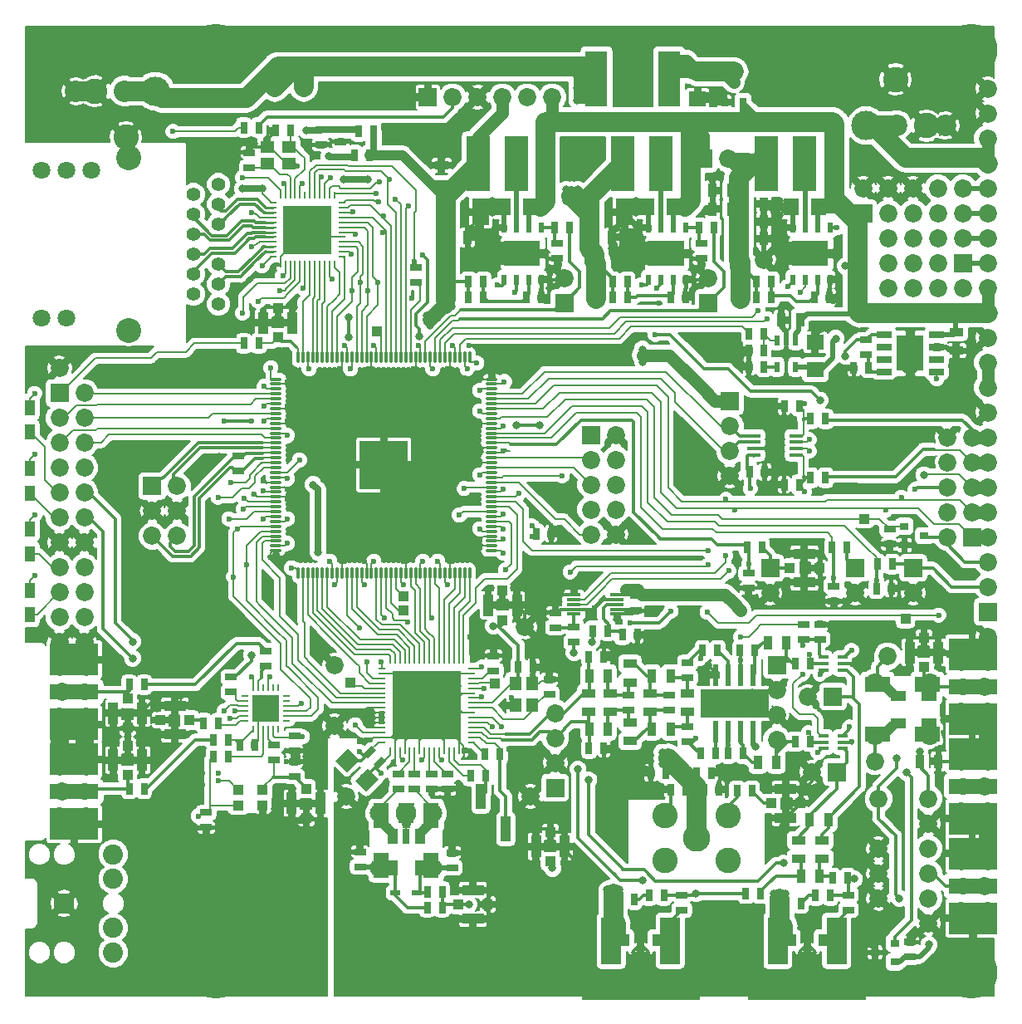
<source format=gtl>
G04 #@! TF.GenerationSoftware,KiCad,Pcbnew,5.0.2-bee76a0~70~ubuntu16.04.1*
G04 #@! TF.CreationDate,2019-08-15T12:52:48-07:00*
G04 #@! TF.ProjectId,hermeslite,6865726d-6573-46c6-9974-652e6b696361,2.0-build9*
G04 #@! TF.SameCoordinates,PX42c1d80PY2625a00*
G04 #@! TF.FileFunction,Copper,L1,Top*
G04 #@! TF.FilePolarity,Positive*
%FSLAX46Y46*%
G04 Gerber Fmt 4.6, Leading zero omitted, Abs format (unit mm)*
G04 Created by KiCad (PCBNEW 5.0.2-bee76a0~70~ubuntu16.04.1) date Thu 15 Aug 2019 12:52:48 PM PDT*
%MOMM*%
%LPD*%
G01*
G04 APERTURE LIST*
G04 #@! TA.AperFunction,ComponentPad*
%ADD10C,1.850000*%
G04 #@! TD*
G04 #@! TA.AperFunction,SMDPad,CuDef*
%ADD11R,5.000000X1.600000*%
G04 #@! TD*
G04 #@! TA.AperFunction,SMDPad,CuDef*
%ADD12R,5.000000X3.300000*%
G04 #@! TD*
G04 #@! TA.AperFunction,ComponentPad*
%ADD13C,1.800000*%
G04 #@! TD*
G04 #@! TA.AperFunction,ComponentPad*
%ADD14C,0.500000*%
G04 #@! TD*
G04 #@! TA.AperFunction,ComponentPad*
%ADD15C,2.300000*%
G04 #@! TD*
G04 #@! TA.AperFunction,SMDPad,CuDef*
%ADD16R,5.000000X5.000000*%
G04 #@! TD*
G04 #@! TA.AperFunction,SMDPad,CuDef*
%ADD17R,0.250000X0.800000*%
G04 #@! TD*
G04 #@! TA.AperFunction,SMDPad,CuDef*
%ADD18R,0.800000X0.250000*%
G04 #@! TD*
G04 #@! TA.AperFunction,SMDPad,CuDef*
%ADD19R,1.900000X4.280000*%
G04 #@! TD*
G04 #@! TA.AperFunction,SMDPad,CuDef*
%ADD20C,0.525000*%
G04 #@! TD*
G04 #@! TA.AperFunction,Conductor*
%ADD21C,0.100000*%
G04 #@! TD*
G04 #@! TA.AperFunction,SMDPad,CuDef*
%ADD22R,0.700000X1.400000*%
G04 #@! TD*
G04 #@! TA.AperFunction,SMDPad,CuDef*
%ADD23R,0.900000X1.250000*%
G04 #@! TD*
G04 #@! TA.AperFunction,SMDPad,CuDef*
%ADD24R,1.000000X4.000000*%
G04 #@! TD*
G04 #@! TA.AperFunction,SMDPad,CuDef*
%ADD25R,2.000000X4.800000*%
G04 #@! TD*
G04 #@! TA.AperFunction,ComponentPad*
%ADD26O,0.700000X1.400000*%
G04 #@! TD*
G04 #@! TA.AperFunction,SMDPad,CuDef*
%ADD27R,12.000000X2.200000*%
G04 #@! TD*
G04 #@! TA.AperFunction,ComponentPad*
%ADD28C,4.000000*%
G04 #@! TD*
G04 #@! TA.AperFunction,SMDPad,CuDef*
%ADD29O,0.280000X1.200000*%
G04 #@! TD*
G04 #@! TA.AperFunction,SMDPad,CuDef*
%ADD30O,1.200000X0.280000*%
G04 #@! TD*
G04 #@! TA.AperFunction,ComponentPad*
%ADD31C,0.800000*%
G04 #@! TD*
G04 #@! TA.AperFunction,SMDPad,CuDef*
%ADD32R,1.143000X0.635000*%
G04 #@! TD*
G04 #@! TA.AperFunction,ComponentPad*
%ADD33C,1.700000*%
G04 #@! TD*
G04 #@! TA.AperFunction,SMDPad,CuDef*
%ADD34R,1.000000X1.000000*%
G04 #@! TD*
G04 #@! TA.AperFunction,SMDPad,CuDef*
%ADD35R,2.800000X2.800000*%
G04 #@! TD*
G04 #@! TA.AperFunction,ComponentPad*
%ADD36C,3.000000*%
G04 #@! TD*
G04 #@! TA.AperFunction,SMDPad,CuDef*
%ADD37R,2.500000X2.500000*%
G04 #@! TD*
G04 #@! TA.AperFunction,SMDPad,CuDef*
%ADD38R,7.000000X7.000000*%
G04 #@! TD*
G04 #@! TA.AperFunction,SMDPad,CuDef*
%ADD39R,0.600000X2.200000*%
G04 #@! TD*
G04 #@! TA.AperFunction,SMDPad,CuDef*
%ADD40R,7.000000X2.940000*%
G04 #@! TD*
G04 #@! TA.AperFunction,SMDPad,CuDef*
%ADD41R,0.510000X1.100000*%
G04 #@! TD*
G04 #@! TA.AperFunction,SMDPad,CuDef*
%ADD42R,3.500000X2.600000*%
G04 #@! TD*
G04 #@! TA.AperFunction,ComponentPad*
%ADD43C,2.500000*%
G04 #@! TD*
G04 #@! TA.AperFunction,ComponentPad*
%ADD44R,1.850000X1.850000*%
G04 #@! TD*
G04 #@! TA.AperFunction,SMDPad,CuDef*
%ADD45R,0.635000X1.143000*%
G04 #@! TD*
G04 #@! TA.AperFunction,SMDPad,CuDef*
%ADD46R,1.350000X0.400000*%
G04 #@! TD*
G04 #@! TA.AperFunction,SMDPad,CuDef*
%ADD47R,1.397000X0.889000*%
G04 #@! TD*
G04 #@! TA.AperFunction,SMDPad,CuDef*
%ADD48R,2.400000X5.700000*%
G04 #@! TD*
G04 #@! TA.AperFunction,SMDPad,CuDef*
%ADD49R,1.600000X1.800000*%
G04 #@! TD*
G04 #@! TA.AperFunction,SMDPad,CuDef*
%ADD50R,0.889000X1.397000*%
G04 #@! TD*
G04 #@! TA.AperFunction,SMDPad,CuDef*
%ADD51R,2.300000X5.600000*%
G04 #@! TD*
G04 #@! TA.AperFunction,SMDPad,CuDef*
%ADD52R,1.000000X0.400000*%
G04 #@! TD*
G04 #@! TA.AperFunction,SMDPad,CuDef*
%ADD53R,1.200000X1.400000*%
G04 #@! TD*
G04 #@! TA.AperFunction,SMDPad,CuDef*
%ADD54C,0.635000*%
G04 #@! TD*
G04 #@! TA.AperFunction,SMDPad,CuDef*
%ADD55R,1.778000X2.794000*%
G04 #@! TD*
G04 #@! TA.AperFunction,ComponentPad*
%ADD56C,1.400000*%
G04 #@! TD*
G04 #@! TA.AperFunction,ComponentPad*
%ADD57C,2.540000*%
G04 #@! TD*
G04 #@! TA.AperFunction,SMDPad,CuDef*
%ADD58R,1.500000X0.650000*%
G04 #@! TD*
G04 #@! TA.AperFunction,SMDPad,CuDef*
%ADD59R,2.700000X3.600000*%
G04 #@! TD*
G04 #@! TA.AperFunction,ComponentPad*
%ADD60C,2.000000*%
G04 #@! TD*
G04 #@! TA.AperFunction,SMDPad,CuDef*
%ADD61R,0.800000X0.900000*%
G04 #@! TD*
G04 #@! TA.AperFunction,SMDPad,CuDef*
%ADD62R,0.900000X0.800000*%
G04 #@! TD*
G04 #@! TA.AperFunction,SMDPad,CuDef*
%ADD63R,1.800000X1.600000*%
G04 #@! TD*
G04 #@! TA.AperFunction,SMDPad,CuDef*
%ADD64R,1.400000X0.300000*%
G04 #@! TD*
G04 #@! TA.AperFunction,SMDPad,CuDef*
%ADD65R,0.600000X1.050000*%
G04 #@! TD*
G04 #@! TA.AperFunction,ComponentPad*
%ADD66C,5.300000*%
G04 #@! TD*
G04 #@! TA.AperFunction,SMDPad,CuDef*
%ADD67C,1.600000*%
G04 #@! TD*
G04 #@! TA.AperFunction,SMDPad,CuDef*
%ADD68R,1.650000X2.540000*%
G04 #@! TD*
G04 #@! TA.AperFunction,SMDPad,CuDef*
%ADD69C,1.191446*%
G04 #@! TD*
G04 #@! TA.AperFunction,SMDPad,CuDef*
%ADD70R,1.015000X1.650000*%
G04 #@! TD*
G04 #@! TA.AperFunction,SMDPad,CuDef*
%ADD71R,0.760000X1.650000*%
G04 #@! TD*
G04 #@! TA.AperFunction,SMDPad,CuDef*
%ADD72C,1.000000*%
G04 #@! TD*
G04 #@! TA.AperFunction,SMDPad,CuDef*
%ADD73R,1.650000X2.000000*%
G04 #@! TD*
G04 #@! TA.AperFunction,ComponentPad*
%ADD74C,2.100000*%
G04 #@! TD*
G04 #@! TA.AperFunction,ComponentPad*
%ADD75C,2.600000*%
G04 #@! TD*
G04 #@! TA.AperFunction,ComponentPad*
%ADD76C,2.800000*%
G04 #@! TD*
G04 #@! TA.AperFunction,SMDPad,CuDef*
%ADD77R,2.540000X1.650000*%
G04 #@! TD*
G04 #@! TA.AperFunction,SMDPad,CuDef*
%ADD78R,1.650000X1.015000*%
G04 #@! TD*
G04 #@! TA.AperFunction,SMDPad,CuDef*
%ADD79R,1.400000X1.200000*%
G04 #@! TD*
G04 #@! TA.AperFunction,SMDPad,CuDef*
%ADD80R,1.000760X0.599440*%
G04 #@! TD*
G04 #@! TA.AperFunction,SMDPad,CuDef*
%ADD81R,1.100000X1.600000*%
G04 #@! TD*
G04 #@! TA.AperFunction,SMDPad,CuDef*
%ADD82R,1.050000X2.200000*%
G04 #@! TD*
G04 #@! TA.AperFunction,SMDPad,CuDef*
%ADD83R,2.200000X1.050000*%
G04 #@! TD*
G04 #@! TA.AperFunction,ComponentPad*
%ADD84C,2.200000*%
G04 #@! TD*
G04 #@! TA.AperFunction,ComponentPad*
%ADD85C,2.050000*%
G04 #@! TD*
G04 #@! TA.AperFunction,SMDPad,CuDef*
%ADD86R,1.000000X2.510000*%
G04 #@! TD*
G04 #@! TA.AperFunction,SMDPad,CuDef*
%ADD87R,1.080000X1.040000*%
G04 #@! TD*
G04 #@! TA.AperFunction,ViaPad*
%ADD88C,0.600000*%
G04 #@! TD*
G04 #@! TA.AperFunction,ViaPad*
%ADD89C,0.800000*%
G04 #@! TD*
G04 #@! TA.AperFunction,ViaPad*
%ADD90C,0.600000*%
G04 #@! TD*
G04 #@! TA.AperFunction,ViaPad*
%ADD91C,0.600000*%
G04 #@! TD*
G04 #@! TA.AperFunction,ViaPad*
%ADD92C,0.600000*%
G04 #@! TD*
G04 #@! TA.AperFunction,Conductor*
%ADD93C,0.700000*%
G04 #@! TD*
G04 #@! TA.AperFunction,Conductor*
%ADD94C,1.250000*%
G04 #@! TD*
G04 #@! TA.AperFunction,Conductor*
%ADD95C,0.300000*%
G04 #@! TD*
G04 #@! TA.AperFunction,Conductor*
%ADD96C,0.200000*%
G04 #@! TD*
G04 #@! TA.AperFunction,Conductor*
%ADD97C,1.000000*%
G04 #@! TD*
G04 #@! TA.AperFunction,Conductor*
%ADD98C,0.350000*%
G04 #@! TD*
G04 #@! TA.AperFunction,Conductor*
%ADD99C,1.500000*%
G04 #@! TD*
G04 #@! TA.AperFunction,Conductor*
%ADD100C,2.000000*%
G04 #@! TD*
G04 #@! TA.AperFunction,Conductor*
%ADD101C,0.250000*%
G04 #@! TD*
G04 #@! TA.AperFunction,Conductor*
%ADD102C,0.500000*%
G04 #@! TD*
G04 APERTURE END LIST*
D10*
G04 #@! TO.P,CL1,2*
G04 #@! TO.N,GND*
X4040000Y-73520000D03*
X6580000Y-73520000D03*
D11*
G04 #@! TO.P,CL1,1*
G04 #@! TO.N,Net-(CL1-Pad1)*
X5540000Y-78600000D03*
D12*
G04 #@! TO.P,CL1,2*
G04 #@! TO.N,GND*
X5540000Y-75300000D03*
X5540000Y-81900000D03*
D10*
G04 #@! TO.P,CL1,1*
G04 #@! TO.N,Net-(CL1-Pad1)*
X4325000Y-78600000D03*
G04 #@! TO.P,CL1,2*
G04 #@! TO.N,GND*
X4040000Y-81140000D03*
X4040000Y-76060000D03*
X6735000Y-76060000D03*
X6735000Y-81140000D03*
D13*
G04 #@! TO.P,CL1,1*
G04 #@! TO.N,Net-(CL1-Pad1)*
X6580000Y-78600000D03*
G04 #@! TD*
D10*
G04 #@! TO.P,CL2,2*
G04 #@! TO.N,GND*
X4040000Y-63360000D03*
X6580000Y-63360000D03*
D11*
G04 #@! TO.P,CL2,1*
G04 #@! TO.N,Net-(CL2-Pad1)*
X5540000Y-68440000D03*
D12*
G04 #@! TO.P,CL2,2*
G04 #@! TO.N,GND*
X5540000Y-65140000D03*
X5540000Y-71740000D03*
D10*
G04 #@! TO.P,CL2,1*
G04 #@! TO.N,Net-(CL2-Pad1)*
X4325000Y-68440000D03*
G04 #@! TO.P,CL2,2*
G04 #@! TO.N,GND*
X4040000Y-70980000D03*
X4040000Y-65900000D03*
X6735000Y-65900000D03*
X6735000Y-70980000D03*
D13*
G04 #@! TO.P,CL2,1*
G04 #@! TO.N,Net-(CL2-Pad1)*
X6580000Y-68440000D03*
G04 #@! TD*
D14*
G04 #@! TO.P,U4,49*
G04 #@! TO.N,GND*
X27216525Y-20615000D03*
X27216525Y-23415000D03*
D15*
X30616525Y-22615000D03*
D16*
X29316525Y-21315000D03*
D17*
G04 #@! TO.P,U4,48*
G04 #@! TO.N,Net-(R34-Pad1)*
X26566525Y-17815000D03*
G04 #@! TO.P,U4,47*
G04 #@! TO.N,Net-(B42-Pad1)*
X27066525Y-17815000D03*
G04 #@! TO.P,U4,46*
G04 #@! TO.N,Net-(C36-Pad1)*
X27566525Y-17815000D03*
G04 #@! TO.P,U4,45*
G04 #@! TO.N,Net-(C37-Pad1)*
X28066525Y-17815000D03*
G04 #@! TO.P,U4,44*
G04 #@! TO.N,Net-(B54-Pad1)*
X28566525Y-17815000D03*
G04 #@! TO.P,U4,43*
G04 #@! TO.N,Net-(U4-Pad43)*
X29066525Y-17815000D03*
G04 #@! TO.P,U4,42*
G04 #@! TO.N,Net-(C35-Pad1)*
X29566525Y-17815000D03*
G04 #@! TO.P,U4,41*
G04 #@! TO.N,Net-(R27-Pad1)*
X30066525Y-17815000D03*
G04 #@! TO.P,U4,40*
G04 #@! TO.N,Veth*
X30566525Y-17815000D03*
G04 #@! TO.P,U4,39*
G04 #@! TO.N,+1V2*
X31066525Y-17815000D03*
G04 #@! TO.P,U4,38*
G04 #@! TO.N,Net-(R20-Pad2)*
X31566525Y-17815000D03*
G04 #@! TO.P,U4,37*
G04 #@! TO.N,Net-(R26-Pad2)*
X32066525Y-17815000D03*
D18*
G04 #@! TO.P,U4,36*
G04 #@! TO.N,Net-(U2-Pad51)*
X32816525Y-18565000D03*
G04 #@! TO.P,U4,35*
G04 #@! TO.N,Net-(R28-Pad1)*
X32816525Y-19065000D03*
G04 #@! TO.P,U4,34*
G04 #@! TO.N,Veth*
X32816525Y-19565000D03*
G04 #@! TO.P,U4,33*
G04 #@! TO.N,Net-(R25-Pad2)*
X32816525Y-20065000D03*
G04 #@! TO.P,U4,32*
G04 #@! TO.N,/Ethernet/RXD0*
X32816525Y-20565000D03*
G04 #@! TO.P,U4,31*
G04 #@! TO.N,/Ethernet/RXD1*
X32816525Y-21065000D03*
G04 #@! TO.P,U4,30*
G04 #@! TO.N,+1V2*
X32816525Y-21565000D03*
G04 #@! TO.P,U4,29*
G04 #@! TO.N,GND*
X32816525Y-22065000D03*
G04 #@! TO.P,U4,28*
G04 #@! TO.N,/Ethernet/RXD2*
X32816525Y-22565000D03*
G04 #@! TO.P,U4,27*
G04 #@! TO.N,/Ethernet/RXD3*
X32816525Y-23065000D03*
G04 #@! TO.P,U4,26*
G04 #@! TO.N,+1V2*
X32816525Y-23565000D03*
G04 #@! TO.P,U4,25*
G04 #@! TO.N,Net-(U2-Pad65)*
X32816525Y-24065000D03*
D17*
G04 #@! TO.P,U4,24*
G04 #@! TO.N,Net-(U2-Pad66)*
X32066525Y-24815000D03*
G04 #@! TO.P,U4,23*
G04 #@! TO.N,+1V2*
X31566525Y-24815000D03*
G04 #@! TO.P,U4,22*
G04 #@! TO.N,/Ethernet/TXD3*
X31066525Y-24815000D03*
G04 #@! TO.P,U4,21*
G04 #@! TO.N,/Ethernet/TXD2*
X30566525Y-24815000D03*
G04 #@! TO.P,U4,20*
G04 #@! TO.N,/Ethernet/TXD1*
X30066525Y-24815000D03*
G04 #@! TO.P,U4,19*
G04 #@! TO.N,/Ethernet/TXD0*
X29566525Y-24815000D03*
G04 #@! TO.P,U4,18*
G04 #@! TO.N,+1V2*
X29066525Y-24815000D03*
G04 #@! TO.P,U4,17*
G04 #@! TO.N,Net-(CN3-Pad17)*
X28566525Y-24815000D03*
G04 #@! TO.P,U4,16*
G04 #@! TO.N,Veth*
X28066525Y-24815000D03*
G04 #@! TO.P,U4,15*
G04 #@! TO.N,Net-(CN3-Pad13)*
X27566525Y-24815000D03*
G04 #@! TO.P,U4,14*
G04 #@! TO.N,+1V2*
X27066525Y-24815000D03*
G04 #@! TO.P,U4,13*
G04 #@! TO.N,GND*
X26566525Y-24815000D03*
D18*
G04 #@! TO.P,U4,12*
G04 #@! TO.N,Net-(B42-Pad1)*
X25816525Y-24065000D03*
G04 #@! TO.P,U4,11*
G04 #@! TO.N,Net-(CN3-Pad8)*
X25816525Y-23565000D03*
G04 #@! TO.P,U4,10*
G04 #@! TO.N,Net-(CN3-Pad9)*
X25816525Y-23065000D03*
G04 #@! TO.P,U4,9*
G04 #@! TO.N,Net-(B40-Pad1)*
X25816525Y-22565000D03*
G04 #@! TO.P,U4,8*
G04 #@! TO.N,Net-(CN3-Pad2)*
X25816525Y-22065000D03*
G04 #@! TO.P,U4,7*
G04 #@! TO.N,Net-(CN3-Pad3)*
X25816525Y-21565000D03*
G04 #@! TO.P,U4,6*
G04 #@! TO.N,Net-(CN3-Pad4)*
X25816525Y-21065000D03*
G04 #@! TO.P,U4,5*
G04 #@! TO.N,Net-(CN3-Pad5)*
X25816525Y-20565000D03*
G04 #@! TO.P,U4,4*
G04 #@! TO.N,Net-(B40-Pad1)*
X25816525Y-20065000D03*
G04 #@! TO.P,U4,3*
G04 #@! TO.N,Net-(CN3-Pad10)*
X25816525Y-19565000D03*
G04 #@! TO.P,U4,2*
G04 #@! TO.N,Net-(CN3-Pad11)*
X25816525Y-19065000D03*
G04 #@! TO.P,U4,1*
G04 #@! TO.N,Net-(B42-Pad1)*
X25816525Y-18565000D03*
D14*
G04 #@! TO.P,U4,49*
G04 #@! TO.N,GND*
X30016525Y-20615000D03*
X31416525Y-20615000D03*
X28616525Y-19215000D03*
X30016525Y-19215000D03*
X28616525Y-22015000D03*
X28616525Y-23415000D03*
X31416525Y-19215000D03*
X27216525Y-19215000D03*
X28616525Y-20615000D03*
X27216525Y-22015000D03*
G04 #@! TD*
D19*
G04 #@! TO.P,Q3,2*
G04 #@! TO.N,GND*
X80300000Y-97000000D03*
D20*
X80300000Y-94600000D03*
D21*
G04 #@! TD*
G04 #@! TO.N,GND*
G04 #@! TO.C,Q3*
G36*
X79350000Y-94862500D02*
X79875000Y-94337500D01*
X80725000Y-94337500D01*
X81250000Y-94862500D01*
X79350000Y-94862500D01*
X79350000Y-94862500D01*
G37*
D22*
G04 #@! TO.P,Q3,2*
G04 #@! TO.N,GND*
X80300000Y-93700000D03*
D23*
G04 #@! TO.P,Q3,1*
G04 #@! TO.N,Net-(L33-Pad2)*
X81900000Y-93700000D03*
D24*
G04 #@! TO.P,Q3,2*
G04 #@! TO.N,GND*
X74800000Y-95800000D03*
X85800000Y-95800000D03*
D25*
G04 #@! TO.P,Q3,3*
G04 #@! TO.N,Net-(B97-Pad1)*
X77300000Y-93800000D03*
G04 #@! TO.P,Q3,1*
G04 #@! TO.N,Net-(L33-Pad2)*
X83300000Y-93800000D03*
D26*
G04 #@! TO.P,Q3,2*
G04 #@! TO.N,GND*
X80300000Y-92600000D03*
D23*
G04 #@! TO.P,Q3,3*
G04 #@! TO.N,Net-(B97-Pad1)*
X78700000Y-93700000D03*
D27*
G04 #@! TO.P,Q3,2*
G04 #@! TO.N,GND*
X80300000Y-98700000D03*
D14*
X85000000Y-98000000D03*
X80300000Y-94500000D03*
X81000000Y-95000000D03*
X79600000Y-95000000D03*
X80300000Y-95500000D03*
X80300000Y-96500000D03*
X79600000Y-96000000D03*
X81000000Y-96000000D03*
X80300000Y-97500000D03*
X79600000Y-97000000D03*
X81000000Y-97000000D03*
X80300000Y-98500000D03*
X84000000Y-98000000D03*
X83000000Y-98000000D03*
X82000000Y-98000000D03*
X81000000Y-98000000D03*
X81000000Y-99000000D03*
X82000000Y-99000000D03*
X83000000Y-99000000D03*
X84000000Y-99000000D03*
X85000000Y-99000000D03*
X79600000Y-99000000D03*
X78600000Y-99000000D03*
X77600000Y-99000000D03*
X76600000Y-99000000D03*
X75600000Y-99000000D03*
X75600000Y-98000000D03*
X76600000Y-98000000D03*
X77600000Y-98000000D03*
X78600000Y-98000000D03*
X79600000Y-98000000D03*
G04 #@! TD*
D19*
G04 #@! TO.P,Q4,2*
G04 #@! TO.N,GND*
X63300000Y-97000000D03*
D20*
X63300000Y-94600000D03*
D21*
G04 #@! TD*
G04 #@! TO.N,GND*
G04 #@! TO.C,Q4*
G36*
X62350000Y-94862500D02*
X62875000Y-94337500D01*
X63725000Y-94337500D01*
X64250000Y-94862500D01*
X62350000Y-94862500D01*
X62350000Y-94862500D01*
G37*
D22*
G04 #@! TO.P,Q4,2*
G04 #@! TO.N,GND*
X63300000Y-93700000D03*
D23*
G04 #@! TO.P,Q4,1*
G04 #@! TO.N,Net-(L34-Pad2)*
X64900000Y-93700000D03*
D24*
G04 #@! TO.P,Q4,2*
G04 #@! TO.N,GND*
X57800000Y-95800000D03*
X68800000Y-95800000D03*
D25*
G04 #@! TO.P,Q4,3*
G04 #@! TO.N,Net-(B105-Pad1)*
X60300000Y-93800000D03*
G04 #@! TO.P,Q4,1*
G04 #@! TO.N,Net-(L34-Pad2)*
X66300000Y-93800000D03*
D26*
G04 #@! TO.P,Q4,2*
G04 #@! TO.N,GND*
X63300000Y-92600000D03*
D23*
G04 #@! TO.P,Q4,3*
G04 #@! TO.N,Net-(B105-Pad1)*
X61700000Y-93700000D03*
D27*
G04 #@! TO.P,Q4,2*
G04 #@! TO.N,GND*
X63300000Y-98700000D03*
D14*
X68000000Y-98000000D03*
X63300000Y-94500000D03*
X64000000Y-95000000D03*
X62600000Y-95000000D03*
X63300000Y-95500000D03*
X63300000Y-96500000D03*
X62600000Y-96000000D03*
X64000000Y-96000000D03*
X63300000Y-97500000D03*
X62600000Y-97000000D03*
X64000000Y-97000000D03*
X63300000Y-98500000D03*
X67000000Y-98000000D03*
X66000000Y-98000000D03*
X65000000Y-98000000D03*
X64000000Y-98000000D03*
X64000000Y-99000000D03*
X65000000Y-99000000D03*
X66000000Y-99000000D03*
X67000000Y-99000000D03*
X68000000Y-99000000D03*
X62600000Y-99000000D03*
X61600000Y-99000000D03*
X60600000Y-99000000D03*
X59600000Y-99000000D03*
X58600000Y-99000000D03*
X58600000Y-98000000D03*
X59600000Y-98000000D03*
X60600000Y-98000000D03*
X61600000Y-98000000D03*
X62600000Y-98000000D03*
G04 #@! TD*
G04 #@! TO.P,U2,145*
G04 #@! TO.N,GND*
X35600000Y-46800000D03*
D16*
X37100000Y-45300000D03*
D28*
X39200000Y-47400000D03*
D29*
G04 #@! TO.P,U2,144*
G04 #@! TO.N,Net-(U2-Pad144)*
X45850000Y-56300000D03*
G04 #@! TO.P,U2,143*
G04 #@! TO.N,Net-(U2-Pad143)*
X45350000Y-56300000D03*
G04 #@! TO.P,U2,142*
G04 #@! TO.N,Net-(U2-Pad142)*
X44850000Y-56300000D03*
G04 #@! TO.P,U2,141*
G04 #@! TO.N,Net-(U2-Pad141)*
X44350000Y-56300000D03*
G04 #@! TO.P,U2,140*
G04 #@! TO.N,GND*
X43850000Y-56300000D03*
G04 #@! TO.P,U2,139*
G04 #@! TO.N,+3V3*
X43350000Y-56300000D03*
G04 #@! TO.P,U2,138*
G04 #@! TO.N,+1V2*
X42850000Y-56300000D03*
G04 #@! TO.P,U2,137*
G04 #@! TO.N,Net-(U2-Pad137)*
X42350000Y-56300000D03*
G04 #@! TO.P,U2,136*
G04 #@! TO.N,Net-(R135-Pad1)*
X41850000Y-56300000D03*
G04 #@! TO.P,U2,135*
G04 #@! TO.N,Net-(U2-Pad135)*
X41350000Y-56300000D03*
G04 #@! TO.P,U2,134*
G04 #@! TO.N,+1V2*
X40850000Y-56300000D03*
G04 #@! TO.P,U2,133*
G04 #@! TO.N,Net-(U2-Pad133)*
X40350000Y-56300000D03*
G04 #@! TO.P,U2,132*
G04 #@! TO.N,Net-(U2-Pad132)*
X39850000Y-56300000D03*
G04 #@! TO.P,U2,131*
G04 #@! TO.N,GND*
X39350000Y-56300000D03*
G04 #@! TO.P,U2,130*
G04 #@! TO.N,+3V3*
X38850000Y-56300000D03*
G04 #@! TO.P,U2,129*
G04 #@! TO.N,Net-(TP7-Pad1)*
X38350000Y-56300000D03*
G04 #@! TO.P,U2,128*
G04 #@! TO.N,Net-(TP8-Pad1)*
X37850000Y-56300000D03*
G04 #@! TO.P,U2,127*
G04 #@! TO.N,Net-(TP9-Pad1)*
X37350000Y-56300000D03*
G04 #@! TO.P,U2,126*
G04 #@! TO.N,Net-(U2-Pad126)*
X36850000Y-56300000D03*
G04 #@! TO.P,U2,125*
G04 #@! TO.N,Net-(U2-Pad125)*
X36350000Y-56300000D03*
G04 #@! TO.P,U2,124*
G04 #@! TO.N,+1V2*
X35850000Y-56300000D03*
G04 #@! TO.P,U2,123*
G04 #@! TO.N,GND*
X35350000Y-56300000D03*
G04 #@! TO.P,U2,122*
G04 #@! TO.N,+3V3*
X34850000Y-56300000D03*
G04 #@! TO.P,U2,121*
G04 #@! TO.N,Net-(U2-Pad121)*
X34350000Y-56300000D03*
G04 #@! TO.P,U2,120*
G04 #@! TO.N,Net-(U2-Pad120)*
X33850000Y-56300000D03*
G04 #@! TO.P,U2,119*
G04 #@! TO.N,Net-(U2-Pad119)*
X33350000Y-56300000D03*
G04 #@! TO.P,U2,118*
G04 #@! TO.N,GND*
X32850000Y-56300000D03*
G04 #@! TO.P,U2,117*
G04 #@! TO.N,+3V3*
X32350000Y-56300000D03*
G04 #@! TO.P,U2,116*
G04 #@! TO.N,+1V2*
X31850000Y-56300000D03*
G04 #@! TO.P,U2,115*
G04 #@! TO.N,Net-(U2-Pad115)*
X31350000Y-56300000D03*
G04 #@! TO.P,U2,114*
G04 #@! TO.N,Net-(U2-Pad114)*
X30850000Y-56300000D03*
G04 #@! TO.P,U2,113*
G04 #@! TO.N,Net-(U2-Pad113)*
X30350000Y-56300000D03*
G04 #@! TO.P,U2,112*
G04 #@! TO.N,Net-(U2-Pad112)*
X29850000Y-56300000D03*
G04 #@! TO.P,U2,111*
G04 #@! TO.N,Net-(U2-Pad111)*
X29350000Y-56300000D03*
G04 #@! TO.P,U2,110*
G04 #@! TO.N,Net-(U2-Pad110)*
X28850000Y-56300000D03*
G04 #@! TO.P,U2,109*
G04 #@! TO.N,Net-(B4-Pad1)*
X28350000Y-56300000D03*
D30*
G04 #@! TO.P,U2,108*
G04 #@! TO.N,GND*
X26100000Y-54050000D03*
G04 #@! TO.P,U2,107*
G04 #@! TO.N,Net-(B10-Pad1)*
X26100000Y-53550000D03*
G04 #@! TO.P,U2,106*
G04 #@! TO.N,Net-(U2-Pad106)*
X26100000Y-53050000D03*
G04 #@! TO.P,U2,105*
G04 #@! TO.N,Net-(U2-Pad105)*
X26100000Y-52550000D03*
G04 #@! TO.P,U2,104*
G04 #@! TO.N,SDA1*
X26100000Y-52050000D03*
G04 #@! TO.P,U2,103*
G04 #@! TO.N,SCL1*
X26100000Y-51550000D03*
G04 #@! TO.P,U2,102*
G04 #@! TO.N,+1V2*
X26100000Y-51050000D03*
G04 #@! TO.P,U2,101*
G04 #@! TO.N,Net-(D5-Pad1)*
X26100000Y-50550000D03*
G04 #@! TO.P,U2,100*
G04 #@! TO.N,Net-(D4-Pad1)*
X26100000Y-50050000D03*
G04 #@! TO.P,U2,99*
G04 #@! TO.N,Net-(D3-Pad1)*
X26100000Y-49550000D03*
G04 #@! TO.P,U2,98*
G04 #@! TO.N,Net-(D2-Pad1)*
X26100000Y-49050000D03*
G04 #@! TO.P,U2,97*
G04 #@! TO.N,GND*
X26100000Y-48550000D03*
G04 #@! TO.P,U2,96*
G04 #@! TO.N,+2V5*
X26100000Y-48050000D03*
G04 #@! TO.P,U2,95*
G04 #@! TO.N,GND*
X26100000Y-47550000D03*
G04 #@! TO.P,U2,94*
X26100000Y-47050000D03*
G04 #@! TO.P,U2,93*
G04 #@! TO.N,+3V3*
X26100000Y-46550000D03*
G04 #@! TO.P,U2,92*
G04 #@! TO.N,Net-(R5-Pad1)*
X26100000Y-46050000D03*
G04 #@! TO.P,U2,91*
G04 #@! TO.N,Net-(C72-Pad1)*
X26100000Y-45550000D03*
G04 #@! TO.P,U2,90*
G04 #@! TO.N,Net-(C71-Pad1)*
X26100000Y-45050000D03*
G04 #@! TO.P,U2,89*
G04 #@! TO.N,Net-(DB12-Pad5)*
X26100000Y-44550000D03*
G04 #@! TO.P,U2,88*
G04 #@! TO.N,Net-(DB12-Pad6)*
X26100000Y-44050000D03*
G04 #@! TO.P,U2,87*
G04 #@! TO.N,Net-(DB12-Pad2)*
X26100000Y-43550000D03*
G04 #@! TO.P,U2,86*
G04 #@! TO.N,Net-(DB12-Pad1)*
X26100000Y-43050000D03*
G04 #@! TO.P,U2,85*
G04 #@! TO.N,Net-(DB1-Pad6)*
X26100000Y-42550000D03*
G04 #@! TO.P,U2,84*
G04 #@! TO.N,+1V2*
X26100000Y-42050000D03*
G04 #@! TO.P,U2,83*
G04 #@! TO.N,Net-(DB1-Pad5)*
X26100000Y-41550000D03*
G04 #@! TO.P,U2,82*
G04 #@! TO.N,GND*
X26100000Y-41050000D03*
G04 #@! TO.P,U2,81*
G04 #@! TO.N,Vlvds*
X26100000Y-40550000D03*
G04 #@! TO.P,U2,80*
G04 #@! TO.N,Net-(DB1-Pad4)*
X26100000Y-40050000D03*
G04 #@! TO.P,U2,79*
G04 #@! TO.N,GND*
X26100000Y-39550000D03*
G04 #@! TO.P,U2,78*
G04 #@! TO.N,+1V2*
X26100000Y-39050000D03*
G04 #@! TO.P,U2,77*
G04 #@! TO.N,Net-(DB1-Pad3)*
X26100000Y-38550000D03*
G04 #@! TO.P,U2,76*
G04 #@! TO.N,Net-(DB1-Pad2)*
X26100000Y-38050000D03*
G04 #@! TO.P,U2,75*
G04 #@! TO.N,Net-(B8-Pad1)*
X26100000Y-37550000D03*
G04 #@! TO.P,U2,74*
G04 #@! TO.N,GND*
X26100000Y-37050000D03*
G04 #@! TO.P,U2,73*
G04 #@! TO.N,Net-(B2-Pad1)*
X26100000Y-36550000D03*
D29*
G04 #@! TO.P,U2,72*
G04 #@! TO.N,Net-(CL8-Pad1)*
X28350000Y-34300000D03*
G04 #@! TO.P,U2,71*
G04 #@! TO.N,/Ethernet/TXD0*
X28850000Y-34300000D03*
G04 #@! TO.P,U2,70*
G04 #@! TO.N,+1V2*
X29350000Y-34300000D03*
G04 #@! TO.P,U2,69*
G04 #@! TO.N,/Ethernet/TXD1*
X29850000Y-34300000D03*
G04 #@! TO.P,U2,68*
G04 #@! TO.N,/Ethernet/TXD2*
X30350000Y-34300000D03*
G04 #@! TO.P,U2,67*
G04 #@! TO.N,/Ethernet/TXD3*
X30850000Y-34300000D03*
G04 #@! TO.P,U2,66*
G04 #@! TO.N,Net-(U2-Pad66)*
X31350000Y-34300000D03*
G04 #@! TO.P,U2,65*
G04 #@! TO.N,Net-(U2-Pad65)*
X31850000Y-34300000D03*
G04 #@! TO.P,U2,64*
G04 #@! TO.N,/Ethernet/RXD3*
X32350000Y-34300000D03*
G04 #@! TO.P,U2,63*
G04 #@! TO.N,GND*
X32850000Y-34300000D03*
G04 #@! TO.P,U2,62*
G04 #@! TO.N,Veth*
X33350000Y-34300000D03*
G04 #@! TO.P,U2,61*
G04 #@! TO.N,+1V2*
X33850000Y-34300000D03*
G04 #@! TO.P,U2,60*
G04 #@! TO.N,/Ethernet/RXD2*
X34350000Y-34300000D03*
G04 #@! TO.P,U2,59*
G04 #@! TO.N,/Ethernet/RXD1*
X34850000Y-34300000D03*
G04 #@! TO.P,U2,58*
G04 #@! TO.N,/Ethernet/RXD0*
X35350000Y-34300000D03*
G04 #@! TO.P,U2,57*
G04 #@! TO.N,GND*
X35850000Y-34300000D03*
G04 #@! TO.P,U2,56*
G04 #@! TO.N,Veth*
X36350000Y-34300000D03*
G04 #@! TO.P,U2,55*
G04 #@! TO.N,Net-(TP2-Pad1)*
X36850000Y-34300000D03*
G04 #@! TO.P,U2,54*
G04 #@! TO.N,Net-(R25-Pad2)*
X37350000Y-34300000D03*
G04 #@! TO.P,U2,53*
G04 #@! TO.N,Net-(R28-Pad1)*
X37850000Y-34300000D03*
G04 #@! TO.P,U2,52*
G04 #@! TO.N,Net-(R27-Pad1)*
X38350000Y-34300000D03*
G04 #@! TO.P,U2,51*
G04 #@! TO.N,Net-(U2-Pad51)*
X38850000Y-34300000D03*
G04 #@! TO.P,U2,50*
G04 #@! TO.N,Net-(R26-Pad2)*
X39350000Y-34300000D03*
G04 #@! TO.P,U2,49*
G04 #@! TO.N,Net-(J18-Pad2)*
X39850000Y-34300000D03*
G04 #@! TO.P,U2,48*
G04 #@! TO.N,GND*
X40350000Y-34300000D03*
G04 #@! TO.P,U2,47*
G04 #@! TO.N,Veth*
X40850000Y-34300000D03*
G04 #@! TO.P,U2,46*
G04 #@! TO.N,Net-(DB11-Pad1)*
X41350000Y-34300000D03*
G04 #@! TO.P,U2,45*
G04 #@! TO.N,+1V2*
X41850000Y-34300000D03*
G04 #@! TO.P,U2,44*
G04 #@! TO.N,Net-(DB8-Pad1)*
X42350000Y-34300000D03*
G04 #@! TO.P,U2,43*
G04 #@! TO.N,Net-(FB16-Pad1)*
X42850000Y-34300000D03*
G04 #@! TO.P,U2,42*
G04 #@! TO.N,Net-(FB21-Pad1)*
X43350000Y-34300000D03*
G04 #@! TO.P,U2,41*
G04 #@! TO.N,GND*
X43850000Y-34300000D03*
G04 #@! TO.P,U2,40*
G04 #@! TO.N,Veth*
X44350000Y-34300000D03*
G04 #@! TO.P,U2,39*
G04 #@! TO.N,Net-(FB15-Pad1)*
X44850000Y-34300000D03*
G04 #@! TO.P,U2,38*
G04 #@! TO.N,+1V2*
X45350000Y-34300000D03*
G04 #@! TO.P,U2,37*
G04 #@! TO.N,Net-(B5-Pad1)*
X45850000Y-34300000D03*
D30*
G04 #@! TO.P,U2,36*
G04 #@! TO.N,GND*
X48100000Y-36550000D03*
G04 #@! TO.P,U2,35*
G04 #@! TO.N,Net-(B11-Pad1)*
X48100000Y-37050000D03*
G04 #@! TO.P,U2,34*
G04 #@! TO.N,+1V2*
X48100000Y-37550000D03*
G04 #@! TO.P,U2,33*
G04 #@! TO.N,Net-(DB17-Pad2)*
X48100000Y-38050000D03*
G04 #@! TO.P,U2,32*
G04 #@! TO.N,Net-(DB17-Pad3)*
X48100000Y-38550000D03*
G04 #@! TO.P,U2,31*
G04 #@! TO.N,SCL2*
X48100000Y-39050000D03*
G04 #@! TO.P,U2,30*
G04 #@! TO.N,SDA2*
X48100000Y-39550000D03*
G04 #@! TO.P,U2,29*
G04 #@! TO.N,+1V2*
X48100000Y-40050000D03*
G04 #@! TO.P,U2,28*
G04 #@! TO.N,Net-(Q5-Pad1)*
X48100000Y-40550000D03*
G04 #@! TO.P,U2,27*
G04 #@! TO.N,GND*
X48100000Y-41050000D03*
G04 #@! TO.P,U2,26*
G04 #@! TO.N,+3V3*
X48100000Y-41550000D03*
G04 #@! TO.P,U2,25*
G04 #@! TO.N,Net-(C47-Pad1)*
X48100000Y-42050000D03*
G04 #@! TO.P,U2,24*
G04 #@! TO.N,Net-(C79-Pad1)*
X48100000Y-42550000D03*
G04 #@! TO.P,U2,23*
G04 #@! TO.N,Net-(C80-Pad1)*
X48100000Y-43050000D03*
G04 #@! TO.P,U2,22*
G04 #@! TO.N,GND*
X48100000Y-43550000D03*
G04 #@! TO.P,U2,21*
X48100000Y-44050000D03*
G04 #@! TO.P,U2,20*
G04 #@! TO.N,Net-(CN1-Pad3)*
X48100000Y-44550000D03*
G04 #@! TO.P,U2,19*
G04 #@! TO.N,GND*
X48100000Y-45050000D03*
G04 #@! TO.P,U2,18*
G04 #@! TO.N,Net-(CN1-Pad5)*
X48100000Y-45550000D03*
G04 #@! TO.P,U2,17*
G04 #@! TO.N,+3V3*
X48100000Y-46050000D03*
G04 #@! TO.P,U2,16*
G04 #@! TO.N,Net-(CN1-Pad1)*
X48100000Y-46550000D03*
G04 #@! TO.P,U2,15*
G04 #@! TO.N,Net-(CN1-Pad9)*
X48100000Y-47050000D03*
G04 #@! TO.P,U2,14*
G04 #@! TO.N,Net-(R6-Pad1)*
X48100000Y-47550000D03*
G04 #@! TO.P,U2,13*
G04 #@! TO.N,Net-(R1-Pad2)*
X48100000Y-48050000D03*
G04 #@! TO.P,U2,12*
G04 #@! TO.N,Net-(U1-Pad6)*
X48100000Y-48550000D03*
G04 #@! TO.P,U2,11*
G04 #@! TO.N,Net-(FB14-Pad2)*
X48100000Y-49050000D03*
G04 #@! TO.P,U2,10*
G04 #@! TO.N,Net-(U2-Pad10)*
X48100000Y-49550000D03*
G04 #@! TO.P,U2,9*
G04 #@! TO.N,Net-(R7-Pad1)*
X48100000Y-50050000D03*
G04 #@! TO.P,U2,8*
G04 #@! TO.N,Net-(U1-Pad1)*
X48100000Y-50550000D03*
G04 #@! TO.P,U2,7*
G04 #@! TO.N,Net-(Q2-Pad1)*
X48100000Y-51050000D03*
G04 #@! TO.P,U2,6*
G04 #@! TO.N,Net-(U1-Pad5)*
X48100000Y-51550000D03*
G04 #@! TO.P,U2,5*
G04 #@! TO.N,+1V2*
X48100000Y-52050000D03*
G04 #@! TO.P,U2,4*
G04 #@! TO.N,GND*
X48100000Y-52550000D03*
G04 #@! TO.P,U2,3*
G04 #@! TO.N,Net-(B9-Pad1)*
X48100000Y-53050000D03*
G04 #@! TO.P,U2,2*
G04 #@! TO.N,GND*
X48100000Y-53550000D03*
G04 #@! TO.P,U2,1*
G04 #@! TO.N,Net-(B3-Pad1)*
X48100000Y-54050000D03*
D14*
G04 #@! TO.P,U2,145*
G04 #@! TO.N,GND*
X37100000Y-43800000D03*
X35600000Y-43800000D03*
X38600000Y-45300000D03*
X35600000Y-45300000D03*
X37100000Y-45300000D03*
X37100000Y-46800000D03*
X38600000Y-43800000D03*
G04 #@! TD*
D10*
G04 #@! TO.P,RF2,2*
G04 #@! TO.N,GND*
X98700000Y-83120000D03*
D13*
G04 #@! TO.P,RF2,1*
G04 #@! TO.N,Net-(J14-Pad1)*
X96160000Y-88200000D03*
D10*
G04 #@! TO.P,RF2,2*
G04 #@! TO.N,GND*
X96005000Y-85660000D03*
X96005000Y-90740000D03*
X98700000Y-90740000D03*
X98700000Y-85660000D03*
G04 #@! TO.P,RF2,1*
G04 #@! TO.N,Net-(J14-Pad1)*
X98415000Y-88200000D03*
D12*
G04 #@! TO.P,RF2,2*
G04 #@! TO.N,GND*
X97200000Y-84900000D03*
X97200000Y-91500000D03*
D11*
G04 #@! TO.P,RF2,1*
G04 #@! TO.N,Net-(J14-Pad1)*
X97200000Y-88200000D03*
G04 #@! TD*
D10*
G04 #@! TO.P,RF3,2*
G04 #@! TO.N,GND*
X98700000Y-72960000D03*
D13*
G04 #@! TO.P,RF3,1*
G04 #@! TO.N,Net-(J21-Pad2)*
X96160000Y-78040000D03*
D10*
G04 #@! TO.P,RF3,2*
G04 #@! TO.N,GND*
X96005000Y-75500000D03*
X96005000Y-80580000D03*
X98700000Y-80580000D03*
X98700000Y-75500000D03*
G04 #@! TO.P,RF3,1*
G04 #@! TO.N,Net-(J21-Pad2)*
X98415000Y-78040000D03*
D12*
G04 #@! TO.P,RF3,2*
G04 #@! TO.N,GND*
X97200000Y-74740000D03*
X97200000Y-81340000D03*
D11*
G04 #@! TO.P,RF3,1*
G04 #@! TO.N,Net-(J21-Pad2)*
X97200000Y-78040000D03*
G04 #@! TD*
D10*
G04 #@! TO.P,RF1,2*
G04 #@! TO.N,GND*
X98700000Y-62800000D03*
D13*
G04 #@! TO.P,RF1,1*
G04 #@! TO.N,Net-(RF1-Pad1)*
X96160000Y-67880000D03*
D10*
G04 #@! TO.P,RF1,2*
G04 #@! TO.N,GND*
X96005000Y-65340000D03*
X96005000Y-70420000D03*
X98700000Y-70420000D03*
X98700000Y-65340000D03*
G04 #@! TO.P,RF1,1*
G04 #@! TO.N,Net-(RF1-Pad1)*
X98415000Y-67880000D03*
D12*
G04 #@! TO.P,RF1,2*
G04 #@! TO.N,GND*
X97200000Y-64580000D03*
X97200000Y-71180000D03*
D11*
G04 #@! TO.P,RF1,1*
G04 #@! TO.N,Net-(RF1-Pad1)*
X97200000Y-67880000D03*
G04 #@! TD*
D31*
G04 #@! TO.P,GT1,1*
G04 #@! TO.N,GND*
X20400000Y-35900000D03*
G04 #@! TD*
D32*
G04 #@! TO.P,R45,1*
G04 #@! TO.N,Net-(J13-Pad1)*
X25100000Y-64238000D03*
G04 #@! TO.P,R45,2*
G04 #@! TO.N,Net-(R45-Pad2)*
X25100000Y-65762000D03*
G04 #@! TD*
D33*
G04 #@! TO.P,U6,25*
G04 #@! TO.N,GND*
X24555000Y-70620715D03*
D14*
X26055000Y-71120715D03*
X26055000Y-69120715D03*
X26055000Y-70220715D03*
X24955000Y-69120715D03*
X24055000Y-69120715D03*
D34*
X25755000Y-69420715D03*
X25755000Y-70820715D03*
X24355000Y-69420715D03*
D17*
G04 #@! TO.P,U6,1*
G04 #@! TO.N,Net-(R39-Pad1)*
X23805000Y-72220715D03*
G04 #@! TO.P,U6,2*
G04 #@! TO.N,GND*
X24305000Y-72220715D03*
G04 #@! TO.P,U6,3*
G04 #@! TO.N,Net-(J4-Pad2)*
X24805000Y-72220715D03*
G04 #@! TO.P,U6,4*
G04 #@! TO.N,Net-(B57-Pad2)*
X25305000Y-72220715D03*
G04 #@! TO.P,U6,5*
G04 #@! TO.N,Net-(B113-Pad1)*
X25805000Y-72220715D03*
G04 #@! TO.P,U6,6*
G04 #@! TO.N,Net-(U6-Pad6)*
X26305000Y-72220715D03*
D18*
G04 #@! TO.P,U6,7*
G04 #@! TO.N,Net-(U6-Pad7)*
X27155000Y-71370715D03*
G04 #@! TO.P,U6,8*
G04 #@! TO.N,SDA1*
X27155000Y-70870715D03*
G04 #@! TO.P,U6,9*
G04 #@! TO.N,SCL1*
X27155000Y-70370715D03*
G04 #@! TO.P,U6,10*
G04 #@! TO.N,Net-(B113-Pad1)*
X27155000Y-69870715D03*
G04 #@! TO.P,U6,11*
G04 #@! TO.N,Net-(U6-Pad11)*
X27155000Y-69370715D03*
G04 #@! TO.P,U6,12*
G04 #@! TO.N,Net-(U6-Pad12)*
X27155000Y-68870715D03*
D17*
G04 #@! TO.P,U6,13*
G04 #@! TO.N,Net-(U6-Pad13)*
X26305000Y-68020715D03*
G04 #@! TO.P,U6,14*
G04 #@! TO.N,Net-(U6-Pad14)*
X25805000Y-68020715D03*
G04 #@! TO.P,U6,15*
G04 #@! TO.N,Net-(B113-Pad1)*
X25305000Y-68020715D03*
G04 #@! TO.P,U6,16*
G04 #@! TO.N,Net-(U6-Pad16)*
X24805000Y-68020715D03*
G04 #@! TO.P,U6,17*
G04 #@! TO.N,Net-(R45-Pad2)*
X24305000Y-68020715D03*
G04 #@! TO.P,U6,18*
G04 #@! TO.N,Net-(B59-Pad1)*
X23805000Y-68020715D03*
D18*
G04 #@! TO.P,U6,19*
G04 #@! TO.N,Net-(U6-Pad19)*
X22955000Y-68870715D03*
G04 #@! TO.P,U6,20*
G04 #@! TO.N,Net-(R42-Pad2)*
X22955000Y-69370715D03*
G04 #@! TO.P,U6,21*
G04 #@! TO.N,Net-(B60-Pad1)*
X22955000Y-69870715D03*
G04 #@! TO.P,U6,22*
G04 #@! TO.N,Net-(B114-Pad1)*
X22955000Y-70370715D03*
G04 #@! TO.P,U6,23*
G04 #@! TO.N,Net-(B61-Pad1)*
X22955000Y-70870715D03*
G04 #@! TO.P,U6,24*
G04 #@! TO.N,Net-(R41-Pad2)*
X22955000Y-71370715D03*
D35*
G04 #@! TO.P,U6,25*
G04 #@! TO.N,GND*
X25055000Y-70120715D03*
D34*
X24355000Y-70820715D03*
D14*
X25555000Y-69620715D03*
G04 #@! TD*
D36*
G04 #@! TO.P,U7,65*
G04 #@! TO.N,GND*
X43500000Y-67800000D03*
D14*
X44500000Y-72800000D03*
X44500000Y-71300000D03*
X43000000Y-72800000D03*
X43000000Y-71300000D03*
X38500000Y-72800000D03*
X40000000Y-72800000D03*
X40000000Y-66800000D03*
X38500000Y-66800000D03*
X38500000Y-68300000D03*
X40000000Y-68300000D03*
X40000000Y-71300000D03*
X38500000Y-71300000D03*
X38500000Y-69800000D03*
X40000000Y-69800000D03*
X44500000Y-69800000D03*
X43000000Y-69800000D03*
X41500000Y-66800000D03*
X41500000Y-68300000D03*
X41500000Y-72800000D03*
X41500000Y-71300000D03*
D37*
X43250000Y-71550000D03*
X39750000Y-71550000D03*
X39750000Y-68050000D03*
D17*
G04 #@! TO.P,U7,1*
G04 #@! TO.N,Net-(U2-Pad10)*
X45250000Y-65200000D03*
G04 #@! TO.P,U7,2*
G04 #@! TO.N,Net-(U2-Pad144)*
X44750000Y-65200000D03*
G04 #@! TO.P,U7,3*
G04 #@! TO.N,Net-(U2-Pad143)*
X44250000Y-65200000D03*
G04 #@! TO.P,U7,4*
G04 #@! TO.N,Net-(U2-Pad142)*
X43750000Y-65200000D03*
G04 #@! TO.P,U7,5*
G04 #@! TO.N,Net-(U2-Pad141)*
X43250000Y-65200000D03*
G04 #@! TO.P,U7,6*
G04 #@! TO.N,Net-(U2-Pad137)*
X42750000Y-65200000D03*
G04 #@! TO.P,U7,7*
G04 #@! TO.N,Net-(U2-Pad135)*
X42250000Y-65200000D03*
G04 #@! TO.P,U7,8*
G04 #@! TO.N,Net-(U2-Pad133)*
X41750000Y-65200000D03*
G04 #@! TO.P,U7,9*
G04 #@! TO.N,Net-(U2-Pad132)*
X41250000Y-65200000D03*
G04 #@! TO.P,U7,10*
G04 #@! TO.N,Net-(U2-Pad125)*
X40750000Y-65200000D03*
G04 #@! TO.P,U7,11*
G04 #@! TO.N,Net-(U2-Pad121)*
X40250000Y-65200000D03*
G04 #@! TO.P,U7,12*
G04 #@! TO.N,Net-(U2-Pad120)*
X39750000Y-65200000D03*
G04 #@! TO.P,U7,13*
G04 #@! TO.N,Net-(U2-Pad115)*
X39250000Y-65200000D03*
G04 #@! TO.P,U7,14*
G04 #@! TO.N,Net-(U2-Pad114)*
X38750000Y-65200000D03*
G04 #@! TO.P,U7,15*
G04 #@! TO.N,Net-(U2-Pad113)*
X38250000Y-65200000D03*
G04 #@! TO.P,U7,16*
G04 #@! TO.N,Net-(U2-Pad112)*
X37750000Y-65200000D03*
D18*
G04 #@! TO.P,U7,17*
G04 #@! TO.N,Net-(B90-Pad1)*
X36900000Y-66050000D03*
G04 #@! TO.P,U7,18*
G04 #@! TO.N,GND*
X36900000Y-66550000D03*
G04 #@! TO.P,U7,19*
G04 #@! TO.N,Net-(U2-Pad126)*
X36900000Y-67050000D03*
G04 #@! TO.P,U7,20*
G04 #@! TO.N,Net-(U2-Pad111)*
X36900000Y-67550000D03*
G04 #@! TO.P,U7,21*
G04 #@! TO.N,Net-(TP5-Pad1)*
X36900000Y-68050000D03*
G04 #@! TO.P,U7,22*
G04 #@! TO.N,Net-(U2-Pad110)*
X36900000Y-68550000D03*
G04 #@! TO.P,U7,23*
G04 #@! TO.N,Net-(U2-Pad106)*
X36900000Y-69050000D03*
G04 #@! TO.P,U7,24*
G04 #@! TO.N,Net-(U2-Pad105)*
X36900000Y-69550000D03*
G04 #@! TO.P,U7,25*
G04 #@! TO.N,GND*
X36900000Y-70050000D03*
G04 #@! TO.P,U7,26*
X36900000Y-70550000D03*
G04 #@! TO.P,U7,27*
X36900000Y-71050000D03*
G04 #@! TO.P,U7,28*
X36900000Y-71550000D03*
G04 #@! TO.P,U7,29*
X36900000Y-72050000D03*
G04 #@! TO.P,U7,30*
G04 #@! TO.N,Net-(U2-Pad119)*
X36900000Y-72550000D03*
G04 #@! TO.P,U7,31*
G04 #@! TO.N,GND*
X36900000Y-73050000D03*
G04 #@! TO.P,U7,32*
G04 #@! TO.N,Net-(B73-Pad2)*
X36900000Y-73550000D03*
D17*
G04 #@! TO.P,U7,33*
G04 #@! TO.N,Net-(B72-Pad1)*
X37750000Y-74400000D03*
G04 #@! TO.P,U7,34*
G04 #@! TO.N,GND*
X38250000Y-74400000D03*
G04 #@! TO.P,U7,35*
G04 #@! TO.N,Net-(B86-Pad1)*
X38750000Y-74400000D03*
G04 #@! TO.P,U7,36*
G04 #@! TO.N,GND*
X39250000Y-74400000D03*
G04 #@! TO.P,U7,37*
G04 #@! TO.N,Net-(B84-Pad2)*
X39750000Y-74400000D03*
G04 #@! TO.P,U7,38*
G04 #@! TO.N,Net-(B83-Pad2)*
X40250000Y-74400000D03*
G04 #@! TO.P,U7,39*
G04 #@! TO.N,GND*
X40750000Y-74400000D03*
G04 #@! TO.P,U7,40*
G04 #@! TO.N,Net-(B86-Pad1)*
X41250000Y-74400000D03*
G04 #@! TO.P,U7,41*
G04 #@! TO.N,Net-(R69-Pad2)*
X41750000Y-74400000D03*
G04 #@! TO.P,U7,42*
G04 #@! TO.N,Net-(B85-Pad1)*
X42250000Y-74400000D03*
G04 #@! TO.P,U7,43*
G04 #@! TO.N,Net-(B88-Pad1)*
X42750000Y-74400000D03*
G04 #@! TO.P,U7,44*
G04 #@! TO.N,GND*
X43250000Y-74400000D03*
G04 #@! TO.P,U7,45*
G04 #@! TO.N,Net-(J8-Pad2)*
X43750000Y-74400000D03*
G04 #@! TO.P,U7,46*
G04 #@! TO.N,Net-(DB6-Pad1)*
X44250000Y-74400000D03*
G04 #@! TO.P,U7,47*
G04 #@! TO.N,GND*
X44750000Y-74400000D03*
G04 #@! TO.P,U7,48*
X45250000Y-74400000D03*
D18*
G04 #@! TO.P,U7,49*
G04 #@! TO.N,Net-(J7-Pad2)*
X46100000Y-73550000D03*
G04 #@! TO.P,U7,50*
G04 #@! TO.N,Net-(DB6-Pad2)*
X46100000Y-73050000D03*
G04 #@! TO.P,U7,51*
G04 #@! TO.N,Net-(C49-Pad2)*
X46100000Y-72550000D03*
G04 #@! TO.P,U7,52*
G04 #@! TO.N,Net-(C49-Pad1)*
X46100000Y-72050000D03*
G04 #@! TO.P,U7,53*
G04 #@! TO.N,Net-(R135-Pad1)*
X46100000Y-71550000D03*
G04 #@! TO.P,U7,54*
G04 #@! TO.N,Net-(J9-Pad2)*
X46100000Y-71050000D03*
G04 #@! TO.P,U7,55*
G04 #@! TO.N,GND*
X46100000Y-70550000D03*
G04 #@! TO.P,U7,56*
G04 #@! TO.N,Net-(C59-Pad1)*
X46100000Y-70050000D03*
G04 #@! TO.P,U7,57*
G04 #@! TO.N,Net-(C58-Pad1)*
X46100000Y-69550000D03*
G04 #@! TO.P,U7,58*
G04 #@! TO.N,Net-(B89-Pad1)*
X46100000Y-69050000D03*
G04 #@! TO.P,U7,59*
G04 #@! TO.N,GND*
X46100000Y-68550000D03*
G04 #@! TO.P,U7,60*
G04 #@! TO.N,Net-(B90-Pad1)*
X46100000Y-68050000D03*
G04 #@! TO.P,U7,61*
G04 #@! TO.N,Net-(TP6-Pad1)*
X46100000Y-67550000D03*
G04 #@! TO.P,U7,62*
G04 #@! TO.N,Net-(J10-Pad2)*
X46100000Y-67050000D03*
G04 #@! TO.P,U7,63*
G04 #@! TO.N,GND*
X46100000Y-66550000D03*
G04 #@! TO.P,U7,64*
G04 #@! TO.N,Net-(B90-Pad1)*
X46100000Y-66050000D03*
D38*
G04 #@! TO.P,U7,65*
G04 #@! TO.N,GND*
X41500000Y-69800000D03*
D37*
X43250000Y-68050000D03*
D14*
X41500000Y-69800000D03*
G04 #@! TD*
G04 #@! TO.P,U9,4*
G04 #@! TO.N,GND*
X71395000Y-70325000D03*
X74395000Y-70325000D03*
X71395000Y-68825000D03*
D33*
X74700000Y-68950000D03*
D14*
X72895000Y-70325000D03*
D39*
G04 #@! TO.P,U9,1*
G04 #@! TO.N,Net-(R52-Pad2)*
X74800000Y-66700000D03*
G04 #@! TO.P,U9,2*
G04 #@! TO.N,Net-(R55-Pad2)*
X73530000Y-66700000D03*
G04 #@! TO.P,U9,3*
G04 #@! TO.N,Net-(R51-Pad1)*
X72260000Y-66700000D03*
G04 #@! TO.P,U9,4*
G04 #@! TO.N,GND*
X70990000Y-66700000D03*
G04 #@! TO.P,U9,5*
G04 #@! TO.N,Net-(R63-Pad1)*
X70990000Y-72450000D03*
G04 #@! TO.P,U9,6*
G04 #@! TO.N,Net-(B75-Pad1)*
X72260000Y-72450000D03*
G04 #@! TO.P,U9,7*
G04 #@! TO.N,Net-(R59-Pad1)*
X73530000Y-72450000D03*
G04 #@! TO.P,U9,8*
G04 #@! TO.N,+VOP*
X74800000Y-72450000D03*
D40*
G04 #@! TO.P,U9,4*
G04 #@! TO.N,GND*
X72895000Y-69575000D03*
D14*
X72895000Y-68825000D03*
G04 #@! TD*
G04 #@! TO.P,U16,9*
G04 #@! TO.N,GND*
X52500000Y-23750000D03*
D41*
G04 #@! TO.P,U16,8*
X49395000Y-21100000D03*
G04 #@! TO.P,U16,1*
G04 #@! TO.N,VSUP*
X49395000Y-26400000D03*
G04 #@! TO.P,U16,7*
G04 #@! TO.N,Net-(L2-Pad1)*
X50665000Y-21100000D03*
G04 #@! TO.P,U16,2*
G04 #@! TO.N,/Power and FPGA/enpwr*
X50665000Y-26400000D03*
G04 #@! TO.P,U16,6*
G04 #@! TO.N,VSUP*
X51935000Y-21100000D03*
G04 #@! TO.P,U16,3*
G04 #@! TO.N,Net-(C19-Pad2)*
X51935000Y-26400000D03*
G04 #@! TO.P,U16,5*
G04 #@! TO.N,Net-(J11-Pad1)*
X53205000Y-21100000D03*
G04 #@! TO.P,U16,4*
G04 #@! TO.N,GND*
X53205000Y-26400000D03*
D42*
G04 #@! TO.P,U16,9*
X51300000Y-23750000D03*
D43*
X49500000Y-23750000D03*
D14*
X51500000Y-23750000D03*
G04 #@! TD*
G04 #@! TO.P,U3,9*
G04 #@! TO.N,GND*
X67200000Y-23750000D03*
D41*
G04 #@! TO.P,U3,8*
X64095000Y-21100000D03*
G04 #@! TO.P,U3,1*
G04 #@! TO.N,VSUP*
X64095000Y-26400000D03*
G04 #@! TO.P,U3,7*
G04 #@! TO.N,Net-(L1-Pad1)*
X65365000Y-21100000D03*
G04 #@! TO.P,U3,2*
G04 #@! TO.N,/Power and FPGA/enpwr*
X65365000Y-26400000D03*
G04 #@! TO.P,U3,6*
G04 #@! TO.N,VSUP*
X66635000Y-21100000D03*
G04 #@! TO.P,U3,3*
G04 #@! TO.N,Net-(C13-Pad2)*
X66635000Y-26400000D03*
G04 #@! TO.P,U3,5*
G04 #@! TO.N,Net-(J2-Pad1)*
X67905000Y-21100000D03*
G04 #@! TO.P,U3,4*
G04 #@! TO.N,GND*
X67905000Y-26400000D03*
D42*
G04 #@! TO.P,U3,9*
X66000000Y-23750000D03*
D43*
X64200000Y-23750000D03*
D14*
X66200000Y-23750000D03*
G04 #@! TD*
G04 #@! TO.P,U8,9*
G04 #@! TO.N,GND*
X81900000Y-23750000D03*
D41*
G04 #@! TO.P,U8,8*
X78795000Y-21100000D03*
G04 #@! TO.P,U8,1*
G04 #@! TO.N,VSUP*
X78795000Y-26400000D03*
G04 #@! TO.P,U8,7*
G04 #@! TO.N,Net-(L3-Pad1)*
X80065000Y-21100000D03*
G04 #@! TO.P,U8,2*
G04 #@! TO.N,Net-(FB16-Pad2)*
X80065000Y-26400000D03*
G04 #@! TO.P,U8,6*
G04 #@! TO.N,VSUP*
X81335000Y-21100000D03*
G04 #@! TO.P,U8,3*
G04 #@! TO.N,Net-(C27-Pad2)*
X81335000Y-26400000D03*
G04 #@! TO.P,U8,5*
G04 #@! TO.N,Net-(J15-Pad2)*
X82605000Y-21100000D03*
G04 #@! TO.P,U8,4*
G04 #@! TO.N,GND*
X82605000Y-26400000D03*
D42*
G04 #@! TO.P,U8,9*
X80700000Y-23750000D03*
D43*
X78900000Y-23750000D03*
D14*
X80900000Y-23750000D03*
G04 #@! TD*
D44*
G04 #@! TO.P,CN10,1*
G04 #@! TO.N,Net-(CL10-Pad1)*
X76500000Y-55800000D03*
D10*
G04 #@! TO.P,CN10,2*
G04 #@! TO.N,GND*
X76500000Y-58340000D03*
G04 #@! TD*
D44*
G04 #@! TO.P,CN9,1*
G04 #@! TO.N,Net-(CN9-Pad1)*
X85200000Y-55800000D03*
D10*
G04 #@! TO.P,CN9,2*
G04 #@! TO.N,GND*
X85200000Y-58340000D03*
G04 #@! TD*
D44*
G04 #@! TO.P,CN8,1*
G04 #@! TO.N,/Input Output/CN8*
X91100000Y-55800000D03*
D10*
G04 #@! TO.P,CN8,2*
G04 #@! TO.N,GND*
X91100000Y-58340000D03*
G04 #@! TD*
D32*
G04 #@! TO.P,C80,1*
G04 #@! TO.N,Net-(C80-Pad1)*
X74300000Y-56338000D03*
G04 #@! TO.P,C80,2*
G04 #@! TO.N,GND*
X74300000Y-57862000D03*
G04 #@! TD*
G04 #@! TO.P,C79,1*
G04 #@! TO.N,Net-(C79-Pad1)*
X83000000Y-57638000D03*
G04 #@! TO.P,C79,2*
G04 #@! TO.N,GND*
X83000000Y-59162000D03*
G04 #@! TD*
D45*
G04 #@! TO.P,C47,1*
G04 #@! TO.N,Net-(C47-Pad1)*
X87338000Y-57900000D03*
G04 #@! TO.P,C47,2*
G04 #@! TO.N,GND*
X88862000Y-57900000D03*
G04 #@! TD*
G04 #@! TO.P,C83,1*
G04 #@! TO.N,Net-(C83-Pad1)*
X79462000Y-47300000D03*
G04 #@! TO.P,C83,2*
G04 #@! TO.N,GND*
X77938000Y-47300000D03*
G04 #@! TD*
G04 #@! TO.P,C82,1*
G04 #@! TO.N,Net-(C82-Pad1)*
X79462000Y-39300000D03*
G04 #@! TO.P,C82,2*
G04 #@! TO.N,GND*
X77938000Y-39300000D03*
G04 #@! TD*
D46*
G04 #@! TO.P,U13,8*
G04 #@! TO.N,Net-(B94-Pad1)*
X74850000Y-44275000D03*
G04 #@! TO.P,U13,1*
G04 #@! TO.N,Net-(C83-Pad1)*
X79150000Y-44275000D03*
G04 #@! TO.P,U13,7*
G04 #@! TO.N,GND*
X74850000Y-43625000D03*
G04 #@! TO.P,U13,2*
G04 #@! TO.N,Net-(C91-Pad1)*
X79150000Y-43625000D03*
G04 #@! TO.P,U13,6*
G04 #@! TO.N,Net-(DB17-Pad3)*
X74850000Y-42975000D03*
G04 #@! TO.P,U13,3*
G04 #@! TO.N,Net-(C90-Pad1)*
X79150000Y-42975000D03*
G04 #@! TO.P,U13,5*
G04 #@! TO.N,Net-(DB17-Pad2)*
X74850000Y-42325000D03*
G04 #@! TO.P,U13,4*
G04 #@! TO.N,Net-(C82-Pad1)*
X79150000Y-42325000D03*
G04 #@! TD*
D44*
G04 #@! TO.P,DB17,1*
G04 #@! TO.N,+3V3*
X72400000Y-38800000D03*
D10*
G04 #@! TO.P,DB17,2*
G04 #@! TO.N,Net-(DB17-Pad2)*
X72400000Y-41340000D03*
G04 #@! TO.P,DB17,3*
G04 #@! TO.N,Net-(DB17-Pad3)*
X72400000Y-43880000D03*
G04 #@! TO.P,DB17,4*
G04 #@! TO.N,GND*
X72400000Y-46420000D03*
G04 #@! TD*
D45*
G04 #@! TO.P,B94,1*
G04 #@! TO.N,Net-(B94-Pad1)*
X74438000Y-46000000D03*
G04 #@! TO.P,B94,2*
G04 #@! TO.N,GND*
X75962000Y-46000000D03*
G04 #@! TD*
D32*
G04 #@! TO.P,B108,1*
G04 #@! TO.N,+3V3*
X62800000Y-58638000D03*
G04 #@! TO.P,B108,2*
G04 #@! TO.N,GND*
X62800000Y-60162000D03*
G04 #@! TD*
G04 #@! TO.P,FB14,1*
G04 #@! TO.N,Net-(B66-Pad2)*
X79900000Y-63062000D03*
G04 #@! TO.P,FB14,2*
G04 #@! TO.N,Net-(FB14-Pad2)*
X79900000Y-61538000D03*
G04 #@! TD*
G04 #@! TO.P,B66,1*
G04 #@! TO.N,GND*
X81600000Y-61538000D03*
G04 #@! TO.P,B66,2*
G04 #@! TO.N,Net-(B66-Pad2)*
X81600000Y-63062000D03*
G04 #@! TD*
G04 #@! TO.P,R125,1*
G04 #@! TO.N,GND*
X88700000Y-53362000D03*
G04 #@! TO.P,R125,2*
G04 #@! TO.N,Net-(Q5-Pad1)*
X88700000Y-51838000D03*
G04 #@! TD*
D45*
G04 #@! TO.P,R102,1*
G04 #@! TO.N,GND*
X85038000Y-35400000D03*
G04 #@! TO.P,R102,2*
G04 #@! TO.N,Net-(R102-Pad2)*
X86562000Y-35400000D03*
G04 #@! TD*
D32*
G04 #@! TO.P,R91,1*
G04 #@! TO.N,+VOP*
X86300000Y-32538000D03*
G04 #@! TO.P,R91,2*
G04 #@! TO.N,Net-(R102-Pad2)*
X86300000Y-34062000D03*
G04 #@! TD*
D47*
G04 #@! TO.P,C46,1*
G04 #@! TO.N,VSUP*
X95500000Y-31747500D03*
G04 #@! TO.P,C46,2*
G04 #@! TO.N,GND*
X95500000Y-33652500D03*
G04 #@! TD*
D45*
G04 #@! TO.P,FB15,1*
G04 #@! TO.N,Net-(FB15-Pad1)*
X74338000Y-31900000D03*
G04 #@! TO.P,FB15,2*
G04 #@! TO.N,Net-(FB15-Pad2)*
X75862000Y-31900000D03*
G04 #@! TD*
D44*
G04 #@! TO.P,DB27,1*
G04 #@! TO.N,VSUP*
X86000000Y-19620000D03*
D10*
G04 #@! TO.P,DB27,2*
G04 #@! TO.N,GND*
X86000000Y-17080000D03*
G04 #@! TD*
D45*
G04 #@! TO.P,R46,1*
G04 #@! TO.N,Net-(C27-Pad2)*
X81038000Y-28200000D03*
G04 #@! TO.P,R46,2*
G04 #@! TO.N,GND*
X82562000Y-28200000D03*
G04 #@! TD*
G04 #@! TO.P,R19,1*
G04 #@! TO.N,+VPA*
X75138000Y-26600000D03*
G04 #@! TO.P,R19,2*
G04 #@! TO.N,Net-(C27-Pad2)*
X76662000Y-26600000D03*
G04 #@! TD*
D48*
G04 #@! TO.P,L3,1*
G04 #@! TO.N,Net-(L3-Pad1)*
X80050000Y-14600000D03*
G04 #@! TO.P,L3,2*
G04 #@! TO.N,+VPA*
X76150000Y-14600000D03*
G04 #@! TD*
D44*
G04 #@! TO.P,DB14,1*
G04 #@! TO.N,+VPA*
X73300000Y-24400000D03*
D10*
G04 #@! TO.P,DB14,2*
G04 #@! TO.N,GND*
X75840000Y-24400000D03*
G04 #@! TD*
D49*
G04 #@! TO.P,C33,1*
G04 #@! TO.N,VSUP*
X81450000Y-19000000D03*
G04 #@! TO.P,C33,2*
G04 #@! TO.N,GND*
X78650000Y-19000000D03*
G04 #@! TD*
D50*
G04 #@! TO.P,C32,1*
G04 #@! TO.N,+VPA*
X72552500Y-19200000D03*
G04 #@! TO.P,C32,2*
G04 #@! TO.N,GND*
X70647500Y-19200000D03*
G04 #@! TD*
G04 #@! TO.P,C31,1*
G04 #@! TO.N,+VPA*
X72552500Y-17300000D03*
G04 #@! TO.P,C31,2*
G04 #@! TO.N,GND*
X70647500Y-17300000D03*
G04 #@! TD*
G04 #@! TO.P,C30,1*
G04 #@! TO.N,+VPA*
X73947500Y-22200000D03*
G04 #@! TO.P,C30,2*
G04 #@! TO.N,GND*
X75852500Y-22200000D03*
G04 #@! TD*
G04 #@! TO.P,C29,1*
G04 #@! TO.N,+VPA*
X73947500Y-20500000D03*
G04 #@! TO.P,C29,2*
G04 #@! TO.N,GND*
X75852500Y-20500000D03*
G04 #@! TD*
G04 #@! TO.P,C28,1*
G04 #@! TO.N,+VPA*
X73947500Y-18700000D03*
G04 #@! TO.P,C28,2*
G04 #@! TO.N,GND*
X75852500Y-18700000D03*
G04 #@! TD*
D45*
G04 #@! TO.P,C27,1*
G04 #@! TO.N,+VPA*
X75138000Y-28200000D03*
G04 #@! TO.P,C27,2*
G04 #@! TO.N,Net-(C27-Pad2)*
X76662000Y-28200000D03*
G04 #@! TD*
D44*
G04 #@! TO.P,DB11,1*
G04 #@! TO.N,Net-(DB11-Pad1)*
X55500000Y-28800000D03*
D10*
G04 #@! TO.P,DB11,2*
G04 #@! TO.N,GND*
X55500000Y-26260000D03*
G04 #@! TD*
D44*
G04 #@! TO.P,DB8,1*
G04 #@! TO.N,Net-(DB8-Pad1)*
X70200000Y-28800000D03*
D10*
G04 #@! TO.P,DB8,2*
G04 #@! TO.N,GND*
X70200000Y-26260000D03*
G04 #@! TD*
D51*
G04 #@! TO.P,F1,1*
G04 #@! TO.N,VEXT*
X58800000Y-5900000D03*
G04 #@! TO.P,F1,2*
G04 #@! TO.N,Net-(C86-Pad1)*
X66200000Y-5900000D03*
G04 #@! TD*
D50*
G04 #@! TO.P,C81,1*
G04 #@! TO.N,INTTR*
X91747500Y-75500000D03*
G04 #@! TO.P,C81,2*
G04 #@! TO.N,GND*
X93652500Y-75500000D03*
G04 #@! TD*
D44*
G04 #@! TO.P,DB23,1*
G04 #@! TO.N,TXPAn*
X83300000Y-76600000D03*
D10*
G04 #@! TO.P,DB23,2*
G04 #@! TO.N,GND*
X80760000Y-76600000D03*
G04 #@! TD*
D44*
G04 #@! TO.P,DB20,1*
G04 #@! TO.N,TXPAp*
X82900000Y-68900000D03*
D10*
G04 #@! TO.P,DB20,2*
G04 #@! TO.N,GND*
X80360000Y-68900000D03*
G04 #@! TD*
D52*
G04 #@! TO.P,U11,1*
G04 #@! TO.N,TXPAn*
X83900000Y-74200000D03*
G04 #@! TO.P,U11,2*
G04 #@! TO.N,GND*
X83900000Y-73550000D03*
G04 #@! TO.P,U11,3*
G04 #@! TO.N,Net-(R61-Pad2)*
X83900000Y-72900000D03*
G04 #@! TO.P,U11,4*
G04 #@! TO.N,Net-(B66-Pad2)*
X81950000Y-72900000D03*
G04 #@! TO.P,U11,5*
G04 #@! TO.N,Net-(B77-Pad1)*
X81950000Y-73550000D03*
G04 #@! TO.P,U11,6*
G04 #@! TO.N,+3V3*
X81950000Y-74200000D03*
G04 #@! TD*
G04 #@! TO.P,U10,1*
G04 #@! TO.N,TXPAp*
X83900000Y-66200000D03*
G04 #@! TO.P,U10,2*
G04 #@! TO.N,GND*
X83900000Y-65550000D03*
G04 #@! TO.P,U10,3*
G04 #@! TO.N,Net-(R54-Pad2)*
X83900000Y-64900000D03*
G04 #@! TO.P,U10,4*
G04 #@! TO.N,Net-(B66-Pad2)*
X81950000Y-64900000D03*
G04 #@! TO.P,U10,5*
G04 #@! TO.N,Net-(B70-Pad1)*
X81950000Y-65550000D03*
G04 #@! TO.P,U10,6*
G04 #@! TO.N,+3V3*
X81950000Y-66200000D03*
G04 #@! TD*
D50*
G04 #@! TO.P,R62,1*
G04 #@! TO.N,Net-(B77-Pad2)*
X77152500Y-75600000D03*
G04 #@! TO.P,R62,2*
G04 #@! TO.N,Net-(R59-Pad1)*
X75247500Y-75600000D03*
G04 #@! TD*
G04 #@! TO.P,R52,1*
G04 #@! TO.N,Net-(B70-Pad2)*
X78152500Y-63400000D03*
G04 #@! TO.P,R52,2*
G04 #@! TO.N,Net-(R52-Pad2)*
X76247500Y-63400000D03*
G04 #@! TD*
D45*
G04 #@! TO.P,B77,1*
G04 #@! TO.N,Net-(B77-Pad1)*
X80562000Y-73500000D03*
G04 #@! TO.P,B77,2*
G04 #@! TO.N,Net-(B77-Pad2)*
X79038000Y-73500000D03*
G04 #@! TD*
G04 #@! TO.P,B70,1*
G04 #@! TO.N,Net-(B70-Pad1)*
X80562000Y-65500000D03*
G04 #@! TO.P,B70,2*
G04 #@! TO.N,Net-(B70-Pad2)*
X79038000Y-65500000D03*
G04 #@! TD*
D44*
G04 #@! TO.P,DB3,1*
G04 #@! TO.N,+3V3*
X54600000Y-78200000D03*
D10*
G04 #@! TO.P,DB3,2*
G04 #@! TO.N,GND*
X54600000Y-75660000D03*
G04 #@! TO.P,DB3,3*
G04 #@! TO.N,Net-(C49-Pad2)*
X54600000Y-73120000D03*
G04 #@! TO.P,DB3,4*
G04 #@! TO.N,Net-(C49-Pad1)*
X54600000Y-70580000D03*
G04 #@! TD*
D45*
G04 #@! TO.P,B100,1*
G04 #@! TO.N,GND*
X64338000Y-76700000D03*
G04 #@! TO.P,B100,2*
G04 #@! TO.N,Net-(B100-Pad2)*
X65862000Y-76700000D03*
G04 #@! TD*
G04 #@! TO.P,B99,1*
G04 #@! TO.N,Net-(B99-Pad1)*
X84412000Y-87400000D03*
G04 #@! TO.P,B99,2*
G04 #@! TO.N,Net-(B99-Pad2)*
X82888000Y-87400000D03*
G04 #@! TD*
G04 #@! TO.P,B97,1*
G04 #@! TO.N,Net-(B97-Pad1)*
X78138000Y-90000000D03*
G04 #@! TO.P,B97,2*
G04 #@! TO.N,Net-(B97-Pad2)*
X79662000Y-90000000D03*
G04 #@! TD*
D47*
G04 #@! TO.P,R100,1*
G04 #@! TO.N,Net-(B106-Pad2)*
X79400000Y-85452500D03*
G04 #@! TO.P,R100,2*
G04 #@! TO.N,TXPAn*
X79400000Y-83547500D03*
G04 #@! TD*
D50*
G04 #@! TO.P,R98,1*
G04 #@! TO.N,Net-(B106-Pad2)*
X79647500Y-87200000D03*
G04 #@! TO.P,R98,2*
G04 #@! TO.N,Net-(B99-Pad2)*
X81552500Y-87200000D03*
G04 #@! TD*
G04 #@! TO.P,R97,1*
G04 #@! TO.N,TXPAn*
X80547500Y-81500000D03*
G04 #@! TO.P,R97,2*
G04 #@! TO.N,TXPAp*
X82452500Y-81500000D03*
G04 #@! TD*
D47*
G04 #@! TO.P,R94,1*
G04 #@! TO.N,Net-(B99-Pad2)*
X81800000Y-85452500D03*
G04 #@! TO.P,R94,2*
G04 #@! TO.N,TXPAp*
X81800000Y-83547500D03*
G04 #@! TD*
D45*
G04 #@! TO.P,B106,1*
G04 #@! TO.N,Net-(B106-Pad1)*
X74038000Y-89000000D03*
G04 #@! TO.P,B106,2*
G04 #@! TO.N,Net-(B106-Pad2)*
X75562000Y-89000000D03*
G04 #@! TD*
G04 #@! TO.P,B105,1*
G04 #@! TO.N,Net-(B105-Pad1)*
X61138000Y-89600000D03*
G04 #@! TO.P,B105,2*
G04 #@! TO.N,Net-(B105-Pad2)*
X62662000Y-89600000D03*
G04 #@! TD*
G04 #@! TO.P,B103,1*
G04 #@! TO.N,GND*
X71262000Y-78400000D03*
G04 #@! TO.P,B103,2*
G04 #@! TO.N,Net-(B100-Pad2)*
X69738000Y-78400000D03*
G04 #@! TD*
G04 #@! TO.P,B102,1*
G04 #@! TO.N,GND*
X66338000Y-78400000D03*
G04 #@! TO.P,B102,2*
G04 #@! TO.N,Net-(B100-Pad2)*
X67862000Y-78400000D03*
G04 #@! TD*
G04 #@! TO.P,B101,1*
G04 #@! TO.N,GND*
X70562000Y-76700000D03*
G04 #@! TO.P,B101,2*
G04 #@! TO.N,Net-(B100-Pad2)*
X69038000Y-76700000D03*
G04 #@! TD*
D44*
G04 #@! TO.P,DB2,1*
G04 #@! TO.N,Net-(B70-Pad2)*
X77200000Y-65700000D03*
D10*
G04 #@! TO.P,DB2,2*
G04 #@! TO.N,GND*
X77200000Y-68240000D03*
G04 #@! TO.P,DB2,3*
X77200000Y-70780000D03*
G04 #@! TO.P,DB2,4*
G04 #@! TO.N,Net-(B77-Pad2)*
X77200000Y-73320000D03*
G04 #@! TD*
D45*
G04 #@! TO.P,R63,1*
G04 #@! TO.N,Net-(R63-Pad1)*
X70962000Y-74700000D03*
G04 #@! TO.P,R63,2*
G04 #@! TO.N,Net-(B78-Pad1)*
X69438000Y-74700000D03*
G04 #@! TD*
G04 #@! TO.P,R59,1*
G04 #@! TO.N,Net-(R59-Pad1)*
X73762000Y-74700000D03*
G04 #@! TO.P,R59,2*
G04 #@! TO.N,Net-(B75-Pad1)*
X72238000Y-74700000D03*
G04 #@! TD*
G04 #@! TO.P,R56,1*
G04 #@! TO.N,Net-(R52-Pad2)*
X74962000Y-64200000D03*
G04 #@! TO.P,R56,2*
G04 #@! TO.N,Net-(R55-Pad2)*
X73438000Y-64200000D03*
G04 #@! TD*
G04 #@! TO.P,R51,1*
G04 #@! TO.N,Net-(R51-Pad1)*
X71162000Y-64200000D03*
G04 #@! TO.P,R51,2*
G04 #@! TO.N,Net-(B68-Pad1)*
X69638000Y-64200000D03*
G04 #@! TD*
G04 #@! TO.P,R64,1*
G04 #@! TO.N,GND*
X59562000Y-74200000D03*
G04 #@! TO.P,R64,2*
G04 #@! TO.N,Net-(C49-Pad2)*
X58038000Y-74200000D03*
G04 #@! TD*
D32*
G04 #@! TO.P,R58,1*
G04 #@! TO.N,Net-(C51-Pad2)*
X66200000Y-70262000D03*
G04 #@! TO.P,R58,2*
G04 #@! TO.N,Net-(C51-Pad1)*
X66200000Y-68738000D03*
G04 #@! TD*
G04 #@! TO.P,R57,1*
G04 #@! TO.N,Net-(C50-Pad2)*
X62100000Y-70262000D03*
G04 #@! TO.P,R57,2*
G04 #@! TO.N,Net-(C50-Pad1)*
X62100000Y-68738000D03*
G04 #@! TD*
D45*
G04 #@! TO.P,R50,1*
G04 #@! TO.N,Net-(C49-Pad1)*
X58038000Y-64900000D03*
G04 #@! TO.P,R50,2*
G04 #@! TO.N,GND*
X59562000Y-64900000D03*
G04 #@! TD*
D50*
G04 #@! TO.P,L9,1*
G04 #@! TO.N,Net-(B78-Pad2)*
X66352500Y-72200000D03*
G04 #@! TO.P,L9,2*
G04 #@! TO.N,Net-(C51-Pad2)*
X64447500Y-72200000D03*
G04 #@! TD*
D47*
G04 #@! TO.P,L8,1*
G04 #@! TO.N,Net-(C51-Pad2)*
X62200000Y-73452500D03*
G04 #@! TO.P,L8,2*
G04 #@! TO.N,Net-(C50-Pad2)*
X62200000Y-71547500D03*
G04 #@! TD*
D50*
G04 #@! TO.P,L7,1*
G04 #@! TO.N,Net-(C50-Pad2)*
X59952500Y-72200000D03*
G04 #@! TO.P,L7,2*
G04 #@! TO.N,Net-(C49-Pad2)*
X58047500Y-72200000D03*
G04 #@! TD*
G04 #@! TO.P,L6,1*
G04 #@! TO.N,Net-(C51-Pad1)*
X64447500Y-66800000D03*
G04 #@! TO.P,L6,2*
G04 #@! TO.N,Net-(B68-Pad2)*
X66352500Y-66800000D03*
G04 #@! TD*
D47*
G04 #@! TO.P,L5,1*
G04 #@! TO.N,Net-(C50-Pad1)*
X62200000Y-67452500D03*
G04 #@! TO.P,L5,2*
G04 #@! TO.N,Net-(C51-Pad1)*
X62200000Y-65547500D03*
G04 #@! TD*
D50*
G04 #@! TO.P,L4,1*
G04 #@! TO.N,Net-(C49-Pad1)*
X58047500Y-66800000D03*
G04 #@! TO.P,L4,2*
G04 #@! TO.N,Net-(C50-Pad1)*
X59952500Y-66800000D03*
G04 #@! TD*
D47*
G04 #@! TO.P,C52,1*
G04 #@! TO.N,Net-(B68-Pad2)*
X68100000Y-68547500D03*
G04 #@! TO.P,C52,2*
G04 #@! TO.N,Net-(B78-Pad2)*
X68100000Y-70452500D03*
G04 #@! TD*
G04 #@! TO.P,C51,1*
G04 #@! TO.N,Net-(C51-Pad1)*
X64300000Y-68547500D03*
G04 #@! TO.P,C51,2*
G04 #@! TO.N,Net-(C51-Pad2)*
X64300000Y-70452500D03*
G04 #@! TD*
G04 #@! TO.P,C50,1*
G04 #@! TO.N,Net-(C50-Pad1)*
X60200000Y-68547500D03*
G04 #@! TO.P,C50,2*
G04 #@! TO.N,Net-(C50-Pad2)*
X60200000Y-70452500D03*
G04 #@! TD*
G04 #@! TO.P,C49,1*
G04 #@! TO.N,Net-(C49-Pad1)*
X58000000Y-68547500D03*
G04 #@! TO.P,C49,2*
G04 #@! TO.N,Net-(C49-Pad2)*
X58000000Y-70452500D03*
G04 #@! TD*
D32*
G04 #@! TO.P,B78,1*
G04 #@! TO.N,Net-(B78-Pad1)*
X68100000Y-73462000D03*
G04 #@! TO.P,B78,2*
G04 #@! TO.N,Net-(B78-Pad2)*
X68100000Y-71938000D03*
G04 #@! TD*
G04 #@! TO.P,B68,1*
G04 #@! TO.N,Net-(B68-Pad1)*
X68100000Y-65438000D03*
G04 #@! TO.P,B68,2*
G04 #@! TO.N,Net-(B68-Pad2)*
X68100000Y-66962000D03*
G04 #@! TD*
D49*
G04 #@! TO.P,C23,1*
G04 #@! TO.N,VSUP*
X52050000Y-19000000D03*
G04 #@! TO.P,C23,2*
G04 #@! TO.N,GND*
X49250000Y-19000000D03*
G04 #@! TD*
G04 #@! TO.P,C17,1*
G04 #@! TO.N,VSUP*
X66750000Y-19000000D03*
G04 #@! TO.P,C17,2*
G04 #@! TO.N,GND*
X63950000Y-19000000D03*
G04 #@! TD*
D32*
G04 #@! TO.P,R17,1*
G04 #@! TO.N,Net-(DB12-Pad6)*
X22300000Y-44338000D03*
G04 #@! TO.P,R17,2*
G04 #@! TO.N,Net-(DB12-Pad5)*
X22300000Y-45862000D03*
G04 #@! TD*
D45*
G04 #@! TO.P,J16,1*
G04 #@! TO.N,Net-(C53-Pad2)*
X43062000Y-90400000D03*
G04 #@! TO.P,J16,2*
G04 #@! TO.N,Net-(D1-Pad1)*
X41538000Y-90400000D03*
G04 #@! TD*
D32*
G04 #@! TO.P,J12,1*
G04 #@! TO.N,Net-(D1-Pad2)*
X44100000Y-86362000D03*
G04 #@! TO.P,J12,2*
G04 #@! TO.N,GND*
X44100000Y-84838000D03*
G04 #@! TD*
G04 #@! TO.P,B84,1*
G04 #@! TO.N,Net-(B84-Pad1)*
X38600000Y-78362000D03*
G04 #@! TO.P,B84,2*
G04 #@! TO.N,Net-(B84-Pad2)*
X38600000Y-76838000D03*
G04 #@! TD*
G04 #@! TO.P,B83,1*
G04 #@! TO.N,Net-(B83-Pad1)*
X40200000Y-78362000D03*
G04 #@! TO.P,B83,2*
G04 #@! TO.N,Net-(B83-Pad2)*
X40200000Y-76838000D03*
G04 #@! TD*
D53*
G04 #@! TO.P,X3,1*
G04 #@! TO.N,Net-(C59-Pad1)*
X52250000Y-69800000D03*
G04 #@! TO.P,X3,3*
G04 #@! TO.N,GND*
X52250000Y-67600000D03*
G04 #@! TO.P,X3,2*
G04 #@! TO.N,Net-(C58-Pad1)*
X50550000Y-67600000D03*
G04 #@! TO.P,X3,3*
G04 #@! TO.N,GND*
X50550000Y-69800000D03*
G04 #@! TD*
D32*
G04 #@! TO.P,C59,1*
G04 #@! TO.N,Net-(C59-Pad1)*
X54000000Y-68662000D03*
G04 #@! TO.P,C59,2*
G04 #@! TO.N,GND*
X54000000Y-67138000D03*
G04 #@! TD*
D45*
G04 #@! TO.P,C58,1*
G04 #@! TO.N,Net-(C58-Pad1)*
X50838000Y-65900000D03*
G04 #@! TO.P,C58,2*
G04 #@! TO.N,GND*
X52362000Y-65900000D03*
G04 #@! TD*
G04 #@! TO.P,J8,1*
G04 #@! TO.N,Net-(DB6-Pad1)*
X47462000Y-77000000D03*
G04 #@! TO.P,J8,2*
G04 #@! TO.N,Net-(J8-Pad2)*
X45938000Y-77000000D03*
G04 #@! TD*
G04 #@! TO.P,J7,1*
G04 #@! TO.N,Net-(DB6-Pad2)*
X48962000Y-74800000D03*
G04 #@! TO.P,J7,2*
G04 #@! TO.N,Net-(J7-Pad2)*
X47438000Y-74800000D03*
G04 #@! TD*
D34*
G04 #@! TO.P,TP6,1*
G04 #@! TO.N,Net-(TP6-Pad1)*
X48400000Y-67600000D03*
G04 #@! TD*
G04 #@! TO.P,TP5,1*
G04 #@! TO.N,Net-(TP5-Pad1)*
X33700000Y-67500000D03*
G04 #@! TD*
D32*
G04 #@! TO.P,R69,1*
G04 #@! TO.N,GND*
X42000000Y-78362000D03*
G04 #@! TO.P,R69,2*
G04 #@! TO.N,Net-(R69-Pad2)*
X42000000Y-76838000D03*
G04 #@! TD*
G04 #@! TO.P,J10,1*
G04 #@! TO.N,GND*
X48300000Y-64738000D03*
G04 #@! TO.P,J10,2*
G04 #@! TO.N,Net-(J10-Pad2)*
X48300000Y-66262000D03*
G04 #@! TD*
G04 #@! TO.P,B85,1*
G04 #@! TO.N,Net-(B85-Pad1)*
X43600000Y-76838000D03*
G04 #@! TO.P,B85,2*
G04 #@! TO.N,GND*
X43600000Y-78362000D03*
G04 #@! TD*
D54*
G04 #@! TO.P,B73,1*
G04 #@! TO.N,Net-(B72-Pad1)*
X36738815Y-75638815D03*
D21*
G04 #@! TD*
G04 #@! TO.N,Net-(B72-Pad1)*
G04 #@! TO.C,B73*
G36*
X37367433Y-75459210D02*
X36559210Y-76267433D01*
X36110197Y-75818420D01*
X36918420Y-75010197D01*
X37367433Y-75459210D01*
X37367433Y-75459210D01*
G37*
D54*
G04 #@! TO.P,B73,2*
G04 #@! TO.N,Net-(B73-Pad2)*
X35661185Y-74561185D03*
D21*
G04 #@! TD*
G04 #@! TO.N,Net-(B73-Pad2)*
G04 #@! TO.C,B73*
G36*
X36289803Y-74381580D02*
X35481580Y-75189803D01*
X35032567Y-74740790D01*
X35840790Y-73932567D01*
X36289803Y-74381580D01*
X36289803Y-74381580D01*
G37*
D45*
G04 #@! TO.P,J11,1*
G04 #@! TO.N,Net-(J11-Pad1)*
X54538000Y-21100000D03*
G04 #@! TO.P,J11,2*
G04 #@! TO.N,Net-(DB11-Pad1)*
X56062000Y-21100000D03*
G04 #@! TD*
G04 #@! TO.P,R15,1*
G04 #@! TO.N,Net-(C19-Pad2)*
X51638000Y-28200000D03*
G04 #@! TO.P,R15,2*
G04 #@! TO.N,GND*
X53162000Y-28200000D03*
G04 #@! TD*
G04 #@! TO.P,R14,1*
G04 #@! TO.N,+1V2*
X45738000Y-26600000D03*
G04 #@! TO.P,R14,2*
G04 #@! TO.N,Net-(C19-Pad2)*
X47262000Y-26600000D03*
G04 #@! TD*
D48*
G04 #@! TO.P,L2,1*
G04 #@! TO.N,Net-(L2-Pad1)*
X50650000Y-14600000D03*
G04 #@! TO.P,L2,2*
G04 #@! TO.N,+1V2*
X46750000Y-14600000D03*
G04 #@! TD*
D32*
G04 #@! TO.P,R16,1*
G04 #@! TO.N,GND*
X54800000Y-24262000D03*
G04 #@! TO.P,R16,2*
G04 #@! TO.N,Net-(J11-Pad1)*
X54800000Y-22738000D03*
G04 #@! TD*
D55*
G04 #@! TO.P,C22,1*
G04 #@! TO.N,+1V2*
X43422000Y-19500000D03*
G04 #@! TO.P,C22,2*
G04 #@! TO.N,GND*
X46978000Y-19500000D03*
G04 #@! TD*
D50*
G04 #@! TO.P,C21,1*
G04 #@! TO.N,+1V2*
X43747500Y-22100000D03*
G04 #@! TO.P,C21,2*
G04 #@! TO.N,GND*
X45652500Y-22100000D03*
G04 #@! TD*
D47*
G04 #@! TO.P,C20,1*
G04 #@! TO.N,+1V2*
X43000000Y-16652500D03*
G04 #@! TO.P,C20,2*
G04 #@! TO.N,GND*
X43000000Y-14747500D03*
G04 #@! TD*
D45*
G04 #@! TO.P,C19,1*
G04 #@! TO.N,+1V2*
X45738000Y-28200000D03*
G04 #@! TO.P,C19,2*
G04 #@! TO.N,Net-(C19-Pad2)*
X47262000Y-28200000D03*
G04 #@! TD*
D48*
G04 #@! TO.P,L1,1*
G04 #@! TO.N,Net-(L1-Pad1)*
X65350000Y-14600000D03*
G04 #@! TO.P,L1,2*
G04 #@! TO.N,+3V3*
X61450000Y-14600000D03*
G04 #@! TD*
D45*
G04 #@! TO.P,J2,1*
G04 #@! TO.N,Net-(J2-Pad1)*
X69238000Y-21100000D03*
G04 #@! TO.P,J2,2*
G04 #@! TO.N,Net-(DB8-Pad1)*
X70762000Y-21100000D03*
G04 #@! TD*
G04 #@! TO.P,R12,1*
G04 #@! TO.N,Net-(C13-Pad2)*
X66338000Y-28200000D03*
G04 #@! TO.P,R12,2*
G04 #@! TO.N,GND*
X67862000Y-28200000D03*
G04 #@! TD*
G04 #@! TO.P,R11,1*
G04 #@! TO.N,+3V3*
X60438000Y-26600000D03*
G04 #@! TO.P,R11,2*
G04 #@! TO.N,Net-(C13-Pad2)*
X61962000Y-26600000D03*
G04 #@! TD*
D32*
G04 #@! TO.P,R13,1*
G04 #@! TO.N,GND*
X69500000Y-24262000D03*
G04 #@! TO.P,R13,2*
G04 #@! TO.N,Net-(J2-Pad1)*
X69500000Y-22738000D03*
G04 #@! TD*
D55*
G04 #@! TO.P,C16,1*
G04 #@! TO.N,+3V3*
X58122000Y-19500000D03*
G04 #@! TO.P,C16,2*
G04 #@! TO.N,GND*
X61678000Y-19500000D03*
G04 #@! TD*
D50*
G04 #@! TO.P,C14,1*
G04 #@! TO.N,+3V3*
X58447500Y-22100000D03*
G04 #@! TO.P,C14,2*
G04 #@! TO.N,GND*
X60352500Y-22100000D03*
G04 #@! TD*
D45*
G04 #@! TO.P,C13,1*
G04 #@! TO.N,+3V3*
X60438000Y-28200000D03*
G04 #@! TO.P,C13,2*
G04 #@! TO.N,Net-(C13-Pad2)*
X61962000Y-28200000D03*
G04 #@! TD*
D32*
G04 #@! TO.P,R42,1*
G04 #@! TO.N,RFFE_CLK*
X21500000Y-66938000D03*
G04 #@! TO.P,R42,2*
G04 #@! TO.N,Net-(R42-Pad2)*
X21500000Y-68462000D03*
G04 #@! TD*
D45*
G04 #@! TO.P,R41,1*
G04 #@! TO.N,Net-(CL6-Pad1)*
X18738000Y-71600000D03*
G04 #@! TO.P,R41,2*
G04 #@! TO.N,Net-(R41-Pad2)*
X20262000Y-71600000D03*
G04 #@! TD*
G04 #@! TO.P,R40,1*
G04 #@! TO.N,Net-(R39-Pad1)*
X22438000Y-73800000D03*
G04 #@! TO.P,R40,2*
G04 #@! TO.N,GND*
X23962000Y-73800000D03*
G04 #@! TD*
G04 #@! TO.P,R39,1*
G04 #@! TO.N,Net-(R39-Pad1)*
X21262000Y-73300000D03*
G04 #@! TO.P,R39,2*
G04 #@! TO.N,Net-(J5-Pad2)*
X19738000Y-73300000D03*
G04 #@! TD*
D32*
G04 #@! TO.P,R38,1*
G04 #@! TO.N,Net-(J4-Pad1)*
X19000000Y-80738000D03*
G04 #@! TO.P,R38,2*
G04 #@! TO.N,GND*
X19000000Y-82262000D03*
G04 #@! TD*
D45*
G04 #@! TO.P,J4,1*
G04 #@! TO.N,Net-(J4-Pad1)*
X19738000Y-75000000D03*
G04 #@! TO.P,J4,2*
G04 #@! TO.N,Net-(J4-Pad2)*
X21262000Y-75000000D03*
G04 #@! TD*
D32*
G04 #@! TO.P,C42,1*
G04 #@! TO.N,GND*
X28000000Y-75538000D03*
G04 #@! TO.P,C42,2*
G04 #@! TO.N,Net-(B57-Pad1)*
X28000000Y-77062000D03*
G04 #@! TD*
G04 #@! TO.P,B57,1*
G04 #@! TO.N,Net-(B57-Pad1)*
X25900000Y-75362000D03*
G04 #@! TO.P,B57,2*
G04 #@! TO.N,Net-(B57-Pad2)*
X25900000Y-73838000D03*
G04 #@! TD*
G04 #@! TO.P,B63,1*
G04 #@! TO.N,Net-(B113-Pad1)*
X28000000Y-72938000D03*
G04 #@! TO.P,B63,2*
G04 #@! TO.N,GND*
X28000000Y-74462000D03*
G04 #@! TD*
D45*
G04 #@! TO.P,B1,1*
G04 #@! TO.N,+3V3*
X52638000Y-52300000D03*
G04 #@! TO.P,B1,2*
G04 #@! TO.N,GND*
X54162000Y-52300000D03*
G04 #@! TD*
D44*
G04 #@! TO.P,CN1,1*
G04 #@! TO.N,Net-(CN1-Pad1)*
X58230000Y-42220000D03*
D10*
G04 #@! TO.P,CN1,2*
G04 #@! TO.N,GND*
X60770000Y-42220000D03*
G04 #@! TO.P,CN1,3*
G04 #@! TO.N,Net-(CN1-Pad3)*
X58230000Y-44760000D03*
G04 #@! TO.P,CN1,4*
G04 #@! TO.N,+3V3*
X60770000Y-44760000D03*
G04 #@! TO.P,CN1,5*
G04 #@! TO.N,Net-(CN1-Pad5)*
X58230000Y-47300000D03*
G04 #@! TO.P,CN1,6*
G04 #@! TO.N,Net-(CN1-Pad6)*
X60770000Y-47300000D03*
G04 #@! TO.P,CN1,7*
G04 #@! TO.N,Net-(CN1-Pad7)*
X58230000Y-49840000D03*
G04 #@! TO.P,CN1,8*
G04 #@! TO.N,Net-(CN1-Pad8)*
X60770000Y-49840000D03*
G04 #@! TO.P,CN1,9*
G04 #@! TO.N,Net-(CN1-Pad9)*
X58230000Y-52380000D03*
G04 #@! TO.P,CN1,10*
G04 #@! TO.N,GND*
X60770000Y-52380000D03*
G04 #@! TD*
D45*
G04 #@! TO.P,FB11,1*
G04 #@! TO.N,+1V2*
X35662000Y-13700000D03*
G04 #@! TO.P,FB11,2*
G04 #@! TO.N,Net-(B54-Pad1)*
X34138000Y-13700000D03*
G04 #@! TD*
G04 #@! TO.P,FB9,1*
G04 #@! TO.N,+1V2*
X36062000Y-11300000D03*
G04 #@! TO.P,FB9,2*
G04 #@! TO.N,Net-(B40-Pad1)*
X34538000Y-11300000D03*
G04 #@! TD*
D32*
G04 #@! TO.P,C40,1*
G04 #@! TO.N,Net-(B54-Pad1)*
X32700000Y-13862000D03*
G04 #@! TO.P,C40,2*
G04 #@! TO.N,GND*
X32700000Y-12338000D03*
G04 #@! TD*
G04 #@! TO.P,C38,1*
G04 #@! TO.N,Net-(B40-Pad1)*
X30700000Y-11138000D03*
G04 #@! TO.P,C38,2*
G04 #@! TO.N,GND*
X30700000Y-12662000D03*
G04 #@! TD*
D45*
G04 #@! TO.P,C37,1*
G04 #@! TO.N,Net-(C37-Pad1)*
X27562000Y-11200000D03*
G04 #@! TO.P,C37,2*
G04 #@! TO.N,GND*
X26038000Y-11200000D03*
G04 #@! TD*
D32*
G04 #@! TO.P,C36,1*
G04 #@! TO.N,Net-(C36-Pad1)*
X23400000Y-14962000D03*
G04 #@! TO.P,C36,2*
G04 #@! TO.N,GND*
X23400000Y-13438000D03*
G04 #@! TD*
D56*
G04 #@! TO.P,CN3,1*
G04 #@! TO.N,Net-(B38-Pad1)*
X17700000Y-27880000D03*
G04 #@! TO.P,CN3,2*
G04 #@! TO.N,Net-(CN3-Pad2)*
X17700000Y-25850000D03*
G04 #@! TO.P,CN3,3*
G04 #@! TO.N,Net-(CN3-Pad3)*
X17700000Y-23820000D03*
G04 #@! TO.P,CN3,4*
G04 #@! TO.N,Net-(CN3-Pad4)*
X17700000Y-21780000D03*
G04 #@! TO.P,CN3,5*
G04 #@! TO.N,Net-(CN3-Pad5)*
X17700000Y-19750000D03*
G04 #@! TO.P,CN3,6*
G04 #@! TO.N,Net-(B37-Pad1)*
X17700000Y-17720000D03*
G04 #@! TO.P,CN3,7*
G04 #@! TO.N,Net-(B39-Pad1)*
X20240000Y-28900000D03*
G04 #@! TO.P,CN3,8*
G04 #@! TO.N,Net-(CN3-Pad8)*
X20240000Y-26870000D03*
G04 #@! TO.P,CN3,9*
G04 #@! TO.N,Net-(CN3-Pad9)*
X20240000Y-24840000D03*
G04 #@! TO.P,CN3,10*
G04 #@! TO.N,Net-(CN3-Pad10)*
X20240000Y-20760000D03*
G04 #@! TO.P,CN3,11*
G04 #@! TO.N,Net-(CN3-Pad11)*
X20240000Y-18730000D03*
G04 #@! TO.P,CN3,12*
G04 #@! TO.N,Net-(B36-Pad1)*
X20240000Y-16700000D03*
D13*
G04 #@! TO.P,CN3,13*
G04 #@! TO.N,Net-(CN3-Pad13)*
X4750000Y-30320000D03*
G04 #@! TO.P,CN3,14*
G04 #@! TO.N,Net-(CN3-Pad14)*
X2210000Y-30320000D03*
G04 #@! TO.P,CN3,15*
G04 #@! TO.N,Net-(CN3-Pad15)*
X7290000Y-15280000D03*
G04 #@! TO.P,CN3,16*
G04 #@! TO.N,Net-(CN3-Pad16)*
X4750000Y-15280000D03*
G04 #@! TO.P,CN3,17*
G04 #@! TO.N,Net-(CN3-Pad17)*
X2210000Y-15280000D03*
D57*
G04 #@! TO.P,CN3,18*
G04 #@! TO.N,GND*
X11100000Y-31590000D03*
X11100000Y-14010000D03*
G04 #@! TD*
D31*
G04 #@! TO.P,GT2,1*
G04 #@! TO.N,GND*
X24500000Y-87100000D03*
G04 #@! TD*
G04 #@! TO.P,GT3,1*
G04 #@! TO.N,GND*
X15100000Y-58300000D03*
G04 #@! TD*
G04 #@! TO.P,GT4,1*
G04 #@! TO.N,GND*
X85800000Y-43900000D03*
G04 #@! TD*
D14*
G04 #@! TO.P,U12,7*
G04 #@! TO.N,GND*
X90200000Y-32900000D03*
D58*
G04 #@! TO.P,U12,1*
G04 #@! TO.N,+VOP*
X88100000Y-31995000D03*
G04 #@! TO.P,U12,2*
G04 #@! TO.N,Net-(U12-Pad2)*
X88100000Y-33265000D03*
G04 #@! TO.P,U12,3*
G04 #@! TO.N,Net-(U12-Pad3)*
X88100000Y-34535000D03*
G04 #@! TO.P,U12,4*
G04 #@! TO.N,Net-(R102-Pad2)*
X88100000Y-35805000D03*
G04 #@! TO.P,U12,5*
G04 #@! TO.N,Net-(FB21-Pad2)*
X93500000Y-35805000D03*
G04 #@! TO.P,U12,6*
G04 #@! TO.N,Net-(U12-Pad6)*
X93500000Y-34535000D03*
G04 #@! TO.P,U12,7*
G04 #@! TO.N,GND*
X93500000Y-33265000D03*
G04 #@! TO.P,U12,8*
G04 #@! TO.N,VSUP*
X93500000Y-31995000D03*
D59*
G04 #@! TO.P,U12,7*
G04 #@! TO.N,GND*
X90800000Y-33900000D03*
D14*
X91400000Y-32900000D03*
D60*
X90800000Y-35100000D03*
G04 #@! TD*
D34*
G04 #@! TO.P,TP2,1*
G04 #@! TO.N,Net-(TP2-Pad1)*
X36400000Y-31700000D03*
G04 #@! TD*
D61*
G04 #@! TO.P,Q1,1*
G04 #@! TO.N,GND*
X71850000Y-8300000D03*
G04 #@! TO.P,Q1,3*
G04 #@! TO.N,Net-(C86-Pad1)*
X72800000Y-6300000D03*
G04 #@! TO.P,Q1,2*
G04 #@! TO.N,VSUP*
X73750000Y-8300000D03*
G04 #@! TD*
D62*
G04 #@! TO.P,Q5,1*
G04 #@! TO.N,Net-(Q5-Pad1)*
X90200000Y-51550000D03*
G04 #@! TO.P,Q5,3*
G04 #@! TO.N,EXTTR*
X92200000Y-52500000D03*
G04 #@! TO.P,Q5,2*
G04 #@! TO.N,GND*
X90200000Y-53450000D03*
G04 #@! TD*
D10*
G04 #@! TO.P,DB21,1*
G04 #@! TO.N,Net-(DB21-Pad1)*
X88500000Y-64800000D03*
G04 #@! TD*
G04 #@! TO.P,DB25,1*
G04 #@! TO.N,Net-(DB25-Pad1)*
X87200000Y-75500000D03*
G04 #@! TD*
D32*
G04 #@! TO.P,B118,1*
G04 #@! TO.N,+3V3*
X90800000Y-95462000D03*
G04 #@! TO.P,B118,2*
G04 #@! TO.N,GND*
X90800000Y-93938000D03*
G04 #@! TD*
D62*
G04 #@! TO.P,Q6,1*
G04 #@! TO.N,+3V3*
X89200000Y-95950000D03*
G04 #@! TO.P,Q6,3*
G04 #@! TO.N,GND*
X87200000Y-95000000D03*
G04 #@! TO.P,Q6,2*
G04 #@! TO.N,Vtemp*
X89200000Y-94050000D03*
G04 #@! TD*
D63*
G04 #@! TO.P,C86,1*
G04 #@! TO.N,Net-(C86-Pad1)*
X69100000Y-5200000D03*
G04 #@! TO.P,C86,2*
G04 #@! TO.N,GND*
X69100000Y-8000000D03*
G04 #@! TD*
D45*
G04 #@! TO.P,R124,1*
G04 #@! TO.N,GND*
X74338000Y-33600000D03*
G04 #@! TO.P,R124,2*
G04 #@! TO.N,Net-(FB15-Pad2)*
X75862000Y-33600000D03*
G04 #@! TD*
D34*
G04 #@! TO.P,TP7,1*
G04 #@! TO.N,Net-(TP7-Pad1)*
X39100000Y-58700000D03*
G04 #@! TD*
G04 #@! TO.P,TP8,1*
G04 #@! TO.N,Net-(TP8-Pad1)*
X39100000Y-60100000D03*
G04 #@! TD*
D64*
G04 #@! TO.P,U15,10*
G04 #@! TO.N,+3V3*
X60900000Y-58500000D03*
G04 #@! TO.P,U15,1*
G04 #@! TO.N,GND*
X56500000Y-58500000D03*
G04 #@! TO.P,U15,9*
X60900000Y-59000000D03*
G04 #@! TO.P,U15,2*
G04 #@! TO.N,SCL2*
X56500000Y-59000000D03*
G04 #@! TO.P,U15,8*
G04 #@! TO.N,Net-(R129-Pad2)*
X60900000Y-59500000D03*
G04 #@! TO.P,U15,3*
G04 #@! TO.N,SDA2*
X56500000Y-59500000D03*
G04 #@! TO.P,U15,7*
G04 #@! TO.N,GND*
X60900000Y-60000000D03*
G04 #@! TO.P,U15,4*
X56500000Y-60000000D03*
G04 #@! TO.P,U15,6*
X60900000Y-60500000D03*
G04 #@! TO.P,U15,5*
G04 #@! TO.N,Net-(R128-Pad2)*
X56500000Y-60500000D03*
G04 #@! TD*
D10*
G04 #@! TO.P,K2,12*
G04 #@! TO.N,INTTR*
X92640000Y-79320000D03*
G04 #@! TO.P,K2,10*
G04 #@! TO.N,PATRRX*
X92640000Y-84400000D03*
G04 #@! TO.P,K2,9*
G04 #@! TO.N,Net-(J14-Pad1)*
X92640000Y-86940000D03*
G04 #@! TO.P,K2,8*
G04 #@! TO.N,Net-(B98-Pad1)*
X92640000Y-89480000D03*
G04 #@! TO.P,K2,5*
G04 #@! TO.N,GND*
X87560000Y-89480000D03*
G04 #@! TO.P,K2,4*
X87560000Y-86940000D03*
G04 #@! TO.P,K2,3*
X87560000Y-84400000D03*
G04 #@! TO.P,K2,1*
G04 #@! TO.N,+3V3*
X87560000Y-79320000D03*
G04 #@! TO.P,K2,11*
G04 #@! TO.N,GND*
X92640000Y-81860000D03*
G04 #@! TO.P,K2,7*
X92640000Y-92020000D03*
G04 #@! TD*
D32*
G04 #@! TO.P,R128,1*
G04 #@! TO.N,GND*
X54600000Y-60338000D03*
G04 #@! TO.P,R128,2*
G04 #@! TO.N,Net-(R128-Pad2)*
X54600000Y-61862000D03*
G04 #@! TD*
D45*
G04 #@! TO.P,R129,1*
G04 #@! TO.N,GND*
X62962000Y-62600000D03*
G04 #@! TO.P,R129,2*
G04 #@! TO.N,Net-(R129-Pad2)*
X61438000Y-62600000D03*
G04 #@! TD*
G04 #@! TO.P,B109,1*
G04 #@! TO.N,Net-(B109-Pad1)*
X75862000Y-35300000D03*
G04 #@! TO.P,B109,2*
G04 #@! TO.N,GND*
X74338000Y-35300000D03*
G04 #@! TD*
D50*
G04 #@! TO.P,C89,1*
G04 #@! TO.N,VSUP*
X79552500Y-30500000D03*
G04 #@! TO.P,C89,2*
G04 #@! TO.N,GND*
X77647500Y-30500000D03*
G04 #@! TD*
D44*
G04 #@! TO.P,J6,1*
G04 #@! TO.N,VSUP*
X69700000Y-14100000D03*
D10*
G04 #@! TO.P,J6,2*
G04 #@! TO.N,+VPA*
X72240000Y-14100000D03*
G04 #@! TD*
D65*
G04 #@! TO.P,U19,1*
G04 #@! TO.N,VSUP*
X79100000Y-32600000D03*
G04 #@! TO.P,U19,2*
G04 #@! TO.N,GND*
X78150000Y-32600000D03*
G04 #@! TO.P,U19,3*
G04 #@! TO.N,Net-(FB15-Pad2)*
X77200000Y-32600000D03*
G04 #@! TO.P,U19,4*
G04 #@! TO.N,Net-(B109-Pad1)*
X77200000Y-35300000D03*
G04 #@! TO.P,U19,5*
G04 #@! TO.N,+VBIAS*
X79100000Y-35300000D03*
G04 #@! TD*
D34*
G04 #@! TO.P,TP1,1*
G04 #@! TO.N,Net-(Q2-Pad1)*
X90300000Y-61000000D03*
G04 #@! TD*
G04 #@! TO.P,TP4,1*
G04 #@! TO.N,Net-(Q5-Pad1)*
X86100000Y-50800000D03*
G04 #@! TD*
D45*
G04 #@! TO.P,R134,1*
G04 #@! TO.N,Net-(CN3-Pad16)*
X22838000Y-10900000D03*
G04 #@! TO.P,R134,2*
G04 #@! TO.N,+3V3*
X24362000Y-10900000D03*
G04 #@! TD*
D66*
G04 #@! TO.P,MH1,1*
G04 #@! TO.N,GND*
X20000000Y-3000000D03*
G04 #@! TD*
G04 #@! TO.P,MH2,1*
G04 #@! TO.N,GND*
X20000000Y-97000000D03*
G04 #@! TD*
G04 #@! TO.P,MH3,1*
G04 #@! TO.N,GND*
X97000000Y-97000000D03*
G04 #@! TD*
G04 #@! TO.P,MH4,1*
G04 #@! TO.N,GND*
X97000000Y-3000000D03*
G04 #@! TD*
G04 #@! TO.P,MH5,1*
G04 #@! TO.N,GND*
X71800000Y-93300000D03*
G04 #@! TD*
D10*
G04 #@! TO.P,MH6,1*
G04 #@! TO.N,GND*
X4040000Y-35420000D03*
G04 #@! TD*
D67*
G04 #@! TO.P,C48,1*
G04 #@! TO.N,Net-(B72-Pad1)*
X35389949Y-77389949D03*
D21*
G04 #@! TD*
G04 #@! TO.N,Net-(B72-Pad1)*
G04 #@! TO.C,C48*
G36*
X36592031Y-77319238D02*
X35319238Y-78592031D01*
X34187867Y-77460660D01*
X35460660Y-76187867D01*
X36592031Y-77319238D01*
X36592031Y-77319238D01*
G37*
D67*
G04 #@! TO.P,C48,2*
G04 #@! TO.N,Net-(B73-Pad2)*
X33410051Y-75410051D03*
D21*
G04 #@! TD*
G04 #@! TO.N,Net-(B73-Pad2)*
G04 #@! TO.C,C48*
G36*
X34612133Y-75339340D02*
X33339340Y-76612133D01*
X32207969Y-75480762D01*
X33480762Y-74207969D01*
X34612133Y-75339340D01*
X34612133Y-75339340D01*
G37*
D32*
G04 #@! TO.P,L33,1*
G04 #@! TO.N,Net-(B99-Pad1)*
X84500000Y-89138000D03*
G04 #@! TO.P,L33,2*
G04 #@! TO.N,Net-(L33-Pad2)*
X84500000Y-90662000D03*
G04 #@! TD*
G04 #@! TO.P,L34,1*
G04 #@! TO.N,Net-(B106-Pad1)*
X67500000Y-89138000D03*
G04 #@! TO.P,L34,2*
G04 #@! TO.N,Net-(L34-Pad2)*
X67500000Y-90662000D03*
G04 #@! TD*
D45*
G04 #@! TO.P,R92,1*
G04 #@! TO.N,Net-(B97-Pad2)*
X81138000Y-89200000D03*
G04 #@! TO.P,R92,2*
G04 #@! TO.N,Net-(B99-Pad1)*
X82662000Y-89200000D03*
G04 #@! TD*
G04 #@! TO.P,R99,1*
G04 #@! TO.N,Net-(B105-Pad2)*
X64138000Y-89200000D03*
G04 #@! TO.P,R99,2*
G04 #@! TO.N,Net-(B106-Pad1)*
X65662000Y-89200000D03*
G04 #@! TD*
G04 #@! TO.P,R66,1*
G04 #@! TO.N,Net-(R129-Pad2)*
X59962000Y-62200000D03*
G04 #@! TO.P,R66,2*
G04 #@! TO.N,/PA/bias0*
X58438000Y-62200000D03*
G04 #@! TD*
D32*
G04 #@! TO.P,R47,1*
G04 #@! TO.N,Net-(R128-Pad2)*
X56500000Y-61838000D03*
G04 #@! TO.P,R47,2*
G04 #@! TO.N,/PA/bias1*
X56500000Y-63362000D03*
G04 #@! TD*
D68*
G04 #@! TO.P,T2,4*
G04 #@! TO.N,Net-(D1-Pad1)*
X36860000Y-86140000D03*
G04 #@! TO.P,T2,5*
G04 #@! TO.N,Net-(D1-Pad2)*
X41940000Y-86140000D03*
G04 #@! TO.P,T2,3*
G04 #@! TO.N,Net-(B84-Pad1)*
X36860000Y-81060000D03*
D69*
G04 #@! TO.P,T2,2*
G04 #@! TO.N,Net-(T2-Pad2)*
X39400000Y-81060000D03*
D21*
G04 #@! TD*
G04 #@! TO.N,Net-(T2-Pad2)*
G04 #@! TO.C,T2*
G36*
X39020000Y-82330000D02*
X38570000Y-79790000D01*
X40230000Y-79790000D01*
X39780000Y-82330000D01*
X39020000Y-82330000D01*
X39020000Y-82330000D01*
G37*
D68*
G04 #@! TO.P,T2,1*
G04 #@! TO.N,Net-(B83-Pad1)*
X41940000Y-81060000D03*
D70*
G04 #@! TO.P,T2,4*
G04 #@! TO.N,Net-(D1-Pad1)*
X38002500Y-86330000D03*
G04 #@! TO.P,T2,5*
G04 #@! TO.N,Net-(D1-Pad2)*
X40797500Y-86330000D03*
G04 #@! TO.P,T2,3*
G04 #@! TO.N,Net-(B84-Pad1)*
X38002500Y-83150000D03*
D71*
G04 #@! TO.P,T2,2*
G04 #@! TO.N,Net-(T2-Pad2)*
X39400000Y-83150000D03*
D70*
G04 #@! TO.P,T2,1*
G04 #@! TO.N,Net-(B83-Pad1)*
X40797500Y-83150000D03*
D72*
G04 #@! TO.P,T2,3*
G04 #@! TO.N,Net-(B84-Pad1)*
X37495000Y-82330000D03*
D21*
G04 #@! TD*
G04 #@! TO.N,Net-(B84-Pad1)*
G04 #@! TO.C,T2*
G36*
X37495000Y-83037107D02*
X36787893Y-82330000D01*
X37495000Y-81622893D01*
X38202107Y-82330000D01*
X37495000Y-83037107D01*
X37495000Y-83037107D01*
G37*
D72*
G04 #@! TO.P,T2,1*
G04 #@! TO.N,Net-(B83-Pad1)*
X41305000Y-82330000D03*
D21*
G04 #@! TD*
G04 #@! TO.N,Net-(B83-Pad1)*
G04 #@! TO.C,T2*
G36*
X41305000Y-83037107D02*
X40597893Y-82330000D01*
X41305000Y-81622893D01*
X42012107Y-82330000D01*
X41305000Y-83037107D01*
X41305000Y-83037107D01*
G37*
D73*
G04 #@! TO.P,T2,2*
G04 #@! TO.N,Net-(T2-Pad2)*
X39400000Y-80790000D03*
D13*
G04 #@! TO.P,T2,1*
G04 #@! TO.N,Net-(B83-Pad1)*
X42194000Y-80806000D03*
D74*
G04 #@! TO.P,T2,2*
G04 #@! TO.N,Net-(T2-Pad2)*
X39400000Y-80806000D03*
D13*
G04 #@! TO.P,T2,3*
G04 #@! TO.N,Net-(B84-Pad1)*
X36606000Y-80806000D03*
G04 #@! TO.P,T2,4*
G04 #@! TO.N,Net-(D1-Pad1)*
X36606000Y-86394000D03*
G04 #@! TO.P,T2,5*
G04 #@! TO.N,Net-(D1-Pad2)*
X42194000Y-86394000D03*
G04 #@! TD*
D75*
G04 #@! TO.P,T3,5*
G04 #@! TO.N,Net-(B55-Pad1)*
X72200000Y-81000000D03*
G04 #@! TO.P,T3,4*
G04 #@! TO.N,GND*
X65800000Y-81000000D03*
G04 #@! TO.P,T3,3*
G04 #@! TO.N,Net-(B105-Pad1)*
X65800000Y-85600000D03*
G04 #@! TO.P,T3,1*
G04 #@! TO.N,Net-(B97-Pad1)*
X72200000Y-85600000D03*
D76*
G04 #@! TO.P,T3,2*
G04 #@! TO.N,Net-(B100-Pad2)*
X69000000Y-83300000D03*
G04 #@! TD*
D77*
G04 #@! TO.P,T1,3*
G04 #@! TO.N,GND*
X92540000Y-72740000D03*
G04 #@! TO.P,T1,4*
G04 #@! TO.N,Net-(RF1-Pad1)*
X92540000Y-67660000D03*
G04 #@! TO.P,T1,2*
G04 #@! TO.N,Net-(DB25-Pad1)*
X87460000Y-72740000D03*
G04 #@! TO.P,T1,1*
G04 #@! TO.N,Net-(DB21-Pad1)*
X87460000Y-67660000D03*
D78*
G04 #@! TO.P,T1,3*
G04 #@! TO.N,GND*
X92730000Y-71597500D03*
G04 #@! TO.P,T1,4*
G04 #@! TO.N,Net-(RF1-Pad1)*
X92730000Y-68802500D03*
G04 #@! TO.P,T1,2*
G04 #@! TO.N,Net-(DB25-Pad1)*
X89550000Y-71597500D03*
G04 #@! TO.P,T1,1*
G04 #@! TO.N,Net-(DB21-Pad1)*
X89550000Y-68802500D03*
D72*
G04 #@! TO.P,T1,2*
G04 #@! TO.N,Net-(DB25-Pad1)*
X88730000Y-72105000D03*
D21*
G04 #@! TD*
G04 #@! TO.N,Net-(DB25-Pad1)*
G04 #@! TO.C,T1*
G36*
X89437107Y-72105000D02*
X88730000Y-72812107D01*
X88022893Y-72105000D01*
X88730000Y-71397893D01*
X89437107Y-72105000D01*
X89437107Y-72105000D01*
G37*
D72*
G04 #@! TO.P,T1,1*
G04 #@! TO.N,Net-(DB21-Pad1)*
X88730000Y-68295000D03*
D21*
G04 #@! TD*
G04 #@! TO.N,Net-(DB21-Pad1)*
G04 #@! TO.C,T1*
G36*
X89437107Y-68295000D02*
X88730000Y-69002107D01*
X88022893Y-68295000D01*
X88730000Y-67587893D01*
X89437107Y-68295000D01*
X89437107Y-68295000D01*
G37*
D13*
G04 #@! TO.P,T1,1*
G04 #@! TO.N,Net-(DB21-Pad1)*
X87206000Y-67406000D03*
G04 #@! TO.P,T1,2*
G04 #@! TO.N,Net-(DB25-Pad1)*
X87206000Y-72994000D03*
G04 #@! TO.P,T1,3*
G04 #@! TO.N,GND*
X92794000Y-72994000D03*
G04 #@! TO.P,T1,4*
G04 #@! TO.N,Net-(RF1-Pad1)*
X92794000Y-67406000D03*
G04 #@! TD*
D79*
G04 #@! TO.P,X1,1*
G04 #@! TO.N,Net-(C37-Pad1)*
X27400000Y-12850000D03*
G04 #@! TO.P,X1,3*
G04 #@! TO.N,GND*
X25200000Y-12850000D03*
G04 #@! TO.P,X1,2*
G04 #@! TO.N,Net-(C36-Pad1)*
X25200000Y-14550000D03*
G04 #@! TO.P,X1,3*
G04 #@! TO.N,GND*
X27400000Y-14550000D03*
G04 #@! TD*
D80*
G04 #@! TO.P,D1,2*
G04 #@! TO.N,Net-(D1-Pad2)*
X40499820Y-88900000D03*
G04 #@! TO.P,D1,1*
G04 #@! TO.N,Net-(D1-Pad1)*
X38300180Y-88900000D03*
G04 #@! TD*
D63*
G04 #@! TO.P,C88,1*
G04 #@! TO.N,+VBIAS*
X81100000Y-35600000D03*
G04 #@! TO.P,C88,2*
G04 #@! TO.N,GND*
X81100000Y-32800000D03*
G04 #@! TD*
D81*
G04 #@! TO.P,D2,2*
G04 #@! TO.N,Net-(D2-Pad2)*
X1000000Y-39450000D03*
G04 #@! TO.P,D2,1*
G04 #@! TO.N,Net-(D2-Pad1)*
X1000000Y-41950000D03*
G04 #@! TD*
G04 #@! TO.P,D3,2*
G04 #@! TO.N,Net-(D3-Pad2)*
X1000000Y-45650000D03*
G04 #@! TO.P,D3,1*
G04 #@! TO.N,Net-(D3-Pad1)*
X1000000Y-48150000D03*
G04 #@! TD*
G04 #@! TO.P,D4,2*
G04 #@! TO.N,Net-(D4-Pad2)*
X1000000Y-51850000D03*
G04 #@! TO.P,D4,1*
G04 #@! TO.N,Net-(D4-Pad1)*
X1000000Y-54350000D03*
G04 #@! TD*
G04 #@! TO.P,D5,2*
G04 #@! TO.N,Net-(D5-Pad2)*
X1000000Y-58050000D03*
G04 #@! TO.P,D5,1*
G04 #@! TO.N,Net-(D5-Pad1)*
X1000000Y-60550000D03*
G04 #@! TD*
D34*
G04 #@! TO.P,CL3,1*
G04 #@! TO.N,Net-(B57-Pad1)*
X29200000Y-78300000D03*
D82*
G04 #@! TO.P,CL3,2*
G04 #@! TO.N,GND*
X27725000Y-79800000D03*
X30675000Y-79800000D03*
D34*
X29200000Y-81300000D03*
G04 #@! TD*
G04 #@! TO.P,CL5,1*
G04 #@! TO.N,Net-(CL1-Pad1)*
X11000000Y-76900000D03*
D82*
G04 #@! TO.P,CL5,2*
G04 #@! TO.N,GND*
X12475000Y-75400000D03*
X9525000Y-75400000D03*
D34*
X11000000Y-73900000D03*
G04 #@! TD*
G04 #@! TO.P,CL6,1*
G04 #@! TO.N,Net-(CL6-Pad1)*
X17300000Y-71300000D03*
D83*
G04 #@! TO.P,CL6,2*
G04 #@! TO.N,GND*
X15800000Y-69825000D03*
X15800000Y-72775000D03*
D34*
X14300000Y-71300000D03*
G04 #@! TD*
G04 #@! TO.P,CL7,1*
G04 #@! TO.N,Net-(CL2-Pad1)*
X11000000Y-69100000D03*
D82*
G04 #@! TO.P,CL7,2*
G04 #@! TO.N,GND*
X9525000Y-70600000D03*
X12475000Y-70600000D03*
D34*
X11000000Y-72100000D03*
G04 #@! TD*
G04 #@! TO.P,CL8,1*
G04 #@! TO.N,Net-(CL8-Pad1)*
X26300000Y-32300000D03*
D82*
G04 #@! TO.P,CL8,2*
G04 #@! TO.N,GND*
X27775000Y-30800000D03*
X24825000Y-30800000D03*
D34*
X26300000Y-29300000D03*
G04 #@! TD*
D45*
G04 #@! TO.P,J5,1*
G04 #@! TO.N,Net-(CL1-Pad1)*
X11138000Y-78300000D03*
G04 #@! TO.P,J5,2*
G04 #@! TO.N,Net-(J5-Pad2)*
X12662000Y-78300000D03*
G04 #@! TD*
G04 #@! TO.P,J13,1*
G04 #@! TO.N,Net-(J13-Pad1)*
X12662000Y-67700000D03*
G04 #@! TO.P,J13,2*
G04 #@! TO.N,Net-(CL2-Pad1)*
X11138000Y-67700000D03*
G04 #@! TD*
D44*
G04 #@! TO.P,DB7,1*
G04 #@! TO.N,INTTR*
X98700000Y-60260000D03*
D10*
G04 #@! TO.P,DB7,2*
G04 #@! TO.N,/Input Output/CN8*
X98700000Y-57720000D03*
G04 #@! TO.P,DB7,3*
G04 #@! TO.N,EXTTR*
X98700000Y-55180000D03*
G04 #@! TO.P,DB7,4*
G04 #@! TO.N,SDA2*
X98700000Y-52640000D03*
G04 #@! TO.P,DB7,5*
G04 #@! TO.N,SCL2*
X98700000Y-50100000D03*
G04 #@! TO.P,DB7,6*
G04 #@! TO.N,+3V3*
X98700000Y-47560000D03*
G04 #@! TO.P,DB7,7*
G04 #@! TO.N,/Input Output/AIN1*
X98700000Y-45020000D03*
G04 #@! TO.P,DB7,8*
G04 #@! TO.N,/Input Output/AIN2*
X98700000Y-42480000D03*
G04 #@! TO.P,DB7,9*
G04 #@! TO.N,GND*
X98700000Y-39940000D03*
G04 #@! TO.P,DB7,10*
G04 #@! TO.N,+3V3*
X98700000Y-37400000D03*
G04 #@! TO.P,DB7,11*
X98700000Y-34860000D03*
G04 #@! TO.P,DB7,12*
G04 #@! TO.N,GND*
X98700000Y-32320000D03*
G04 #@! TO.P,DB7,13*
G04 #@! TO.N,VSUP*
X98700000Y-29780000D03*
G04 #@! TO.P,DB7,14*
X98700000Y-27240000D03*
G04 #@! TO.P,DB7,15*
G04 #@! TO.N,/Input Output/SPR1*
X98700000Y-24700000D03*
G04 #@! TO.P,DB7,16*
G04 #@! TO.N,/Input Output/SPR2*
X98700000Y-22160000D03*
G04 #@! TO.P,DB7,17*
G04 #@! TO.N,/Input Output/SPR3*
X98700000Y-19620000D03*
G04 #@! TO.P,DB7,18*
G04 #@! TO.N,/Input Output/SPR4*
X98700000Y-17080000D03*
G04 #@! TO.P,DB7,19*
G04 #@! TO.N,VEXT*
X98700000Y-14540000D03*
G04 #@! TO.P,DB7,20*
X98700000Y-12000000D03*
G04 #@! TO.P,DB7,21*
G04 #@! TO.N,GND*
X98700000Y-9460000D03*
G04 #@! TO.P,DB7,22*
X98700000Y-6920000D03*
G04 #@! TD*
G04 #@! TO.P,DB15,5*
G04 #@! TO.N,+3V3*
X88540000Y-27240000D03*
X91080000Y-27240000D03*
G04 #@! TO.P,DB15,~*
G04 #@! TO.N,N/C*
X93620000Y-27240000D03*
X88540000Y-24700000D03*
X91080000Y-24700000D03*
X93620000Y-24700000D03*
X88540000Y-22160000D03*
X91080000Y-22160000D03*
X93620000Y-22160000D03*
X88540000Y-19620000D03*
X91080000Y-19620000D03*
X93620000Y-19620000D03*
X96160000Y-27240000D03*
G04 #@! TO.P,DB15,6*
G04 #@! TO.N,GND*
X88540000Y-17080000D03*
X91080000Y-17080000D03*
G04 #@! TO.P,DB15,~*
G04 #@! TO.N,N/C*
X93620000Y-17080000D03*
D44*
G04 #@! TO.P,DB15,1*
G04 #@! TO.N,/Input Output/SPR1*
X96160000Y-24700000D03*
D10*
G04 #@! TO.P,DB15,2*
G04 #@! TO.N,/Input Output/SPR2*
X96160000Y-22160000D03*
G04 #@! TO.P,DB15,3*
G04 #@! TO.N,/Input Output/SPR3*
X96160000Y-19620000D03*
G04 #@! TO.P,DB15,4*
G04 #@! TO.N,/Input Output/SPR4*
X96160000Y-17080000D03*
G04 #@! TD*
D34*
G04 #@! TO.P,CL10,1*
G04 #@! TO.N,Net-(CL10-Pad1)*
X78500000Y-55800000D03*
D83*
G04 #@! TO.P,CL10,2*
G04 #@! TO.N,GND*
X80000000Y-57275000D03*
X80000000Y-54325000D03*
D34*
X81500000Y-55800000D03*
G04 #@! TD*
G04 #@! TO.P,CL4,1*
G04 #@! TO.N,Net-(C58-Pad1)*
X49200000Y-61100000D03*
D82*
G04 #@! TO.P,CL4,2*
G04 #@! TO.N,GND*
X50675000Y-59600000D03*
X47725000Y-59600000D03*
D34*
X49200000Y-58100000D03*
G04 #@! TD*
D10*
G04 #@! TO.P,GT5,1*
G04 #@! TO.N,GND*
X51500000Y-61800000D03*
G04 #@! TD*
G04 #@! TO.P,GT6,1*
G04 #@! TO.N,GND*
X52080000Y-79100000D03*
G04 #@! TD*
G04 #@! TO.P,GT7,1*
G04 #@! TO.N,GND*
X32100000Y-71900000D03*
G04 #@! TD*
G04 #@! TO.P,GT8,1*
G04 #@! TO.N,GND*
X32100000Y-65700000D03*
G04 #@! TD*
G04 #@! TO.P,GT9,1*
G04 #@! TO.N,GND*
X33300000Y-79100000D03*
G04 #@! TD*
D34*
G04 #@! TO.P,RF4,1*
G04 #@! TO.N,Net-(C53-Pad2)*
X44700000Y-90100000D03*
D83*
G04 #@! TO.P,RF4,2*
G04 #@! TO.N,GND*
X46200000Y-91575000D03*
X46200000Y-88625000D03*
D34*
X47700000Y-90100000D03*
G04 #@! TD*
G04 #@! TO.P,RF5,1*
G04 #@! TO.N,Net-(B81-Pad2)*
X54100000Y-85700000D03*
D82*
G04 #@! TO.P,RF5,2*
G04 #@! TO.N,GND*
X55575000Y-84200000D03*
X52625000Y-84200000D03*
D34*
X54100000Y-82700000D03*
G04 #@! TD*
G04 #@! TO.P,RF6,1*
G04 #@! TO.N,Net-(RF1-Pad1)*
X92200000Y-65900000D03*
D82*
G04 #@! TO.P,RF6,2*
G04 #@! TO.N,GND*
X93675000Y-64400000D03*
X90725000Y-64400000D03*
D34*
X92200000Y-62900000D03*
G04 #@! TD*
D45*
G04 #@! TO.P,B55,1*
G04 #@! TO.N,Net-(B55-Pad1)*
X73138000Y-78500000D03*
G04 #@! TO.P,B55,2*
G04 #@! TO.N,Net-(B55-Pad2)*
X74662000Y-78500000D03*
G04 #@! TD*
D34*
G04 #@! TO.P,RF7,1*
G04 #@! TO.N,Net-(B55-Pad2)*
X76600000Y-79800000D03*
D83*
G04 #@! TO.P,RF7,2*
G04 #@! TO.N,GND*
X78100000Y-81275000D03*
X78100000Y-78325000D03*
D34*
X79600000Y-79800000D03*
G04 #@! TD*
D32*
G04 #@! TO.P,J17,1*
G04 #@! TO.N,GND*
X34700000Y-84738000D03*
G04 #@! TO.P,J17,2*
G04 #@! TO.N,Net-(D1-Pad1)*
X34700000Y-86262000D03*
G04 #@! TD*
G04 #@! TO.P,J18,1*
G04 #@! TO.N,Net-(C35-Pad1)*
X40400000Y-25138000D03*
G04 #@! TO.P,J18,2*
G04 #@! TO.N,Net-(J18-Pad2)*
X40400000Y-26662000D03*
G04 #@! TD*
D45*
G04 #@! TO.P,J19,1*
G04 #@! TO.N,Net-(D1-Pad2)*
X41538000Y-88800000D03*
G04 #@! TO.P,J19,2*
G04 #@! TO.N,Net-(C53-Pad2)*
X43062000Y-88800000D03*
G04 #@! TD*
G04 #@! TO.P,J23,1*
G04 #@! TO.N,Net-(C82-Pad1)*
X80638000Y-40600000D03*
G04 #@! TO.P,J23,2*
G04 #@! TO.N,/Input Output/AIN2*
X82162000Y-40600000D03*
G04 #@! TD*
G04 #@! TO.P,J25,1*
G04 #@! TO.N,Net-(CL8-Pad1)*
X24362000Y-32900000D03*
G04 #@! TO.P,J25,2*
G04 #@! TO.N,Net-(DB1-Pad1)*
X22838000Y-32900000D03*
G04 #@! TD*
G04 #@! TO.P,J27,1*
G04 #@! TO.N,Net-(C83-Pad1)*
X80638000Y-46600000D03*
G04 #@! TO.P,J27,2*
G04 #@! TO.N,/Input Output/AIN1*
X82162000Y-46600000D03*
G04 #@! TD*
G04 #@! TO.P,J28,1*
G04 #@! TO.N,/Input Output/CN8*
X88962000Y-55400000D03*
G04 #@! TO.P,J28,2*
G04 #@! TO.N,Net-(C47-Pad1)*
X87438000Y-55400000D03*
G04 #@! TD*
G04 #@! TO.P,J29,1*
G04 #@! TO.N,Net-(CN9-Pad1)*
X84362000Y-53700000D03*
G04 #@! TO.P,J29,2*
G04 #@! TO.N,Net-(C79-Pad1)*
X82838000Y-53700000D03*
G04 #@! TD*
G04 #@! TO.P,J30,1*
G04 #@! TO.N,Net-(CL10-Pad1)*
X75662000Y-53700000D03*
G04 #@! TO.P,J30,2*
G04 #@! TO.N,Net-(C80-Pad1)*
X74138000Y-53700000D03*
G04 #@! TD*
D31*
G04 #@! TO.P,GT10,1*
G04 #@! TO.N,GND*
X20300000Y-44500000D03*
G04 #@! TD*
G04 #@! TO.P,GT11,1*
G04 #@! TO.N,GND*
X83900000Y-47700000D03*
G04 #@! TD*
G04 #@! TO.P,GT12,1*
G04 #@! TO.N,GND*
X89200000Y-81000000D03*
G04 #@! TD*
G04 #@! TO.P,GT13,1*
G04 #@! TO.N,GND*
X20600000Y-62800000D03*
G04 #@! TD*
G04 #@! TO.P,GT14,1*
G04 #@! TO.N,GND*
X96500000Y-56500000D03*
G04 #@! TD*
D36*
G04 #@! TO.P,CN2,1*
G04 #@! TO.N,VEXT*
X13800000Y-7200000D03*
D75*
G04 #@! TO.P,CN2,2*
G04 #@! TO.N,GND*
X7650000Y-7200000D03*
X10800000Y-11900000D03*
D84*
G04 #@! TO.P,CN2,1*
G04 #@! TO.N,VEXT*
X10700000Y-7200000D03*
G04 #@! TO.P,CN2,2*
G04 #@! TO.N,GND*
X5700000Y-7200000D03*
G04 #@! TD*
D36*
G04 #@! TO.P,CN7,1*
G04 #@! TO.N,VEXT*
X86300000Y-10700000D03*
D75*
G04 #@! TO.P,CN7,2*
G04 #@! TO.N,GND*
X92450000Y-10700000D03*
X89300000Y-6000000D03*
D84*
G04 #@! TO.P,CN7,1*
G04 #@! TO.N,VEXT*
X89400000Y-10700000D03*
G04 #@! TO.P,CN7,2*
G04 #@! TO.N,GND*
X94400000Y-10700000D03*
G04 #@! TD*
D44*
G04 #@! TO.P,DB12,1*
G04 #@! TO.N,Net-(DB12-Pad1)*
X13500000Y-47460000D03*
D10*
G04 #@! TO.P,DB12,2*
G04 #@! TO.N,Net-(DB12-Pad2)*
X16040000Y-47460000D03*
G04 #@! TO.P,DB12,3*
G04 #@! TO.N,GND*
X13500000Y-50000000D03*
G04 #@! TO.P,DB12,4*
X16040000Y-50000000D03*
G04 #@! TO.P,DB12,5*
G04 #@! TO.N,Net-(DB12-Pad5)*
X13500000Y-52540000D03*
G04 #@! TO.P,DB12,6*
G04 #@! TO.N,Net-(DB12-Pad6)*
X16040000Y-52540000D03*
G04 #@! TD*
D44*
G04 #@! TO.P,DB1,1*
G04 #@! TO.N,Net-(DB1-Pad1)*
X4040000Y-37960000D03*
D10*
G04 #@! TO.P,DB1,2*
G04 #@! TO.N,Net-(DB1-Pad2)*
X6580000Y-37960000D03*
G04 #@! TO.P,DB1,3*
G04 #@! TO.N,Net-(DB1-Pad3)*
X4040000Y-40500000D03*
G04 #@! TO.P,DB1,4*
G04 #@! TO.N,Net-(DB1-Pad4)*
X6580000Y-40500000D03*
G04 #@! TO.P,DB1,5*
G04 #@! TO.N,Net-(DB1-Pad5)*
X4040000Y-43040000D03*
G04 #@! TO.P,DB1,6*
G04 #@! TO.N,Net-(DB1-Pad6)*
X6580000Y-43040000D03*
G04 #@! TO.P,DB1,7*
G04 #@! TO.N,Vlvds*
X4040000Y-45580000D03*
G04 #@! TO.P,DB1,8*
X6580000Y-45580000D03*
G04 #@! TO.P,DB1,9*
G04 #@! TO.N,Net-(D2-Pad1)*
X4040000Y-48120000D03*
G04 #@! TO.P,DB1,10*
G04 #@! TO.N,Net-(C71-Pad1)*
X6580000Y-48120000D03*
G04 #@! TO.P,DB1,11*
G04 #@! TO.N,Net-(D3-Pad1)*
X4040000Y-50660000D03*
G04 #@! TO.P,DB1,12*
G04 #@! TO.N,Net-(C72-Pad1)*
X6580000Y-50660000D03*
G04 #@! TO.P,DB1,13*
G04 #@! TO.N,GND*
X4040000Y-53200000D03*
G04 #@! TO.P,DB1,14*
X6580000Y-53200000D03*
G04 #@! TO.P,DB1,15*
G04 #@! TO.N,Net-(D4-Pad1)*
X4040000Y-55740000D03*
G04 #@! TO.P,DB1,16*
G04 #@! TO.N,SCL1*
X6580000Y-55740000D03*
G04 #@! TO.P,DB1,17*
G04 #@! TO.N,Net-(D5-Pad1)*
X4040000Y-58280000D03*
G04 #@! TO.P,DB1,18*
G04 #@! TO.N,SDA1*
X6580000Y-58280000D03*
G04 #@! TO.P,DB1,19*
G04 #@! TO.N,+3V3*
X4040000Y-60820000D03*
G04 #@! TO.P,DB1,20*
X6580000Y-60820000D03*
G04 #@! TD*
D44*
G04 #@! TO.P,DB9,1*
G04 #@! TO.N,GND*
X41600000Y-7800000D03*
D10*
G04 #@! TO.P,DB9,2*
G04 #@! TO.N,+3V3*
X44140000Y-7800000D03*
G04 #@! TO.P,DB9,3*
G04 #@! TO.N,GND*
X46680000Y-7800000D03*
G04 #@! TO.P,DB9,4*
G04 #@! TO.N,+1V2*
X49220000Y-7800000D03*
G04 #@! TO.P,DB9,5*
G04 #@! TO.N,/Power and FPGA/enpwr*
X51760000Y-7800000D03*
G04 #@! TO.P,DB9,6*
G04 #@! TO.N,VSUP*
X54300000Y-7800000D03*
G04 #@! TD*
D44*
G04 #@! TO.P,DB13,1*
G04 #@! TO.N,SDA2*
X97100000Y-52640000D03*
D10*
G04 #@! TO.P,DB13,2*
G04 #@! TO.N,EXTTR*
X94560000Y-52640000D03*
G04 #@! TO.P,DB13,3*
G04 #@! TO.N,SCL2*
X97100000Y-50100000D03*
G04 #@! TO.P,DB13,4*
G04 #@! TO.N,INTTR*
X94560000Y-50100000D03*
G04 #@! TO.P,DB13,5*
G04 #@! TO.N,+3V3*
X97100000Y-47560000D03*
G04 #@! TO.P,DB13,6*
G04 #@! TO.N,/Input Output/CN8*
X94560000Y-47560000D03*
G04 #@! TO.P,DB13,7*
G04 #@! TO.N,/Input Output/AIN1*
X97100000Y-45020000D03*
G04 #@! TO.P,DB13,8*
G04 #@! TO.N,GND*
X94560000Y-45020000D03*
G04 #@! TO.P,DB13,9*
G04 #@! TO.N,/Input Output/AIN2*
X97100000Y-42480000D03*
G04 #@! TO.P,DB13,10*
G04 #@! TO.N,GND*
X94560000Y-42480000D03*
G04 #@! TD*
D85*
G04 #@! TO.P,CN4,5*
G04 #@! TO.N,Net-(CN4-Pad5)*
X9500000Y-87500000D03*
G04 #@! TO.P,CN4,3*
G04 #@! TO.N,Net-(CN4-Pad3)*
X9500000Y-85000000D03*
G04 #@! TO.P,CN4,4*
G04 #@! TO.N,Net-(CN4-Pad4)*
X9500000Y-92500000D03*
G04 #@! TO.P,CN4,2*
G04 #@! TO.N,Net-(CN4-Pad2)*
X9500000Y-95000000D03*
D74*
G04 #@! TO.P,CN4,1*
G04 #@! TO.N,GND*
X4500000Y-90000000D03*
G04 #@! TD*
D86*
G04 #@! TO.P,DB6,1*
G04 #@! TO.N,Net-(DB6-Pad1)*
X47000000Y-79100000D03*
G04 #@! TO.P,DB6,2*
G04 #@! TO.N,Net-(DB6-Pad2)*
X49540000Y-82410000D03*
G04 #@! TD*
D87*
G04 #@! TO.P,X2,2*
G04 #@! TO.N,GND*
X24760000Y-79990000D03*
G04 #@! TO.P,X2,3*
G04 #@! TO.N,Net-(B57-Pad1)*
X24760000Y-78410000D03*
G04 #@! TO.P,X2,4*
G04 #@! TO.N,Net-(B56-Pad1)*
X22240000Y-78410000D03*
G04 #@! TO.P,X2,1*
G04 #@! TO.N,Net-(J4-Pad1)*
X22240000Y-79990000D03*
G04 #@! TD*
D10*
G04 #@! TO.P,MH7,1*
G04 #@! TO.N,VEXT*
X28950000Y-6800000D03*
G04 #@! TD*
G04 #@! TO.P,MH8,1*
G04 #@! TO.N,VEXT*
X26000000Y-6800000D03*
G04 #@! TD*
D88*
G04 #@! TO.N,+1V2*
X31700000Y-16000000D03*
D89*
X35500000Y-16200000D03*
X33000000Y-16200000D03*
D88*
X34200000Y-21800000D03*
X33800000Y-23800000D03*
X31800000Y-26300000D03*
D90*
X28900000Y-27300000D03*
D88*
X26800000Y-26000000D03*
D89*
X41800000Y-31100000D03*
X42600000Y-30300000D03*
X41500000Y-30100000D03*
X44000000Y-29100000D03*
X42800000Y-29100000D03*
X37700000Y-13800000D03*
X36600000Y-13800000D03*
D88*
X45600000Y-35500000D03*
X27300000Y-50800000D03*
X24900000Y-39300000D03*
X46900000Y-51800000D03*
X42600000Y-55100000D03*
X41100000Y-55100000D03*
X46900000Y-39800000D03*
X46900000Y-37700000D03*
X27300000Y-42300000D03*
X42100000Y-35500000D03*
X33700000Y-35500000D03*
X29500000Y-35500000D03*
X31600000Y-55100000D03*
X36100000Y-55100000D03*
D90*
G04 #@! TO.N,Net-(CN3-Pad13)*
X22700000Y-29800000D03*
G04 #@! TO.N,Net-(CN3-Pad16)*
X15600000Y-11300000D03*
G04 #@! TO.N,Net-(CN3-Pad17)*
X24300000Y-28600000D03*
G04 #@! TO.N,+2V5*
X24800000Y-47900000D03*
D89*
G04 #@! TO.N,+3V3*
X92200000Y-46300000D03*
X89700000Y-89500000D03*
X92700000Y-94200000D03*
X62900000Y-58000000D03*
X61800000Y-58000000D03*
X72700000Y-59300000D03*
X73500000Y-60100000D03*
D91*
X81600000Y-66600000D03*
X81400000Y-74600000D03*
D89*
X63500000Y-34800000D03*
X58800000Y-26000000D03*
X58800000Y-27200000D03*
X58800000Y-28400000D03*
X56900000Y-18400000D03*
X56900000Y-17200000D03*
X55700000Y-17200000D03*
X55700000Y-18400000D03*
X30400000Y-54200000D03*
X29900000Y-47300000D03*
X50600000Y-41200000D03*
X53000000Y-41200000D03*
D92*
X52200000Y-51500000D03*
X52200000Y-52600000D03*
D88*
X46900000Y-46300000D03*
X49300000Y-41300000D03*
X27300000Y-46700000D03*
X32100000Y-57500000D03*
X35100000Y-57500000D03*
X39100000Y-57500000D03*
X43600000Y-57500000D03*
D89*
X63500000Y-33500000D03*
X89400000Y-75200000D03*
D90*
G04 #@! TO.N,GND*
X23400000Y-31200000D03*
D89*
X27900000Y-29200000D03*
X57900000Y-14400000D03*
X44100000Y-84100000D03*
X34700000Y-84000000D03*
X77800000Y-82100000D03*
X92300000Y-61800000D03*
X56600000Y-85600000D03*
X52900000Y-82400000D03*
D90*
X49200000Y-59900000D03*
D89*
X80000000Y-58400000D03*
X80000000Y-53200000D03*
X2500000Y-1000000D03*
X5000000Y-1000000D03*
X7500000Y-1000000D03*
X10000000Y-1000000D03*
X12500000Y-1000000D03*
X15000000Y-1000000D03*
X17500000Y-1000000D03*
X37500000Y-1000000D03*
X40000000Y-1000000D03*
X42500000Y-1000000D03*
X45000000Y-1000000D03*
X47500000Y-1000000D03*
X50000000Y-1000000D03*
X52500000Y-1000000D03*
X55000000Y-1000000D03*
X57500000Y-1000000D03*
X60000000Y-1000000D03*
X62500000Y-1000000D03*
X65000000Y-1000000D03*
X67500000Y-1000000D03*
X70000000Y-1000000D03*
X72500000Y-1000000D03*
X75000000Y-1000000D03*
X77500000Y-1000000D03*
X80000000Y-1000000D03*
X22500000Y-1000000D03*
X25000000Y-1000000D03*
X27500000Y-1000000D03*
X30000000Y-1000000D03*
X32500000Y-1000000D03*
X35000000Y-1000000D03*
X92500000Y-1000000D03*
X90000000Y-1000000D03*
X87500000Y-1000000D03*
X85000000Y-1000000D03*
X82500000Y-1000000D03*
D90*
X30400000Y-81500000D03*
D89*
X27800000Y-81700000D03*
D90*
X17100000Y-87000000D03*
X10300000Y-81500000D03*
D89*
X14400000Y-84200000D03*
X5000000Y-99000000D03*
X17500000Y-99000000D03*
X15000000Y-99000000D03*
X12500000Y-99000000D03*
X10000000Y-99000000D03*
X7500000Y-99000000D03*
X2500000Y-99000000D03*
X56800000Y-94200000D03*
X63300000Y-5000000D03*
X62100000Y-5000000D03*
X70700000Y-7600000D03*
X45700000Y-24600000D03*
X45700000Y-23300000D03*
X60700000Y-23700000D03*
X97000000Y-33700000D03*
D90*
X87500000Y-53100000D03*
D89*
X76950000Y-45850000D03*
X77050000Y-43650000D03*
D88*
X83300000Y-63800000D03*
D92*
X82600000Y-61900000D03*
D89*
X81700000Y-31400000D03*
D90*
X19000000Y-13800000D03*
X18600000Y-12800000D03*
X58200000Y-86500000D03*
X57300000Y-89300000D03*
X35250000Y-71050000D03*
D89*
X73500000Y-34900000D03*
D92*
X78000000Y-31500000D03*
D88*
X65200000Y-28800000D03*
X61100000Y-63900000D03*
D92*
X61900000Y-60200000D03*
D90*
X58600000Y-59900000D03*
X83300000Y-26400000D03*
D92*
X25100000Y-81800000D03*
D89*
X32500000Y-99000000D03*
X35000000Y-99000000D03*
X37500000Y-99000000D03*
X40000000Y-99000000D03*
X42500000Y-99000000D03*
X45000000Y-99000000D03*
X47500000Y-99000000D03*
X50000000Y-99000000D03*
X52500000Y-99000000D03*
D92*
X69700000Y-24800000D03*
X33500000Y-12300000D03*
X31500000Y-12600000D03*
D88*
X25700000Y-25500000D03*
D89*
X85600000Y-93200000D03*
X58000000Y-93200000D03*
X86800000Y-94200000D03*
X87500000Y-99000000D03*
X90000000Y-99000000D03*
X92500000Y-99000000D03*
X74300000Y-99000000D03*
X71800000Y-99000000D03*
X69300000Y-99000000D03*
X22500000Y-99000000D03*
X25000000Y-99000000D03*
X27500000Y-99000000D03*
X30000000Y-99000000D03*
X57300000Y-99000000D03*
D92*
X28300000Y-14800000D03*
D88*
X23800000Y-12200000D03*
D92*
X25200000Y-12100000D03*
D88*
X22700000Y-12300000D03*
D89*
X41300000Y-11800000D03*
D88*
X61800000Y-75800000D03*
D90*
X60800000Y-73600000D03*
D88*
X71600000Y-62500000D03*
D90*
X60800000Y-65400000D03*
D92*
X77300000Y-47300000D03*
D88*
X77300000Y-42500000D03*
X77300000Y-40900000D03*
D91*
X77300000Y-39300000D03*
D90*
X84000000Y-35400000D03*
D89*
X70200000Y-65700000D03*
D88*
X70100000Y-66900000D03*
D92*
X70000000Y-19600000D03*
D89*
X70600000Y-16300000D03*
D91*
X83000000Y-28600000D03*
D89*
X76600000Y-19100000D03*
X77500000Y-19800000D03*
X77500000Y-18400000D03*
X76600000Y-22200000D03*
X76600000Y-20500000D03*
X43000000Y-14000000D03*
X74800000Y-93400000D03*
X68800000Y-93400000D03*
X53800000Y-91500000D03*
X47600000Y-85000000D03*
D92*
X60100000Y-64500000D03*
X60100000Y-74400000D03*
X63800000Y-76200000D03*
X71900000Y-78500000D03*
X71200000Y-76100000D03*
D90*
X84900000Y-65600000D03*
X84800000Y-73500000D03*
D88*
X49900000Y-74300000D03*
D90*
X55700000Y-67000000D03*
D92*
X52200000Y-65100000D03*
D90*
X49300000Y-43900000D03*
D92*
X68500000Y-27500000D03*
D89*
X62800000Y-18400000D03*
X45800000Y-19500000D03*
X46100000Y-21200000D03*
X48200000Y-19600000D03*
X48200000Y-18400000D03*
D90*
X55000000Y-24800000D03*
X53700000Y-28600000D03*
D92*
X42100000Y-78900000D03*
X43700000Y-78900000D03*
D91*
X44400000Y-78200000D03*
X42800000Y-78300000D03*
D88*
X24000000Y-34300000D03*
X21000000Y-31900000D03*
X18500000Y-31900000D03*
X43300000Y-41300000D03*
D89*
X41900000Y-41900000D03*
X41900000Y-38700000D03*
D88*
X31300000Y-41300000D03*
X39300000Y-52500000D03*
X36100000Y-51200000D03*
X53300000Y-34600000D03*
X54200000Y-35000000D03*
X60800000Y-34000000D03*
X57600000Y-33400000D03*
X59400000Y-33700000D03*
X50800000Y-33500000D03*
X16400000Y-68900000D03*
X16400000Y-65700000D03*
X17800000Y-74900000D03*
X18600000Y-76700000D03*
X18600000Y-77900000D03*
D92*
X18200000Y-82300000D03*
X28400000Y-75000000D03*
D88*
X49700000Y-64700000D03*
X49700000Y-66200000D03*
D91*
X50100000Y-69000000D03*
D92*
X52200000Y-66800000D03*
D88*
X27400000Y-54700000D03*
X45300000Y-49000000D03*
X27300000Y-40800000D03*
X28800000Y-43700000D03*
X27300000Y-35600000D03*
D90*
X23900000Y-48300000D03*
X24800000Y-46800000D03*
X40000000Y-28300000D03*
D88*
X35700000Y-73300000D03*
X38100000Y-75600000D03*
X45900000Y-62800000D03*
D92*
X27200000Y-75500000D03*
D88*
X18700000Y-70100000D03*
X22000000Y-65400000D03*
X45800000Y-33100000D03*
X47200000Y-55400000D03*
D90*
X55400000Y-49900000D03*
D92*
X54700000Y-51700000D03*
D88*
X27300000Y-48800000D03*
X27300000Y-47800000D03*
D90*
X46900000Y-43800000D03*
D88*
X25300000Y-56800000D03*
X33400000Y-53900000D03*
X34500000Y-53900000D03*
X46900000Y-53000000D03*
X45500000Y-53100000D03*
X46900000Y-53800000D03*
X44100000Y-53700000D03*
X38900000Y-54000000D03*
X44100000Y-55100000D03*
X39100000Y-55100000D03*
X46900000Y-44900000D03*
X46200000Y-41700000D03*
X46900000Y-41300000D03*
X45400000Y-36400000D03*
X48200000Y-35200000D03*
X46900000Y-36400000D03*
X27300000Y-39300000D03*
X39900000Y-36600000D03*
X40100000Y-35500000D03*
X35900000Y-36600000D03*
X35600000Y-35500000D03*
X32600000Y-35500000D03*
X29400000Y-36800000D03*
X25600000Y-54700000D03*
X33100000Y-55100000D03*
X35100000Y-55100000D03*
X43600000Y-35500000D03*
X27300000Y-36800000D03*
D90*
X37400000Y-77900000D03*
D89*
X60800000Y-21200000D03*
X62800000Y-20800000D03*
X62800000Y-19600000D03*
X55000000Y-99000000D03*
D90*
X13900000Y-74800000D03*
X13800000Y-69500000D03*
D88*
G04 #@! TO.N,Net-(B42-Pad1)*
X26900000Y-16600000D03*
D89*
X24700000Y-17100000D03*
X22700000Y-17100000D03*
D88*
X24700000Y-25000000D03*
D90*
G04 #@! TO.N,Veth*
X30700000Y-15900000D03*
X41100000Y-23900000D03*
D89*
X40700000Y-32200000D03*
D88*
X33950000Y-19450000D03*
X26500000Y-27500000D03*
D89*
X33500000Y-32300000D03*
X33500000Y-30200000D03*
D88*
X44100000Y-33100000D03*
X40600000Y-33100000D03*
X36100000Y-33100000D03*
X33100000Y-33100000D03*
D89*
G04 #@! TO.N,Net-(B54-Pad1)*
X31500000Y-13800000D03*
D88*
X28800000Y-16600000D03*
D89*
G04 #@! TO.N,Net-(B40-Pad1)*
X29200000Y-11200000D03*
D90*
X23600000Y-19550000D03*
X23650000Y-23050000D03*
D88*
G04 #@! TO.N,/Ethernet/RXD3*
X33900000Y-27500000D03*
G04 #@! TO.N,/Ethernet/RXD2*
X34700000Y-26700000D03*
G04 #@! TO.N,/Ethernet/RXD1*
X35500000Y-27500000D03*
G04 #@! TO.N,/Ethernet/RXD0*
X36500000Y-26700000D03*
G04 #@! TO.N,Net-(R25-Pad2)*
X37000000Y-21600000D03*
G04 #@! TO.N,Net-(R28-Pad1)*
X37100000Y-19900000D03*
D90*
G04 #@! TO.N,Net-(R26-Pad2)*
X36300000Y-17600000D03*
D88*
X39600000Y-18900000D03*
D90*
G04 #@! TO.N,Net-(R20-Pad2)*
X36700000Y-16400000D03*
G04 #@! TO.N,Net-(R27-Pad1)*
X37700000Y-16200000D03*
D92*
G04 #@! TO.N,Net-(C35-Pad1)*
X40200000Y-24600000D03*
D90*
G04 #@! TO.N,Net-(R34-Pad1)*
X22700000Y-16000000D03*
D88*
G04 #@! TO.N,Net-(B3-Pad1)*
X49300000Y-54300000D03*
G04 #@! TO.N,Net-(B9-Pad1)*
X49300000Y-52800000D03*
D90*
G04 #@! TO.N,Net-(U1-Pad5)*
X49300000Y-51800000D03*
G04 #@! TO.N,Net-(U1-Pad1)*
X49300000Y-50300000D03*
D88*
G04 #@! TO.N,Net-(R7-Pad1)*
X44800000Y-50400000D03*
D90*
G04 #@! TO.N,Net-(U1-Pad6)*
X50900000Y-48200000D03*
G04 #@! TO.N,Net-(R1-Pad2)*
X49300000Y-47800000D03*
D88*
G04 #@! TO.N,Net-(R6-Pad1)*
X45300000Y-47700000D03*
D90*
G04 #@! TO.N,Net-(CN1-Pad1)*
X55300000Y-46400000D03*
D88*
G04 #@! TO.N,Net-(B11-Pad1)*
X49400000Y-36800000D03*
G04 #@! TO.N,Net-(B5-Pad1)*
X46600000Y-34900000D03*
G04 #@! TO.N,Net-(B2-Pad1)*
X25600000Y-35400000D03*
G04 #@! TO.N,Net-(B8-Pad1)*
X24900000Y-37300000D03*
G04 #@! TO.N,Net-(R5-Pad1)*
X28500000Y-44800000D03*
G04 #@! TO.N,Net-(B10-Pad1)*
X27300000Y-53300000D03*
G04 #@! TO.N,Net-(B4-Pad1)*
X27700000Y-55800000D03*
D90*
G04 #@! TO.N,Net-(U2-Pad51)*
X36600000Y-18500000D03*
X38300000Y-18200000D03*
D89*
G04 #@! TO.N,Net-(C71-Pad1)*
X11500000Y-63300000D03*
D90*
X21500000Y-47100000D03*
D89*
G04 #@! TO.N,Net-(C72-Pad1)*
X11500000Y-65000000D03*
D90*
X20200000Y-48600000D03*
G04 #@! TO.N,Net-(U2-Pad119)*
X34200000Y-71800000D03*
X34600000Y-61900000D03*
G04 #@! TO.N,Net-(U2-Pad126)*
X37200000Y-60900000D03*
X35400000Y-65400000D03*
G04 #@! TO.N,Vlvds*
X20800000Y-40800000D03*
X23600000Y-40800000D03*
D88*
X24900000Y-40800000D03*
G04 #@! TO.N,Net-(B59-Pad1)*
X23600000Y-66900000D03*
G04 #@! TO.N,Net-(B60-Pad1)*
X20800000Y-70400000D03*
G04 #@! TO.N,Net-(B61-Pad1)*
X21400000Y-71100000D03*
D91*
G04 #@! TO.N,Net-(B113-Pad1)*
X28800000Y-73000000D03*
D88*
X28700000Y-69600000D03*
X25500000Y-66900000D03*
G04 #@! TO.N,Net-(B114-Pad1)*
X21900000Y-70400000D03*
D91*
G04 #@! TO.N,Net-(J4-Pad1)*
X18200000Y-81100000D03*
D89*
G04 #@! TO.N,RFFE_CLK*
X23600000Y-64700000D03*
D88*
G04 #@! TO.N,Net-(B86-Pad1)*
X39000000Y-75400000D03*
X41000000Y-75400000D03*
G04 #@! TO.N,Net-(B88-Pad1)*
X43000000Y-75400000D03*
G04 #@! TO.N,Net-(B89-Pad1)*
X47100000Y-68900000D03*
G04 #@! TO.N,Net-(B90-Pad1)*
X36800000Y-65400000D03*
X47100000Y-65900000D03*
X47300000Y-68100000D03*
G04 #@! TO.N,Net-(B73-Pad2)*
X34600000Y-74500000D03*
G04 #@! TO.N,Net-(B72-Pad1)*
X36800000Y-76700000D03*
G04 #@! TO.N,Net-(J9-Pad2)*
X49100000Y-72000000D03*
D89*
G04 #@! TO.N,Net-(C58-Pad1)*
X48300000Y-61700000D03*
G04 #@! TO.N,Net-(C53-Pad2)*
X45800000Y-90100000D03*
D91*
G04 #@! TO.N,Net-(B68-Pad1)*
X69400000Y-65000000D03*
G04 #@! TO.N,Net-(B78-Pad1)*
X68900000Y-73200000D03*
D92*
G04 #@! TO.N,Net-(B75-Pad1)*
X72200000Y-73800000D03*
G04 #@! TO.N,Net-(R55-Pad2)*
X73500000Y-65200000D03*
D89*
G04 #@! TO.N,/PA/bias0*
X77900000Y-85900000D03*
X58000000Y-77400000D03*
X58300000Y-63300000D03*
G04 #@! TO.N,Net-(B105-Pad1)*
X61100000Y-88600000D03*
X59900000Y-88600000D03*
G04 #@! TO.N,Net-(B106-Pad1)*
X68900000Y-89000000D03*
G04 #@! TO.N,/PA/bias1*
X56500000Y-64400000D03*
X56900000Y-76300000D03*
X63500000Y-87600000D03*
G04 #@! TO.N,Net-(B97-Pad1)*
X76900000Y-89000000D03*
X78100000Y-89000000D03*
G04 #@! TO.N,Net-(B99-Pad1)*
X85100000Y-87500000D03*
D91*
G04 #@! TO.N,Net-(B70-Pad1)*
X80500000Y-64600000D03*
G04 #@! TO.N,Net-(B77-Pad1)*
X80400000Y-72600000D03*
D89*
G04 #@! TO.N,Net-(B81-Pad2)*
X54300000Y-86400000D03*
D90*
G04 #@! TO.N,Net-(B66-Pad2)*
X79800000Y-66600000D03*
D92*
X79800000Y-63700000D03*
D89*
G04 #@! TO.N,+VPA*
X73500000Y-28400000D03*
X73500000Y-26000000D03*
X73500000Y-27200000D03*
G04 #@! TO.N,+VOP*
X75000000Y-74000000D03*
X84200000Y-34200000D03*
D90*
G04 #@! TO.N,Net-(FB14-Pad2)*
X70200000Y-54000000D03*
X73500000Y-62800000D03*
G04 #@! TO.N,SCL2*
X89900000Y-48600000D03*
X72000000Y-54500000D03*
X72000000Y-48800000D03*
G04 #@! TO.N,SDA2*
X88300000Y-49900000D03*
X72300000Y-56100000D03*
X72900000Y-49900000D03*
G04 #@! TO.N,Net-(C80-Pad1)*
X74300000Y-55400000D03*
G04 #@! TO.N,Net-(C79-Pad1)*
X83000000Y-56800000D03*
D89*
G04 #@! TO.N,Net-(B100-Pad2)*
X65500000Y-75800000D03*
X66700000Y-75200000D03*
X66700000Y-76400000D03*
X65500000Y-74600000D03*
D90*
G04 #@! TO.N,Net-(D2-Pad2)*
X1500000Y-38000000D03*
G04 #@! TO.N,Net-(D3-Pad2)*
X1500000Y-44200000D03*
G04 #@! TO.N,Net-(D4-Pad2)*
X1500000Y-50400000D03*
G04 #@! TO.N,Net-(D5-Pad2)*
X1500000Y-56600000D03*
D88*
G04 #@! TO.N,Vipa*
X64800000Y-32000000D03*
D89*
X81600000Y-38700000D03*
D90*
G04 #@! TO.N,Net-(FB16-Pad2)*
X79600000Y-27700000D03*
G04 #@! TO.N,Net-(TP9-Pad1)*
X39500000Y-61300000D03*
G04 #@! TO.N,Net-(FB16-Pad1)*
X75300000Y-29600000D03*
G04 #@! TO.N,Net-(FB21-Pad1)*
X76200000Y-30400000D03*
D91*
G04 #@! TO.N,Net-(FB21-Pad2)*
X93500000Y-36500000D03*
D89*
G04 #@! TO.N,+VBIAS*
X83200000Y-32400000D03*
D90*
X66400000Y-60200000D03*
X62200000Y-61400000D03*
G04 #@! TO.N,Net-(R135-Pad1)*
X42000000Y-60900000D03*
X48200000Y-72000000D03*
D89*
G04 #@! TO.N,VSUP*
X53100000Y-19600000D03*
D90*
X48700000Y-26900000D03*
D89*
X84200000Y-25000000D03*
X67800000Y-19600000D03*
D90*
X63400000Y-26900000D03*
X78300000Y-27100000D03*
D88*
G04 #@! TO.N,Net-(B94-Pad1)*
X74500000Y-47700000D03*
D90*
G04 #@! TO.N,Net-(C90-Pad1)*
X80500000Y-42700000D03*
D89*
G04 #@! TO.N,INTTR*
X91800000Y-74500000D03*
D90*
G04 #@! TO.N,/Input Output/CN8*
X91300000Y-47800000D03*
D89*
G04 #@! TO.N,VEXT*
X56800000Y-6900000D03*
X56800000Y-8100000D03*
X56800000Y-5700000D03*
X56800000Y-4500000D03*
D90*
G04 #@! TO.N,/Power and FPGA/enpwr*
X50500000Y-27700000D03*
X64900000Y-27300000D03*
G04 #@! TO.N,Net-(D2-Pad1)*
X22900000Y-48700000D03*
G04 #@! TO.N,Net-(D3-Pad1)*
X22800000Y-49800000D03*
G04 #@! TO.N,Net-(D4-Pad1)*
X21300000Y-50800000D03*
G04 #@! TO.N,Net-(D5-Pad1)*
X24800000Y-50800000D03*
D91*
G04 #@! TO.N,Net-(B56-Pad1)*
X20200000Y-76700000D03*
D92*
X20200000Y-77500000D03*
D90*
G04 #@! TO.N,SDA1*
X23100000Y-55500000D03*
G04 #@! TO.N,SCL1*
X21800000Y-56700000D03*
X22200000Y-51800000D03*
D89*
G04 #@! TO.N,Vtemp*
X90400000Y-76600000D03*
D90*
G04 #@! TO.N,Net-(R54-Pad2)*
X84800000Y-64200000D03*
G04 #@! TO.N,Net-(R61-Pad2)*
X84600000Y-72000000D03*
G04 #@! TO.N,Net-(Q2-Pad1)*
X93700000Y-60600000D03*
X70200000Y-55500000D03*
X49500000Y-56000000D03*
X56100000Y-56200000D03*
X70100000Y-60300000D03*
G04 #@! TO.N,Net-(J15-Pad2)*
X83300000Y-21100000D03*
D91*
G04 #@! TO.N,Net-(C47-Pad1)*
X87400000Y-57100000D03*
G04 #@! TO.N,Net-(C82-Pad1)*
X80000000Y-39000000D03*
D92*
G04 #@! TO.N,Net-(C83-Pad1)*
X80000000Y-48000000D03*
D90*
G04 #@! TO.N,Net-(C91-Pad1)*
X80500000Y-43900000D03*
G04 #@! TD*
D93*
G04 #@! TO.N,+1V2*
X36062000Y-11300000D02*
X36062000Y-13262000D01*
X36062000Y-13262000D02*
X36600000Y-13800000D01*
D94*
X49220000Y-7800000D02*
X49220000Y-9380000D01*
X49220000Y-9380000D02*
X46750000Y-11850000D01*
X46750000Y-11850000D02*
X46750000Y-14600000D01*
D95*
X45738000Y-26600000D02*
X43522000Y-26600000D01*
X43522000Y-26600000D02*
X43422000Y-26700000D01*
D94*
X46750000Y-14600000D02*
X46750000Y-11850000D01*
D96*
X31066525Y-16633475D02*
X31700000Y-16000000D01*
X31066525Y-17815000D02*
X31066525Y-16633475D01*
D93*
X33000000Y-16200000D02*
X35500000Y-16200000D01*
D97*
X37700000Y-13700000D02*
X39000000Y-13700000D01*
X39300000Y-14000000D02*
X40750000Y-15450000D01*
X39000000Y-13700000D02*
X39300000Y-14000000D01*
X35662000Y-13700000D02*
X36600000Y-13700000D01*
D96*
X32816525Y-21565000D02*
X33965000Y-21565000D01*
X33965000Y-21565000D02*
X34200000Y-21800000D01*
X33565000Y-23565000D02*
X33800000Y-23800000D01*
X33565000Y-23565000D02*
X32816525Y-23565000D01*
X31566525Y-26066525D02*
X31800000Y-26300000D01*
X31566525Y-26066525D02*
X31566525Y-24815000D01*
X29066525Y-27133475D02*
X29066525Y-24815000D01*
X29066525Y-27133475D02*
X28900000Y-27300000D01*
X27066525Y-25733475D02*
X26800000Y-26000000D01*
X27066525Y-25733475D02*
X27066525Y-24815000D01*
D98*
X43000000Y-16652500D02*
X43000000Y-17506000D01*
X43000000Y-17506000D02*
X43422000Y-17928000D01*
X45738000Y-26600000D02*
X45738000Y-26238000D01*
X45738000Y-26600000D02*
X45738000Y-28200000D01*
X41000000Y-15200000D02*
X40750000Y-15450000D01*
X44950000Y-16400000D02*
X46750000Y-14600000D01*
D97*
X40750000Y-15450000D02*
X41500000Y-16200000D01*
X41500000Y-16200000D02*
X43422000Y-18122000D01*
X43422000Y-18122000D02*
X43422000Y-19500000D01*
D98*
X43747500Y-22100000D02*
X43747500Y-21647500D01*
X43747500Y-21647500D02*
X43422000Y-21322000D01*
D99*
X43422000Y-29100000D02*
X43200000Y-29100000D01*
X43200000Y-29100000D02*
X41800000Y-30500000D01*
X43422000Y-28878000D02*
X43422000Y-29100000D01*
X43422000Y-29100000D02*
X43422000Y-29107216D01*
X43422000Y-28478000D02*
X43422000Y-28878000D01*
D98*
X41800000Y-31100000D02*
X41800000Y-30729216D01*
X41800000Y-30729216D02*
X41800000Y-30500000D01*
X41800000Y-30500000D02*
X41500000Y-30100000D01*
D100*
X43422000Y-26700000D02*
X43422000Y-28478000D01*
D98*
X44000000Y-29100000D02*
X42800000Y-29100000D01*
X42600000Y-30300000D02*
X42400000Y-30100000D01*
X42400000Y-30100000D02*
X41500000Y-30100000D01*
X43422000Y-26578000D02*
X43422000Y-26700000D01*
X43422000Y-26700000D02*
X43422000Y-28478000D01*
X43422000Y-28478000D02*
X42800000Y-29100000D01*
D100*
X43422000Y-19500000D02*
X43422000Y-21322000D01*
X43422000Y-21322000D02*
X43422000Y-23722000D01*
X43422000Y-23722000D02*
X43422000Y-26578000D01*
X43422000Y-26578000D02*
X43400000Y-26600000D01*
D98*
X46102500Y-13952500D02*
X46750000Y-14600000D01*
D97*
X46150000Y-14000000D02*
X46750000Y-14600000D01*
D100*
X43422000Y-19500000D02*
X43422000Y-17928000D01*
X43422000Y-17928000D02*
X46750000Y-14600000D01*
D98*
X43747500Y-22100000D02*
X43400000Y-22100000D01*
D93*
X37700000Y-13800000D02*
X37700000Y-13700000D01*
D97*
X36600000Y-13700000D02*
X37700000Y-13700000D01*
D93*
X36600000Y-13800000D02*
X36600000Y-13700000D01*
D96*
X35762000Y-13800000D02*
X35662000Y-13700000D01*
X35762000Y-13800000D02*
X35662000Y-13700000D01*
X45850000Y-16550000D02*
X45850000Y-17050000D01*
X45350000Y-34300000D02*
X45350000Y-35250000D01*
X45350000Y-35250000D02*
X45600000Y-35500000D01*
X26100000Y-51050000D02*
X27050000Y-51050000D01*
X27050000Y-51050000D02*
X27300000Y-50800000D01*
X26100000Y-39050000D02*
X25150000Y-39050000D01*
X25150000Y-39050000D02*
X24900000Y-39300000D01*
X47150000Y-52050000D02*
X46900000Y-51800000D01*
X47150000Y-52050000D02*
X48100000Y-52050000D01*
X42850000Y-55350000D02*
X42600000Y-55100000D01*
X42850000Y-55350000D02*
X42850000Y-56300000D01*
X40850000Y-56300000D02*
X40850000Y-55350000D01*
X40850000Y-55350000D02*
X41100000Y-55100000D01*
X47150000Y-40050000D02*
X46900000Y-39800000D01*
X47150000Y-40050000D02*
X48100000Y-40050000D01*
X47050000Y-37550000D02*
X46900000Y-37700000D01*
X47050000Y-37550000D02*
X48100000Y-37550000D01*
X27050000Y-42050000D02*
X27300000Y-42300000D01*
X27050000Y-42050000D02*
X26100000Y-42050000D01*
X41850000Y-35250000D02*
X42100000Y-35500000D01*
X41850000Y-35250000D02*
X41850000Y-34300000D01*
X33850000Y-35250000D02*
X33700000Y-35500000D01*
X33850000Y-35250000D02*
X33850000Y-34300000D01*
X29350000Y-34300000D02*
X29350000Y-35350000D01*
X29350000Y-35350000D02*
X29500000Y-35500000D01*
X31850000Y-55350000D02*
X31600000Y-55100000D01*
X31850000Y-55350000D02*
X31850000Y-56300000D01*
X35850000Y-56300000D02*
X35850000Y-55350000D01*
X35850000Y-55350000D02*
X36100000Y-55100000D01*
D95*
G04 #@! TO.N,Net-(CN3-Pad2)*
X23900000Y-22200000D02*
X23392968Y-22200000D01*
X23096484Y-22496484D02*
X23096484Y-22503516D01*
X23392968Y-22200000D02*
X23096484Y-22496484D01*
X19600000Y-23700000D02*
X21900000Y-23700000D01*
X21900000Y-23700000D02*
X23096484Y-22503516D01*
X17700000Y-25600000D02*
X19600000Y-23700000D01*
X23096484Y-22503516D02*
X23100000Y-22500000D01*
X25000000Y-22065000D02*
X24035000Y-22065000D01*
X24035000Y-22065000D02*
X23900000Y-22200000D01*
D101*
X25816525Y-22065000D02*
X25000000Y-22065000D01*
D95*
X24035000Y-22065000D02*
X23900000Y-22200000D01*
X17700000Y-25850000D02*
X17700000Y-25600000D01*
D96*
X17700000Y-25600000D02*
X17700000Y-25850000D01*
D95*
G04 #@! TO.N,Net-(CN3-Pad3)*
X23600000Y-21700000D02*
X23200000Y-21700000D01*
X23200000Y-21700000D02*
X21690002Y-23209998D01*
X25000000Y-21565000D02*
X23735000Y-21565000D01*
X23735000Y-21565000D02*
X23600000Y-21700000D01*
X23600000Y-21700000D02*
X23600000Y-21709998D01*
D101*
X25816525Y-21565000D02*
X25000000Y-21565000D01*
D95*
X18787032Y-23820000D02*
X19397034Y-23209998D01*
X18787032Y-23820000D02*
X17700000Y-23820000D01*
X19397034Y-23209998D02*
X21690002Y-23209998D01*
X23590002Y-21709998D02*
X23600000Y-21709998D01*
X23735000Y-21565000D02*
X23590002Y-21709998D01*
G04 #@! TO.N,Net-(CN3-Pad4)*
X21300000Y-22400000D02*
X21700000Y-22000000D01*
X22800000Y-20900000D02*
X21700000Y-22000000D01*
X22800000Y-20900000D02*
X23600000Y-20900000D01*
X25000000Y-21065000D02*
X23765000Y-21065000D01*
X23765000Y-21065000D02*
X23600000Y-20900000D01*
D101*
X25816525Y-21065000D02*
X25000000Y-21065000D01*
D95*
X23765000Y-21065000D02*
X23600000Y-20900000D01*
X17700000Y-21780000D02*
X18780000Y-21780000D01*
X19400000Y-22400000D02*
X21300000Y-22400000D01*
X18780000Y-21780000D02*
X19400000Y-22400000D01*
G04 #@! TO.N,Net-(CN3-Pad5)*
X23900000Y-20400000D02*
X22600000Y-20400000D01*
X22600000Y-20400000D02*
X21100000Y-21900000D01*
X25000000Y-20565000D02*
X24065000Y-20565000D01*
X24065000Y-20565000D02*
X23900000Y-20400000D01*
D101*
X25816525Y-20565000D02*
X25000000Y-20565000D01*
D95*
X24065000Y-20565000D02*
X23900000Y-20400000D01*
X17700000Y-20000000D02*
X19600000Y-21900000D01*
X19600000Y-21900000D02*
X21100000Y-21900000D01*
X17700000Y-19750000D02*
X17700000Y-20000000D01*
G04 #@! TO.N,Net-(CN3-Pad8)*
X22499998Y-26100002D02*
X24000000Y-24600000D01*
X25035000Y-23565000D02*
X24000000Y-24600000D01*
D101*
X25035000Y-23565000D02*
X25816525Y-23565000D01*
D95*
X22100000Y-26100002D02*
X22499998Y-26100002D01*
X21000000Y-26100002D02*
X22100000Y-26100002D01*
X21000000Y-26100002D02*
X20240000Y-26860002D01*
X20240000Y-26870000D02*
X20240000Y-26860002D01*
G04 #@! TO.N,Net-(CN3-Pad9)*
X23800000Y-24100000D02*
X22300000Y-25600000D01*
X24603516Y-23296484D02*
X23800000Y-24100000D01*
X20240000Y-24840000D02*
X21000000Y-25600000D01*
X21000000Y-25600000D02*
X22100000Y-25600000D01*
D101*
X25000000Y-23065000D02*
X25816525Y-23065000D01*
D95*
X24842032Y-23065000D02*
X24603516Y-23303516D01*
X24603516Y-23303516D02*
X24603516Y-23296484D01*
X25000000Y-23065000D02*
X24842032Y-23065000D01*
X22300000Y-25600000D02*
X22100000Y-25600000D01*
G04 #@! TO.N,Net-(CN3-Pad10)*
X21200000Y-19900000D02*
X21000000Y-20100000D01*
X22400000Y-18700000D02*
X21200000Y-19900000D01*
X24000000Y-18700000D02*
X23100000Y-18700000D01*
X24800000Y-19500000D02*
X24000000Y-18700000D01*
X23100000Y-18700000D02*
X22400000Y-18700000D01*
X20800000Y-20300000D02*
X20700000Y-20300000D01*
X21000000Y-20100000D02*
X20800000Y-20300000D01*
X20700000Y-20300000D02*
X20240000Y-20760000D01*
X25000000Y-19565000D02*
X24865000Y-19565000D01*
X24865000Y-19565000D02*
X24800000Y-19500000D01*
D101*
X25816525Y-19565000D02*
X25000000Y-19565000D01*
X25000000Y-19565000D02*
X25000000Y-19565000D01*
D95*
X24865000Y-19565000D02*
X24800000Y-19500000D01*
G04 #@! TO.N,Net-(CN3-Pad11)*
X21400000Y-19000000D02*
X21400000Y-19007032D01*
X25065000Y-19065000D02*
X24200000Y-18200000D01*
D101*
X25816525Y-19065000D02*
X25065000Y-19065000D01*
D95*
X22200000Y-18200000D02*
X21400000Y-19000000D01*
X24200000Y-18200000D02*
X22200000Y-18200000D01*
X20500000Y-19400000D02*
X20240000Y-19140000D01*
X21007032Y-19400000D02*
X20500000Y-19400000D01*
X21400000Y-19007032D02*
X21007032Y-19400000D01*
X20240000Y-19140000D02*
X20240000Y-18730000D01*
X20240000Y-18730000D02*
X20240000Y-18739998D01*
D96*
G04 #@! TO.N,Net-(CN3-Pad13)*
X22800000Y-28200000D02*
X22800000Y-29700000D01*
X22800000Y-29700000D02*
X22700000Y-29800000D01*
X26100000Y-26800000D02*
X24200000Y-26800000D01*
X27566525Y-26233475D02*
X27566525Y-24815000D01*
X27566525Y-26233475D02*
X27000000Y-26800000D01*
X26100000Y-26800000D02*
X27000000Y-26800000D01*
X24200000Y-26800000D02*
X23400000Y-27600000D01*
X23400000Y-27600000D02*
X22800000Y-28200000D01*
G04 #@! TO.N,Net-(CN3-Pad16)*
X15600000Y-11300000D02*
X21900000Y-11300000D01*
X22300000Y-10900000D02*
X22838000Y-10900000D01*
X21900000Y-11300000D02*
X22300000Y-10900000D01*
X4750000Y-15280000D02*
X4820000Y-15280000D01*
G04 #@! TO.N,Net-(CN3-Pad17)*
X27000000Y-28200000D02*
X26900000Y-28300000D01*
X27300000Y-27900000D02*
X27000000Y-28200000D01*
X28566525Y-26633475D02*
X27300000Y-27900000D01*
X28566525Y-26633475D02*
X28566525Y-24815000D01*
X24600000Y-28300000D02*
X24300000Y-28600000D01*
X26900000Y-28300000D02*
X24600000Y-28300000D01*
G04 #@! TO.N,+2V5*
X24950000Y-48050000D02*
X24800000Y-47900000D01*
X24950000Y-48050000D02*
X26100000Y-48050000D01*
D98*
G04 #@! TO.N,+3V3*
X87560000Y-79320000D02*
X87560000Y-81360000D01*
X87560000Y-81360000D02*
X89300000Y-83100000D01*
D94*
X97100000Y-47560000D02*
X98700000Y-47560000D01*
X98700000Y-34860000D02*
X98700000Y-37400000D01*
D98*
X24362000Y-10900000D02*
X24362000Y-10638000D01*
X24362000Y-10638000D02*
X25200000Y-9800000D01*
X29700000Y-9800000D02*
X25200000Y-9800000D01*
X44140000Y-8860000D02*
X43200000Y-9800000D01*
X43200000Y-9800000D02*
X29700000Y-9800000D01*
X44140000Y-7800000D02*
X44140000Y-8860000D01*
D94*
X69400000Y-37300000D02*
X70900000Y-38800000D01*
X63500000Y-34100000D02*
X66200000Y-34100000D01*
X69400000Y-37300000D02*
X66200000Y-34100000D01*
X70900000Y-38800000D02*
X72400000Y-38800000D01*
D96*
X93200000Y-46200000D02*
X92300000Y-46200000D01*
X93275000Y-46275000D02*
X93200000Y-46200000D01*
X95800000Y-46275000D02*
X93275000Y-46275000D01*
X97085000Y-47560000D02*
X95800000Y-46275000D01*
X92300000Y-46200000D02*
X92200000Y-46300000D01*
D102*
X89200000Y-95950000D02*
X89750000Y-95950000D01*
X89750000Y-95950000D02*
X90238000Y-95462000D01*
X90238000Y-95462000D02*
X90800000Y-95462000D01*
X90800000Y-95462000D02*
X91738000Y-95462000D01*
D98*
X89300000Y-88400000D02*
X89300000Y-83100000D01*
X89300000Y-89100000D02*
X89700000Y-89500000D01*
X89300000Y-88400000D02*
X89300000Y-89100000D01*
D102*
X91738000Y-95462000D02*
X92700000Y-94500000D01*
X92700000Y-94500000D02*
X92700000Y-94200000D01*
X89288000Y-95862000D02*
X89200000Y-95950000D01*
D94*
X71900000Y-58500000D02*
X72700000Y-59300000D01*
X63800000Y-58500000D02*
X70000000Y-58500000D01*
X70000000Y-58500000D02*
X71900000Y-58500000D01*
X63400000Y-58500000D02*
X62900000Y-58000000D01*
X63800000Y-58500000D02*
X63400000Y-58500000D01*
X61800000Y-58000000D02*
X63000000Y-58000000D01*
X72700000Y-59300000D02*
X73500000Y-60100000D01*
D95*
X60900000Y-58500000D02*
X62662000Y-58500000D01*
X62662000Y-58500000D02*
X62800000Y-58638000D01*
D98*
X89400000Y-76000000D02*
X89400000Y-76200000D01*
X89400000Y-76200000D02*
X87560000Y-78040000D01*
X87560000Y-78040000D02*
X87560000Y-79320000D01*
X81950000Y-66200000D02*
X81950000Y-66250000D01*
X81950000Y-66250000D02*
X81600000Y-66600000D01*
X81950000Y-74200000D02*
X81800000Y-74200000D01*
X81800000Y-74200000D02*
X81400000Y-74600000D01*
X63500000Y-33500000D02*
X63500000Y-33500000D01*
X63500000Y-33500000D02*
X63500000Y-33600000D01*
X63500000Y-33600000D02*
X63500000Y-34100000D01*
X63500000Y-34100000D02*
X63500000Y-34800000D01*
X56900000Y-17200000D02*
X57200000Y-17200000D01*
X57200000Y-17200000D02*
X58122000Y-18122000D01*
X58122000Y-18122000D02*
X58122000Y-19500000D01*
D100*
X58122000Y-19500000D02*
X57900000Y-19500000D01*
X57900000Y-19500000D02*
X56250000Y-17850000D01*
D98*
X55700000Y-18400000D02*
X56250000Y-17850000D01*
X56250000Y-17850000D02*
X56900000Y-17200000D01*
X58447500Y-22100000D02*
X58447500Y-24447500D01*
X58447500Y-24447500D02*
X58600000Y-24600000D01*
X60438000Y-26600000D02*
X60438000Y-26238000D01*
X60438000Y-26238000D02*
X58600000Y-24600000D01*
D100*
X58800000Y-26000000D02*
X58800000Y-28400000D01*
X58800000Y-26000000D02*
X58800000Y-24700000D01*
X58800000Y-24700000D02*
X58600000Y-24600000D01*
D98*
X58600000Y-24600000D02*
X58600000Y-25800000D01*
X58600000Y-25800000D02*
X58800000Y-26000000D01*
X58800000Y-27200000D02*
X58800000Y-28400000D01*
D100*
X58600000Y-24600000D02*
X58600000Y-23800000D01*
X58600000Y-23800000D02*
X58122000Y-23222000D01*
X58122000Y-23222000D02*
X58122000Y-19500000D01*
D98*
X60438000Y-26600000D02*
X60438000Y-28200000D01*
D100*
X58100000Y-19522000D02*
X58122000Y-19500000D01*
D96*
X81950000Y-66200000D02*
X81800000Y-66200000D01*
X81950000Y-74200000D02*
X81700000Y-74200000D01*
X34850000Y-56300000D02*
X34850000Y-57250000D01*
X34850000Y-57250000D02*
X35100000Y-57500000D01*
D100*
X58122000Y-19500000D02*
X58000000Y-19500000D01*
D98*
X58122000Y-19500000D02*
X58000000Y-19500000D01*
X58000000Y-19500000D02*
X56900000Y-18400000D01*
X56900000Y-17200000D02*
X55700000Y-17200000D01*
X55700000Y-18400000D02*
X56900000Y-18400000D01*
D100*
X58122000Y-19500000D02*
X58122000Y-17928000D01*
X58122000Y-17928000D02*
X61450000Y-14600000D01*
D98*
X58447500Y-22100000D02*
X58447500Y-21747500D01*
D93*
X30400000Y-47800000D02*
X30400000Y-54200000D01*
X29900000Y-47300000D02*
X30400000Y-47800000D01*
D98*
X50600000Y-41200000D02*
X53000000Y-41200000D01*
D96*
X52200000Y-51500000D02*
X52638000Y-51938000D01*
X52638000Y-52300000D02*
X52638000Y-51938000D01*
X52638000Y-52300000D02*
X52500000Y-52300000D01*
X52500000Y-52300000D02*
X52200000Y-52600000D01*
X47150000Y-46050000D02*
X46900000Y-46300000D01*
X47150000Y-46050000D02*
X48100000Y-46050000D01*
X49050000Y-41550000D02*
X49300000Y-41300000D01*
X48100000Y-41550000D02*
X49050000Y-41550000D01*
X26100000Y-46550000D02*
X27150000Y-46550000D01*
X27150000Y-46550000D02*
X27300000Y-46700000D01*
X32350000Y-56300000D02*
X32350000Y-57250000D01*
X32350000Y-57250000D02*
X32100000Y-57500000D01*
X34850000Y-56300000D02*
X34850000Y-57250000D01*
X34850000Y-57250000D02*
X35100000Y-57500000D01*
X38850000Y-56300000D02*
X38850000Y-57250000D01*
X38850000Y-57250000D02*
X39100000Y-57500000D01*
X43350000Y-56300000D02*
X43350000Y-57250000D01*
X43350000Y-57250000D02*
X43600000Y-57500000D01*
D98*
X89400000Y-75200000D02*
X89400000Y-76000000D01*
G04 #@! TO.N,GND*
X24825000Y-30800000D02*
X23800000Y-30800000D01*
X23800000Y-30800000D02*
X23400000Y-31200000D01*
X27775000Y-30800000D02*
X27775000Y-29325000D01*
X27900000Y-29200000D02*
X26400000Y-29200000D01*
X27775000Y-29325000D02*
X27900000Y-29200000D01*
X26400000Y-29200000D02*
X26300000Y-29300000D01*
D100*
X5700000Y-7200000D02*
X7650000Y-7200000D01*
D102*
X57900000Y-14400000D02*
X58000000Y-14300000D01*
X44100000Y-84838000D02*
X44100000Y-84100000D01*
X34700000Y-84738000D02*
X34700000Y-84000000D01*
D98*
X79450000Y-78650000D02*
X79650000Y-78650000D01*
X80760000Y-77540000D02*
X80760000Y-76600000D01*
X79650000Y-78650000D02*
X80760000Y-77540000D01*
X78100000Y-81275000D02*
X78125000Y-81275000D01*
X78125000Y-81275000D02*
X79600000Y-79800000D01*
X79600000Y-79800000D02*
X79600000Y-78800000D01*
X79600000Y-78800000D02*
X79450000Y-78650000D01*
X79450000Y-78650000D02*
X79125000Y-78325000D01*
X79125000Y-78325000D02*
X78100000Y-78325000D01*
X77800000Y-82100000D02*
X77800000Y-81575000D01*
X77800000Y-81575000D02*
X78100000Y-81275000D01*
X92200000Y-61900000D02*
X92300000Y-61800000D01*
X92200000Y-62900000D02*
X92200000Y-61900000D01*
X93675000Y-64400000D02*
X93675000Y-63175000D01*
X93400000Y-62900000D02*
X92200000Y-62900000D01*
X93675000Y-63175000D02*
X93400000Y-62900000D01*
X90725000Y-64400000D02*
X90725000Y-63275000D01*
X90725000Y-63275000D02*
X91100000Y-62900000D01*
X91100000Y-62900000D02*
X92200000Y-62900000D01*
X93675000Y-64400000D02*
X97020000Y-64400000D01*
X97020000Y-64400000D02*
X97200000Y-64580000D01*
X55575000Y-84200000D02*
X55575000Y-84575000D01*
X55575000Y-84575000D02*
X56600000Y-85600000D01*
X54100000Y-82700000D02*
X55500000Y-82700000D01*
X55575000Y-82775000D02*
X55575000Y-84200000D01*
X55500000Y-82700000D02*
X55575000Y-82775000D01*
X53800000Y-82400000D02*
X52900000Y-82400000D01*
X52625000Y-82675000D02*
X52900000Y-82400000D01*
X52625000Y-82675000D02*
X52625000Y-84200000D01*
X53800000Y-82400000D02*
X54100000Y-82700000D01*
X51500000Y-61800000D02*
X51500000Y-60425000D01*
X51500000Y-60425000D02*
X50675000Y-59600000D01*
X49200000Y-59900000D02*
X49200000Y-58100000D01*
X50675000Y-59600000D02*
X49500000Y-59600000D01*
X48900000Y-59600000D02*
X49200000Y-59900000D01*
X48900000Y-59600000D02*
X47725000Y-59600000D01*
X49500000Y-59600000D02*
X49200000Y-59900000D01*
X81500000Y-55800000D02*
X81500000Y-57000000D01*
X81500000Y-57000000D02*
X81225000Y-57275000D01*
X81225000Y-57275000D02*
X80000000Y-57275000D01*
X81500000Y-55800000D02*
X81500000Y-54700000D01*
X81500000Y-54700000D02*
X81125000Y-54325000D01*
X81125000Y-54325000D02*
X80000000Y-54325000D01*
X80000000Y-57275000D02*
X80000000Y-58400000D01*
X80000000Y-54325000D02*
X80000000Y-53200000D01*
X74300000Y-57862000D02*
X76022000Y-57862000D01*
X76022000Y-57862000D02*
X76500000Y-58340000D01*
X83000000Y-59162000D02*
X84378000Y-59162000D01*
X84378000Y-59162000D02*
X85200000Y-58340000D01*
D96*
X26100000Y-48550000D02*
X24150000Y-48550000D01*
X24150000Y-48550000D02*
X23900000Y-48300000D01*
X26100000Y-48550000D02*
X27050000Y-48550000D01*
X27050000Y-48550000D02*
X27300000Y-48800000D01*
X27300000Y-47800000D02*
X27300000Y-48800000D01*
X26100000Y-47550000D02*
X27050000Y-47550000D01*
X27050000Y-47550000D02*
X27300000Y-47800000D01*
D98*
X20000000Y-3000000D02*
X19500000Y-3000000D01*
X19500000Y-3000000D02*
X17500000Y-1000000D01*
X5000000Y-1000000D02*
X2500000Y-1000000D01*
X10000000Y-1000000D02*
X7500000Y-1000000D01*
X15000000Y-1000000D02*
X12500000Y-1000000D01*
X80000000Y-1000000D02*
X82500000Y-1000000D01*
X40000000Y-1000000D02*
X42500000Y-1000000D01*
X45000000Y-1000000D02*
X47500000Y-1000000D01*
X50000000Y-1000000D02*
X52500000Y-1000000D01*
X55000000Y-1000000D02*
X57500000Y-1000000D01*
X60000000Y-1000000D02*
X62500000Y-1000000D01*
X65000000Y-1000000D02*
X67500000Y-1000000D01*
X70000000Y-1000000D02*
X72500000Y-1000000D01*
X75000000Y-1000000D02*
X77500000Y-1000000D01*
X20500000Y-3000000D02*
X22500000Y-1000000D01*
X25000000Y-1000000D02*
X27500000Y-1000000D01*
X30000000Y-1000000D02*
X32500000Y-1000000D01*
X35000000Y-1000000D02*
X37500000Y-1000000D01*
X90000000Y-1000000D02*
X92500000Y-1000000D01*
X85000000Y-1000000D02*
X87500000Y-1000000D01*
X20000000Y-3000000D02*
X20500000Y-3000000D01*
X29400000Y-81500000D02*
X30400000Y-81500000D01*
X30675000Y-81225000D02*
X30400000Y-81500000D01*
X30675000Y-81225000D02*
X30675000Y-79800000D01*
X29400000Y-81500000D02*
X29200000Y-81300000D01*
X27800000Y-81700000D02*
X28800000Y-81700000D01*
X28800000Y-81700000D02*
X29200000Y-81300000D01*
X27725000Y-79800000D02*
X27725000Y-81625000D01*
X27400000Y-81300000D02*
X27800000Y-81700000D01*
X27400000Y-81300000D02*
X25850000Y-81300000D01*
X27725000Y-81625000D02*
X27800000Y-81700000D01*
X26200000Y-29200000D02*
X25100000Y-29200000D01*
X24825000Y-29475000D02*
X25100000Y-29200000D01*
X24825000Y-29475000D02*
X24825000Y-30800000D01*
X26200000Y-29200000D02*
X26300000Y-29300000D01*
X26400000Y-29200000D02*
X26300000Y-29300000D01*
X12500000Y-99000000D02*
X15000000Y-99000000D01*
X7500000Y-99000000D02*
X10000000Y-99000000D01*
X20000000Y-97000000D02*
X18000000Y-99000000D01*
X17500000Y-99000000D02*
X18000000Y-99000000D01*
X5000000Y-99000000D02*
X2500000Y-99000000D01*
X22500000Y-99000000D02*
X22000000Y-99000000D01*
X22000000Y-99000000D02*
X20000000Y-97000000D01*
X56800000Y-94200000D02*
X57300000Y-94200000D01*
X57300000Y-94200000D02*
X57800000Y-94700000D01*
X57800000Y-94700000D02*
X57800000Y-95800000D01*
X57800000Y-95800000D02*
X57800000Y-95200000D01*
D93*
X70700000Y-7600000D02*
X71150000Y-7600000D01*
X69500000Y-7600000D02*
X70700000Y-7600000D01*
X71150000Y-7600000D02*
X71850000Y-8300000D01*
X69500000Y-7600000D02*
X69100000Y-8000000D01*
D102*
X45652500Y-22100000D02*
X45652500Y-23252500D01*
X45652500Y-23252500D02*
X45700000Y-23300000D01*
X60352500Y-22100000D02*
X60352500Y-22452500D01*
X60352500Y-22452500D02*
X60700000Y-22800000D01*
X60700000Y-22800000D02*
X60700000Y-23700000D01*
X45652500Y-22100000D02*
X45652500Y-22552500D01*
X95500000Y-33652500D02*
X96952500Y-33652500D01*
X96952500Y-33652500D02*
X97000000Y-33700000D01*
X93500000Y-33265000D02*
X94465000Y-33265000D01*
X94465000Y-33265000D02*
X94852500Y-33652500D01*
X94852500Y-33652500D02*
X95500000Y-33652500D01*
D98*
X93652500Y-75500000D02*
X96440000Y-75500000D01*
X96440000Y-75500000D02*
X97200000Y-74740000D01*
X90200000Y-53450000D02*
X88788000Y-53450000D01*
X88788000Y-53450000D02*
X88700000Y-53362000D01*
X88700000Y-53362000D02*
X87762000Y-53362000D01*
X87762000Y-53362000D02*
X87500000Y-53100000D01*
D96*
X88700000Y-53362000D02*
X90112000Y-53362000D01*
X90112000Y-53362000D02*
X90200000Y-53450000D01*
D98*
X88862000Y-57900000D02*
X90660000Y-57900000D01*
X90660000Y-57900000D02*
X91100000Y-58340000D01*
X75962000Y-46000000D02*
X76800000Y-46000000D01*
X76800000Y-46000000D02*
X76950000Y-45850000D01*
X74850000Y-43625000D02*
X77025000Y-43625000D01*
X77025000Y-43625000D02*
X77050000Y-43650000D01*
D102*
X90800000Y-93938000D02*
X90800000Y-93860000D01*
X90800000Y-93860000D02*
X92640000Y-92020000D01*
X92640000Y-92020000D02*
X92480000Y-92020000D01*
D98*
X82600000Y-61900000D02*
X82238000Y-61538000D01*
X82238000Y-61538000D02*
X81600000Y-61538000D01*
D102*
X81100000Y-32800000D02*
X81100000Y-32000000D01*
X81100000Y-32000000D02*
X81700000Y-31400000D01*
D95*
X56500000Y-58500000D02*
X55300000Y-58500000D01*
X54800000Y-59000000D02*
X54800000Y-60138000D01*
X55300000Y-58500000D02*
X54800000Y-59000000D01*
X54800000Y-60138000D02*
X54600000Y-60338000D01*
X54600000Y-60338000D02*
X54762000Y-60338000D01*
X54762000Y-60338000D02*
X55100000Y-60000000D01*
X55100000Y-60000000D02*
X56500000Y-60000000D01*
X56500000Y-60000000D02*
X58500000Y-60000000D01*
D96*
X35700000Y-71550000D02*
X35200000Y-71550000D01*
X35500000Y-71050000D02*
X35250000Y-71050000D01*
X35600000Y-71050000D02*
X35500000Y-71050000D01*
X35200000Y-71000000D02*
X35250000Y-71050000D01*
X35250000Y-71050000D02*
X35200000Y-71000000D01*
X35200000Y-70500000D02*
X35200000Y-70200000D01*
X35350000Y-70050000D02*
X35200000Y-70200000D01*
X35350000Y-70050000D02*
X36900000Y-70050000D01*
X35200000Y-70500000D02*
X35200000Y-71000000D01*
X36900000Y-72050000D02*
X35350000Y-72050000D01*
X35350000Y-72050000D02*
X35200000Y-71900000D01*
X35200000Y-71900000D02*
X35200000Y-71550000D01*
X35200000Y-71550000D02*
X35200000Y-71000000D01*
X36900000Y-71550000D02*
X35700000Y-71550000D01*
X35700000Y-71550000D02*
X35250000Y-71550000D01*
X35250000Y-71550000D02*
X35200000Y-71500000D01*
X36900000Y-71050000D02*
X35600000Y-71050000D01*
X35250000Y-71050000D02*
X35200000Y-71000000D01*
X36900000Y-70550000D02*
X35250000Y-70550000D01*
X35250000Y-70550000D02*
X35200000Y-70500000D01*
D98*
X73500000Y-34900000D02*
X73500000Y-34438000D01*
X73900000Y-35300000D02*
X73500000Y-34900000D01*
X74338000Y-35300000D02*
X73900000Y-35300000D01*
X73500000Y-34438000D02*
X74338000Y-33600000D01*
D102*
X77647500Y-30500000D02*
X77647500Y-31147500D01*
X77647500Y-31147500D02*
X78000000Y-31500000D01*
X78150000Y-32600000D02*
X78150000Y-31650000D01*
X78150000Y-31650000D02*
X78000000Y-31500000D01*
D98*
X68500000Y-27500000D02*
X68500000Y-27562000D01*
X68500000Y-27562000D02*
X67862000Y-28200000D01*
D95*
X61100000Y-63900000D02*
X62400000Y-63900000D01*
X62962000Y-63338000D02*
X62962000Y-62600000D01*
X62400000Y-63900000D02*
X62962000Y-63338000D01*
X62800000Y-60162000D02*
X61938000Y-60162000D01*
X61938000Y-60162000D02*
X61900000Y-60200000D01*
X59500000Y-59000000D02*
X58600000Y-59900000D01*
X59500000Y-59000000D02*
X60900000Y-59000000D01*
X58500000Y-60000000D02*
X58600000Y-59900000D01*
X60900000Y-60500000D02*
X62462000Y-60500000D01*
X62462000Y-60500000D02*
X62800000Y-60162000D01*
X60900000Y-60000000D02*
X62638000Y-60000000D01*
X62638000Y-60000000D02*
X62800000Y-60162000D01*
D98*
X82605000Y-26400000D02*
X83300000Y-26400000D01*
D96*
X24760000Y-79990000D02*
X24760000Y-80210000D01*
D98*
X25100000Y-81800000D02*
X25600000Y-81300000D01*
X35000000Y-99000000D02*
X32500000Y-99000000D01*
X40000000Y-99000000D02*
X37500000Y-99000000D01*
X45000000Y-99000000D02*
X42500000Y-99000000D01*
X50000000Y-99000000D02*
X47500000Y-99000000D01*
X55000000Y-99000000D02*
X52500000Y-99000000D01*
D96*
X32816525Y-22065000D02*
X30066525Y-22065000D01*
X30066525Y-22065000D02*
X29316525Y-21315000D01*
D98*
X32700000Y-12338000D02*
X33462000Y-12338000D01*
X33462000Y-12338000D02*
X33500000Y-12300000D01*
X30700000Y-12662000D02*
X31438000Y-12662000D01*
X31438000Y-12662000D02*
X31500000Y-12600000D01*
X85800000Y-95800000D02*
X85800000Y-93400000D01*
X85800000Y-93400000D02*
X85600000Y-93200000D01*
X57800000Y-95800000D02*
X57800000Y-93400000D01*
X57800000Y-93400000D02*
X58000000Y-93200000D01*
X87200000Y-95000000D02*
X87200000Y-94600000D01*
X87200000Y-94600000D02*
X86800000Y-94200000D01*
X83900000Y-65550000D02*
X84850000Y-65550000D01*
X84850000Y-65550000D02*
X84900000Y-65600000D01*
X83900000Y-73550000D02*
X84750000Y-73550000D01*
X84750000Y-73550000D02*
X84800000Y-73500000D01*
X97000000Y-97000000D02*
X97000000Y-97200000D01*
X97000000Y-97200000D02*
X95200000Y-99000000D01*
X90000000Y-99000000D02*
X87500000Y-99000000D01*
X95200000Y-99000000D02*
X92500000Y-99000000D01*
X74300000Y-99000000D02*
X74500000Y-98800000D01*
X74500000Y-98800000D02*
X80300000Y-98800000D01*
X74300000Y-99000000D02*
X80300000Y-98800000D01*
X63300000Y-98800000D02*
X67800000Y-98800000D01*
X67800000Y-98800000D02*
X68000000Y-99000000D01*
X74300000Y-99000000D02*
X71800000Y-99000000D01*
X69300000Y-99000000D02*
X69100000Y-98800000D01*
X69100000Y-98800000D02*
X63300000Y-98800000D01*
X22500000Y-99000000D02*
X25000000Y-99000000D01*
X27500000Y-99000000D02*
X30000000Y-99000000D01*
X57300000Y-99000000D02*
X63300000Y-98800000D01*
X27400000Y-14550000D02*
X28050000Y-14550000D01*
X28050000Y-14550000D02*
X28300000Y-14800000D01*
X23800000Y-12850000D02*
X23800000Y-12200000D01*
X25200000Y-12850000D02*
X23800000Y-12850000D01*
X23800000Y-12850000D02*
X23250000Y-12850000D01*
X25200000Y-12850000D02*
X25200000Y-12100000D01*
X25200000Y-12100000D02*
X26038000Y-11262000D01*
X26038000Y-11200000D02*
X26038000Y-11262000D01*
D96*
X25200000Y-12850000D02*
X25450000Y-12850000D01*
X25450000Y-12850000D02*
X27150000Y-14550000D01*
X27150000Y-14550000D02*
X27400000Y-14550000D01*
D98*
X23400000Y-13438000D02*
X23400000Y-13000000D01*
X23400000Y-13000000D02*
X23250000Y-12850000D01*
X23250000Y-12850000D02*
X22700000Y-12300000D01*
X25200000Y-12850000D02*
X24950000Y-12850000D01*
X23400000Y-13438000D02*
X23400000Y-13100000D01*
D96*
X23400000Y-13438000D02*
X23400000Y-13200000D01*
D98*
X95200000Y-92700000D02*
X97200000Y-91500000D01*
X95200000Y-90300000D02*
X97200000Y-91500000D01*
X90660000Y-57900000D02*
X91100000Y-58340000D01*
X84760000Y-57900000D02*
X85200000Y-58340000D01*
X77300000Y-47300000D02*
X77938000Y-47300000D01*
X77300000Y-39300000D02*
X77938000Y-39300000D01*
D96*
X85038000Y-35400000D02*
X84000000Y-35400000D01*
X85038000Y-35400000D02*
X85038000Y-35762000D01*
D98*
X70990000Y-66490000D02*
X70200000Y-65700000D01*
X70647500Y-19200000D02*
X70400000Y-19200000D01*
X70400000Y-19200000D02*
X70000000Y-19600000D01*
X70647500Y-17300000D02*
X70647500Y-19200000D01*
X70647500Y-17300000D02*
X70647500Y-16347500D01*
X70647500Y-16347500D02*
X70600000Y-16300000D01*
X53205000Y-26400000D02*
X55360000Y-26400000D01*
X55360000Y-26400000D02*
X55500000Y-26260000D01*
X67905000Y-26400000D02*
X70060000Y-26400000D01*
X70060000Y-26400000D02*
X70200000Y-26260000D01*
X83000000Y-28600000D02*
X82600000Y-28200000D01*
X82562000Y-28200000D02*
X82600000Y-28200000D01*
X82605000Y-26400000D02*
X82605000Y-28157000D01*
X82605000Y-28157000D02*
X82562000Y-28200000D01*
X78550000Y-19100000D02*
X76600000Y-19100000D01*
X76600000Y-19100000D02*
X76200000Y-18700000D01*
X78550000Y-19100000D02*
X78650000Y-19000000D01*
X75852500Y-18700000D02*
X76200000Y-18700000D01*
X78650000Y-19000000D02*
X78300000Y-19000000D01*
X78300000Y-19000000D02*
X77500000Y-19800000D01*
X78100000Y-19000000D02*
X77500000Y-18400000D01*
X78650000Y-19000000D02*
X78100000Y-19000000D01*
X75852500Y-22200000D02*
X76600000Y-22200000D01*
X75852500Y-20500000D02*
X76600000Y-20500000D01*
D102*
X75852500Y-18700000D02*
X75852500Y-20500000D01*
X75852500Y-20500000D02*
X75852500Y-22200000D01*
X75852500Y-22200000D02*
X75840000Y-22212500D01*
X75840000Y-22212500D02*
X75840000Y-24400000D01*
X78795000Y-21100000D02*
X78795000Y-19145000D01*
X78795000Y-19145000D02*
X78650000Y-19000000D01*
D98*
X69700000Y-24800000D02*
X69700000Y-25760000D01*
X69700000Y-25760000D02*
X70200000Y-26260000D01*
X55000000Y-24800000D02*
X55000000Y-25760000D01*
X55000000Y-25760000D02*
X55500000Y-26260000D01*
X43000000Y-14747500D02*
X43000000Y-14000000D01*
X74800000Y-95800000D02*
X74800000Y-93400000D01*
X68800000Y-95800000D02*
X68800000Y-93400000D01*
X92540000Y-72740000D02*
X92540000Y-71787500D01*
X92540000Y-71787500D02*
X92730000Y-71597500D01*
X70990000Y-66700000D02*
X70990000Y-66490000D01*
X59562000Y-64900000D02*
X60100000Y-64500000D01*
X59562000Y-74200000D02*
X60000000Y-74500000D01*
X60000000Y-74500000D02*
X60100000Y-74400000D01*
X64538000Y-76700000D02*
X64500000Y-76700000D01*
X64500000Y-76700000D02*
X63800000Y-76200000D01*
X66338000Y-78400000D02*
X66338000Y-80462000D01*
X66338000Y-80462000D02*
X65800000Y-81000000D01*
X71262000Y-78400000D02*
X71800000Y-78400000D01*
X71800000Y-78400000D02*
X71900000Y-78500000D01*
X70562000Y-76700000D02*
X70600000Y-76700000D01*
X70600000Y-76700000D02*
X71200000Y-76100000D01*
D96*
X83900000Y-65550000D02*
X84850000Y-65550000D01*
X84850000Y-65550000D02*
X84900000Y-65600000D01*
X83900000Y-73550000D02*
X84750000Y-73550000D01*
X84750000Y-73550000D02*
X84800000Y-73500000D01*
D95*
X55562000Y-67138000D02*
X55700000Y-67000000D01*
X54000000Y-67138000D02*
X55562000Y-67138000D01*
X52362000Y-65900000D02*
X52362000Y-65262000D01*
X52362000Y-65262000D02*
X52200000Y-65100000D01*
D96*
X48100000Y-44050000D02*
X49150000Y-44050000D01*
X49150000Y-44050000D02*
X49300000Y-43900000D01*
X53200000Y-67300000D02*
X53838000Y-67300000D01*
X53838000Y-67300000D02*
X54000000Y-67138000D01*
X52250000Y-67600000D02*
X52900000Y-67600000D01*
X52900000Y-67600000D02*
X53200000Y-67300000D01*
D98*
X69500000Y-24262000D02*
X69500000Y-24600000D01*
X69500000Y-24600000D02*
X69700000Y-24800000D01*
X67862000Y-28200000D02*
X68000000Y-28200000D01*
X68000000Y-28200000D02*
X68500000Y-27500000D01*
X67862000Y-28200000D02*
X67862000Y-27200000D01*
X67862000Y-27200000D02*
X67862000Y-26443000D01*
X67862000Y-26443000D02*
X67905000Y-26400000D01*
X68000000Y-26400000D02*
X67905000Y-26400000D01*
D102*
X60352500Y-22100000D02*
X60352500Y-21647500D01*
X60352500Y-21647500D02*
X60800000Y-21200000D01*
X61678000Y-19500000D02*
X61678000Y-20322000D01*
X61678000Y-20322000D02*
X60800000Y-21200000D01*
X61678000Y-19500000D02*
X61678000Y-19678000D01*
X61678000Y-19678000D02*
X62800000Y-20800000D01*
X63950000Y-19000000D02*
X63400000Y-19000000D01*
X61678000Y-19500000D02*
X62700000Y-19500000D01*
X63400000Y-19000000D02*
X62800000Y-18400000D01*
X61700000Y-19500000D02*
X62800000Y-18400000D01*
X61678000Y-19500000D02*
X61700000Y-19500000D01*
X63950000Y-19000000D02*
X62178000Y-19000000D01*
X62178000Y-19000000D02*
X61678000Y-19500000D01*
X64095000Y-19145000D02*
X63950000Y-19000000D01*
D98*
X46978000Y-19500000D02*
X46978000Y-19578000D01*
X46978000Y-19578000D02*
X45800000Y-19500000D01*
X45652500Y-22100000D02*
X45652500Y-21647500D01*
X45652500Y-21647500D02*
X46100000Y-21200000D01*
X48200000Y-19000000D02*
X48200000Y-19600000D01*
X48200000Y-19000000D02*
X48200000Y-18400000D01*
D93*
X46978000Y-19500000D02*
X46978000Y-20774500D01*
X46978000Y-20774500D02*
X45652500Y-22100000D01*
D98*
X54800000Y-24262000D02*
X54800000Y-24600000D01*
X54800000Y-24600000D02*
X55000000Y-24800000D01*
D93*
X49250000Y-19000000D02*
X48200000Y-19000000D01*
X48200000Y-19000000D02*
X47478000Y-19000000D01*
X47478000Y-19000000D02*
X46978000Y-19500000D01*
X49250000Y-19000000D02*
X49250000Y-18550000D01*
D102*
X49395000Y-21100000D02*
X49395000Y-19195000D01*
D98*
X49395000Y-19195000D02*
X49200000Y-19000000D01*
X53700000Y-28600000D02*
X53300000Y-28200000D01*
X53300000Y-28200000D02*
X53162000Y-28200000D01*
X53205000Y-26400000D02*
X53205000Y-27000000D01*
X53205000Y-27000000D02*
X53205000Y-28157000D01*
X53205000Y-28157000D02*
X53162000Y-28200000D01*
X42000000Y-78362000D02*
X42000000Y-78800000D01*
X42000000Y-78800000D02*
X42100000Y-78900000D01*
X43600000Y-78362000D02*
X43600000Y-78800000D01*
X43600000Y-78800000D02*
X43700000Y-78900000D01*
X44400000Y-78200000D02*
X44238000Y-78362000D01*
X44238000Y-78362000D02*
X43600000Y-78362000D01*
X43600000Y-78362000D02*
X42862000Y-78362000D01*
X42862000Y-78362000D02*
X42000000Y-78362000D01*
X19000000Y-82262000D02*
X18238000Y-82262000D01*
X18238000Y-82262000D02*
X18200000Y-82300000D01*
X26040000Y-81300000D02*
X25600000Y-81300000D01*
X26040000Y-81300000D02*
X26500000Y-81300000D01*
D96*
X28000000Y-74462000D02*
X28000000Y-74600000D01*
X28000000Y-74600000D02*
X28400000Y-75000000D01*
X48300000Y-64738000D02*
X49662000Y-64738000D01*
X49662000Y-64738000D02*
X49700000Y-64700000D01*
X50550000Y-69800000D02*
X50550000Y-69450000D01*
X50550000Y-69450000D02*
X50100000Y-69000000D01*
X52400000Y-67450000D02*
X52200000Y-66800000D01*
X52162000Y-66762000D02*
X52200000Y-66800000D01*
X52162000Y-66762000D02*
X52362000Y-65900000D01*
X52400000Y-67450000D02*
X52250000Y-67600000D01*
X52750000Y-68100000D02*
X52250000Y-67600000D01*
X27050000Y-41050000D02*
X27300000Y-40800000D01*
X26100000Y-41050000D02*
X27050000Y-41050000D01*
X26100000Y-47050000D02*
X25050000Y-47050000D01*
X25050000Y-47050000D02*
X24800000Y-46800000D01*
X36900000Y-73050000D02*
X35950000Y-73050000D01*
X35950000Y-73050000D02*
X35700000Y-73300000D01*
X38250000Y-74400000D02*
X38250000Y-75450000D01*
X38250000Y-75450000D02*
X38100000Y-75600000D01*
X36900000Y-66550000D02*
X38250000Y-66550000D01*
X38250000Y-66550000D02*
X38500000Y-66800000D01*
X36900000Y-73050000D02*
X38250000Y-73050000D01*
X38250000Y-73050000D02*
X38500000Y-72800000D01*
X38250000Y-74400000D02*
X38250000Y-73050000D01*
X38250000Y-73050000D02*
X38500000Y-72800000D01*
X39250000Y-74400000D02*
X39250000Y-72050000D01*
X39250000Y-72050000D02*
X38500000Y-71300000D01*
X40750000Y-74400000D02*
X40750000Y-72050000D01*
X40750000Y-72050000D02*
X41500000Y-71300000D01*
X43250000Y-74400000D02*
X43250000Y-71550000D01*
X43250000Y-71550000D02*
X43000000Y-71300000D01*
X46100000Y-70550000D02*
X43750000Y-70550000D01*
X43750000Y-70550000D02*
X43000000Y-71300000D01*
X46100000Y-68550000D02*
X44250000Y-68550000D01*
X44250000Y-68550000D02*
X43500000Y-67800000D01*
X46100000Y-66550000D02*
X44750000Y-66550000D01*
X44750000Y-66550000D02*
X43500000Y-67800000D01*
X46100000Y-68550000D02*
X45150000Y-68550000D01*
X45150000Y-68550000D02*
X44500000Y-69200000D01*
X44500000Y-69200000D02*
X44500000Y-69800000D01*
X46100000Y-70550000D02*
X45150000Y-70550000D01*
X45150000Y-70550000D02*
X44500000Y-69900000D01*
X44500000Y-69900000D02*
X44500000Y-69800000D01*
X44900000Y-73600000D02*
X44900000Y-73200000D01*
X44900000Y-73200000D02*
X44500000Y-72800000D01*
X45250000Y-74400000D02*
X45250000Y-73950000D01*
X45250000Y-73950000D02*
X44900000Y-73600000D01*
X44900000Y-73600000D02*
X44750000Y-73450000D01*
X44750000Y-74400000D02*
X44750000Y-73450000D01*
X44750000Y-73450000D02*
X44500000Y-73200000D01*
X44500000Y-73200000D02*
X44500000Y-72800000D01*
X43250000Y-74400000D02*
X43250000Y-73450000D01*
X43250000Y-73450000D02*
X43000000Y-73200000D01*
X43000000Y-73200000D02*
X43000000Y-72800000D01*
X40750000Y-74400000D02*
X40750000Y-73450000D01*
X40750000Y-73450000D02*
X41400000Y-72800000D01*
X41400000Y-72800000D02*
X41500000Y-72800000D01*
X39250000Y-74400000D02*
X39250000Y-73450000D01*
X39250000Y-73450000D02*
X39900000Y-72800000D01*
X39900000Y-72800000D02*
X40000000Y-72800000D01*
X38250000Y-74400000D02*
X38250000Y-73450000D01*
X38250000Y-73450000D02*
X38500000Y-73200000D01*
X38500000Y-73200000D02*
X38500000Y-72800000D01*
X36900000Y-73050000D02*
X37850000Y-73050000D01*
X37850000Y-73050000D02*
X38100000Y-72800000D01*
X38100000Y-72800000D02*
X38500000Y-72800000D01*
D98*
X64095000Y-23645000D02*
X64200000Y-23750000D01*
D96*
X28000000Y-75538000D02*
X27238000Y-75538000D01*
X27238000Y-75538000D02*
X27200000Y-75500000D01*
X24305000Y-72220715D02*
X24305000Y-73457000D01*
X24305000Y-73457000D02*
X23962000Y-73800000D01*
X24305000Y-72220715D02*
X24305000Y-70870715D01*
X47200000Y-54938000D02*
X47200000Y-55400000D01*
X47200000Y-54938000D02*
X47438000Y-54700000D01*
X54162000Y-52300000D02*
X54162000Y-52238000D01*
X54162000Y-52238000D02*
X54700000Y-51700000D01*
X47150000Y-53550000D02*
X46900000Y-53800000D01*
X47250000Y-53550000D02*
X47150000Y-53550000D01*
X43850000Y-55350000D02*
X44100000Y-55100000D01*
X43850000Y-55350000D02*
X43850000Y-56300000D01*
X39350000Y-56300000D02*
X39350000Y-55350000D01*
X39350000Y-55350000D02*
X39100000Y-55100000D01*
X47150000Y-43550000D02*
X48100000Y-43550000D01*
X47150000Y-43550000D02*
X46900000Y-43800000D01*
X46900000Y-43800000D02*
X46900000Y-43900000D01*
X47050000Y-45050000D02*
X46900000Y-44900000D01*
X47050000Y-45050000D02*
X48100000Y-45050000D01*
X47150000Y-41050000D02*
X46900000Y-41300000D01*
X47150000Y-41050000D02*
X48100000Y-41050000D01*
X47050000Y-36550000D02*
X46900000Y-36400000D01*
X47050000Y-36550000D02*
X48100000Y-36550000D01*
X27050000Y-39550000D02*
X27300000Y-39300000D01*
X27050000Y-39550000D02*
X26100000Y-39550000D01*
X40350000Y-35250000D02*
X40100000Y-35500000D01*
X40350000Y-34300000D02*
X40350000Y-35250000D01*
X35850000Y-35250000D02*
X35600000Y-35500000D01*
X35850000Y-35250000D02*
X35850000Y-34300000D01*
X32850000Y-35250000D02*
X32600000Y-35500000D01*
X32850000Y-35250000D02*
X32850000Y-34300000D01*
X26100000Y-54050000D02*
X25800000Y-54050000D01*
X25800000Y-54050000D02*
X25600000Y-54250000D01*
X25600000Y-54250000D02*
X25600000Y-54700000D01*
X32850000Y-55350000D02*
X33100000Y-55100000D01*
X32850000Y-55350000D02*
X32850000Y-56300000D01*
X35350000Y-56300000D02*
X35350000Y-55350000D01*
X35350000Y-55350000D02*
X35100000Y-55100000D01*
X48100000Y-52550000D02*
X47250000Y-52550000D01*
X47250000Y-53550000D02*
X46900000Y-53200000D01*
X46900000Y-53200000D02*
X46900000Y-53000000D01*
X47250000Y-53550000D02*
X48100000Y-53550000D01*
X46900000Y-52900000D02*
X46900000Y-53000000D01*
X47250000Y-52550000D02*
X46900000Y-52900000D01*
X48100000Y-36550000D02*
X47750000Y-36550000D01*
X43850000Y-34300000D02*
X43850000Y-35250000D01*
X43850000Y-35250000D02*
X43600000Y-35500000D01*
X26100000Y-37050000D02*
X27050000Y-37050000D01*
X27050000Y-37050000D02*
X27300000Y-36800000D01*
X26100000Y-54050000D02*
X26450000Y-54050000D01*
X28066525Y-20065000D02*
X29316525Y-21315000D01*
X30066525Y-22065000D02*
X29316525Y-21315000D01*
X26566525Y-24815000D02*
X26566525Y-24065000D01*
X26566525Y-24065000D02*
X29316525Y-21315000D01*
D102*
X63400000Y-19000000D02*
X62800000Y-19600000D01*
X62700000Y-19500000D02*
X62800000Y-19600000D01*
X64095000Y-21100000D02*
X64095000Y-19145000D01*
D98*
X64095000Y-21100000D02*
X64095000Y-21045000D01*
D96*
X27900000Y-14950000D02*
X27650000Y-14950000D01*
D98*
X87560000Y-84400000D02*
X86847500Y-84400000D01*
D96*
X24760000Y-81460000D02*
X25100000Y-81800000D01*
X24760000Y-79990000D02*
X24760000Y-81460000D01*
X16400000Y-69225000D02*
X15800000Y-69825000D01*
X16400000Y-68900000D02*
X16400000Y-69225000D01*
D98*
X13300000Y-75400000D02*
X13900000Y-74800000D01*
X12475000Y-75400000D02*
X13300000Y-75400000D01*
X12475000Y-70600000D02*
X12475000Y-70425000D01*
X13400000Y-69500000D02*
X13800000Y-69500000D01*
X12475000Y-70425000D02*
X13400000Y-69500000D01*
D96*
G04 #@! TO.N,Net-(B42-Pad1)*
X25816525Y-18565000D02*
X25665000Y-18565000D01*
X25665000Y-18565000D02*
X24700000Y-17600000D01*
X24700000Y-17600000D02*
X24700000Y-17100000D01*
X27066525Y-16766525D02*
X26900000Y-16600000D01*
X27066525Y-16766525D02*
X27066525Y-17815000D01*
D93*
X22700000Y-17100000D02*
X24700000Y-17100000D01*
D96*
X24700000Y-25000000D02*
X25635000Y-24065000D01*
X25816525Y-24065000D02*
X25635000Y-24065000D01*
G04 #@! TO.N,Veth*
X30566525Y-16033475D02*
X30700000Y-15900000D01*
X30566525Y-17815000D02*
X30566525Y-16033475D01*
D98*
X41100000Y-23900000D02*
X41600000Y-24400000D01*
X41600000Y-28700000D02*
X41500000Y-28800000D01*
X41600000Y-24400000D02*
X41600000Y-28700000D01*
X40700000Y-32200000D02*
X40700000Y-31400000D01*
X40400000Y-31100000D02*
X40400000Y-29900000D01*
X40700000Y-31400000D02*
X40400000Y-31100000D01*
X41500000Y-28800000D02*
X40400000Y-29900000D01*
D96*
X33835000Y-19565000D02*
X33950000Y-19450000D01*
X33835000Y-19565000D02*
X32816525Y-19565000D01*
X27000000Y-27500000D02*
X26500000Y-27500000D01*
X28066525Y-26433475D02*
X28066525Y-24815000D01*
X28066525Y-26433475D02*
X27200000Y-27300000D01*
X27200000Y-27300000D02*
X27000000Y-27500000D01*
D98*
X33500000Y-32300000D02*
X33500000Y-30200000D01*
D96*
X44350000Y-34300000D02*
X44350000Y-33350000D01*
X44350000Y-33350000D02*
X44100000Y-33100000D01*
X40850000Y-34300000D02*
X40850000Y-33350000D01*
X40850000Y-33350000D02*
X40600000Y-33100000D01*
X36350000Y-33350000D02*
X36100000Y-33100000D01*
X36350000Y-33350000D02*
X36350000Y-34300000D01*
X33350000Y-34300000D02*
X33350000Y-33350000D01*
X33350000Y-33350000D02*
X33100000Y-33100000D01*
D93*
G04 #@! TO.N,Net-(B54-Pad1)*
X32700000Y-13862000D02*
X33976000Y-13862000D01*
D102*
X33976000Y-13862000D02*
X34138000Y-13700000D01*
D93*
X32700000Y-13862000D02*
X31562000Y-13862000D01*
D102*
X31562000Y-13862000D02*
X31500000Y-13800000D01*
D96*
X28566525Y-16833475D02*
X28566525Y-17815000D01*
X28566525Y-16833475D02*
X28800000Y-16600000D01*
D93*
G04 #@! TO.N,Net-(B40-Pad1)*
X34376000Y-11138000D02*
X31900000Y-11138000D01*
X31900000Y-11138000D02*
X30700000Y-11138000D01*
X34376000Y-11138000D02*
X34538000Y-11300000D01*
X30638000Y-11200000D02*
X29200000Y-11200000D01*
D102*
X30638000Y-11200000D02*
X30700000Y-11138000D01*
D96*
X25816525Y-20065000D02*
X24465000Y-20065000D01*
X24100000Y-19700000D02*
X23600000Y-19550000D01*
X24465000Y-20065000D02*
X24100000Y-19700000D01*
X24435000Y-22565000D02*
X24100000Y-22800000D01*
X24100000Y-22800000D02*
X23650000Y-23050000D01*
X25816525Y-22565000D02*
X24435000Y-22565000D01*
G04 #@! TO.N,/Ethernet/TXD0*
X29566525Y-27100000D02*
X29566525Y-27933475D01*
X29566525Y-27933475D02*
X28850000Y-28650000D01*
X29566525Y-24815000D02*
X29566525Y-27100000D01*
X28850000Y-28650000D02*
X28850000Y-34300000D01*
G04 #@! TO.N,/Ethernet/TXD1*
X30066525Y-27400000D02*
X30066525Y-28133475D01*
X30066525Y-28133475D02*
X29850000Y-28350000D01*
X29850000Y-34300000D02*
X29850000Y-28350000D01*
X30066525Y-27400000D02*
X30066525Y-24815000D01*
G04 #@! TO.N,/Ethernet/TXD2*
X30566525Y-27933475D02*
X30566525Y-28333475D01*
X30566525Y-28333475D02*
X30350000Y-28550000D01*
X30350000Y-34300000D02*
X30350000Y-28550000D01*
X30566525Y-27933475D02*
X30566525Y-24815000D01*
G04 #@! TO.N,/Ethernet/TXD3*
X31066525Y-28433475D02*
X31066525Y-28633475D01*
X31066525Y-24815000D02*
X31066525Y-28433475D01*
X31066525Y-28633475D02*
X30850000Y-28850000D01*
X30850000Y-34300000D02*
X30850000Y-28850000D01*
G04 #@! TO.N,/Ethernet/RXD3*
X32816525Y-23065000D02*
X34265000Y-23065000D01*
X33900000Y-26200000D02*
X33900000Y-27500000D01*
X34500000Y-25600000D02*
X33900000Y-26200000D01*
X34500000Y-23300000D02*
X34500000Y-25600000D01*
X34265000Y-23065000D02*
X34500000Y-23300000D01*
X32350000Y-34300000D02*
X32350000Y-30150000D01*
X33900000Y-28600000D02*
X33900000Y-27500000D01*
X32350000Y-30150000D02*
X33900000Y-28600000D01*
X33900000Y-27200000D02*
X33900000Y-27500000D01*
G04 #@! TO.N,/Ethernet/RXD2*
X32816525Y-22565000D02*
X34565000Y-22565000D01*
X35000000Y-25800000D02*
X34700000Y-26100000D01*
X35000000Y-23000000D02*
X35000000Y-25800000D01*
X34565000Y-22565000D02*
X35000000Y-23000000D01*
X34350000Y-34300000D02*
X34350000Y-29150000D01*
X34700000Y-28800000D02*
X34700000Y-26700000D01*
X34350000Y-29150000D02*
X34700000Y-28800000D01*
X34700000Y-26700000D02*
X34700000Y-26100000D01*
G04 #@! TO.N,/Ethernet/RXD1*
X34850000Y-34300000D02*
X34850000Y-29650000D01*
X35500000Y-28200000D02*
X35500000Y-27500000D01*
X35500000Y-29000000D02*
X35500000Y-28200000D01*
X34850000Y-29650000D02*
X35500000Y-29000000D01*
X35350000Y-21350000D02*
X35500000Y-21500000D01*
X32851525Y-21100000D02*
X35100000Y-21100000D01*
X35350000Y-21350000D02*
X35100000Y-21100000D01*
X35500000Y-21500000D02*
X35500000Y-27500000D01*
X32851525Y-21100000D02*
X32816525Y-21065000D01*
G04 #@! TO.N,/Ethernet/RXD0*
X36500000Y-26700000D02*
X36500000Y-26600000D01*
X36000000Y-26100000D02*
X36000000Y-21100000D01*
X36500000Y-26600000D02*
X36000000Y-26100000D01*
X35350000Y-34300000D02*
X35350000Y-30150000D01*
X36500000Y-29000000D02*
X36500000Y-26700000D01*
X35350000Y-30150000D02*
X36500000Y-29000000D01*
X36000000Y-21100000D02*
X35465000Y-20565000D01*
X35465000Y-20565000D02*
X32816525Y-20565000D01*
X35400000Y-34250000D02*
X35350000Y-34300000D01*
G04 #@! TO.N,Net-(R25-Pad2)*
X37000000Y-21600000D02*
X37350000Y-21600000D01*
X37350000Y-34300000D02*
X37350000Y-21600000D01*
X37350000Y-21600000D02*
X37350000Y-21450000D01*
X35965000Y-20065000D02*
X35700000Y-20065000D01*
X35700000Y-20065000D02*
X32816525Y-20065000D01*
X37350000Y-21450000D02*
X35965000Y-20065000D01*
G04 #@! TO.N,Net-(R28-Pad1)*
X37000000Y-20000000D02*
X37000000Y-20100000D01*
X37100000Y-19900000D02*
X37000000Y-20000000D01*
X36000000Y-19100000D02*
X35700000Y-18800000D01*
X33435000Y-19065000D02*
X32816525Y-19065000D01*
X33700000Y-18800000D02*
X33435000Y-19065000D01*
X35700000Y-18800000D02*
X33700000Y-18800000D01*
X37850000Y-34300000D02*
X37850000Y-20950000D01*
X37850000Y-20950000D02*
X37000000Y-20100000D01*
X37000000Y-20100000D02*
X36000000Y-19100000D01*
X36000000Y-19100000D02*
X35965000Y-19065000D01*
G04 #@! TO.N,Net-(R26-Pad2)*
X34800000Y-17600000D02*
X32200000Y-17600000D01*
X34800000Y-17600000D02*
X36300000Y-17600000D01*
X32200000Y-17600000D02*
X32066525Y-17733475D01*
X32066525Y-17733475D02*
X32066525Y-17815000D01*
X39350000Y-19300000D02*
X39350000Y-34300000D01*
X39350000Y-19150000D02*
X39600000Y-18900000D01*
X39350000Y-19300000D02*
X39350000Y-19150000D01*
X32066525Y-17815000D02*
X32066525Y-17633475D01*
X32066525Y-17815000D02*
X32066525Y-17533475D01*
G04 #@! TO.N,Net-(R20-Pad2)*
X36700000Y-16400000D02*
X36400000Y-16400000D01*
X32700000Y-17100000D02*
X32500000Y-16900000D01*
X35700000Y-17100000D02*
X32700000Y-17100000D01*
X36400000Y-16400000D02*
X35700000Y-17100000D01*
X32400000Y-16900000D02*
X32500000Y-16900000D01*
X31566525Y-17815000D02*
X31566525Y-17133475D01*
X31800000Y-16900000D02*
X32500000Y-16900000D01*
X31566525Y-17133475D02*
X31800000Y-16900000D01*
G04 #@! TO.N,Net-(R27-Pad1)*
X37100000Y-15600000D02*
X36800000Y-15300000D01*
X33100000Y-15200000D02*
X33200000Y-15300000D01*
X33200000Y-15300000D02*
X36600000Y-15300000D01*
X33100000Y-15200000D02*
X32000000Y-15200000D01*
X36800000Y-15300000D02*
X36600000Y-15300000D01*
X37500000Y-16000000D02*
X37700000Y-16200000D01*
X37500000Y-18500000D02*
X37500000Y-18700000D01*
X37100000Y-15600000D02*
X37500000Y-16000000D01*
X37500000Y-16000000D02*
X37500000Y-18500000D01*
X30066525Y-15933475D02*
X30066525Y-15533475D01*
X30066525Y-17815000D02*
X30066525Y-16733475D01*
X30066525Y-16733475D02*
X30066525Y-15933475D01*
X30400000Y-15200000D02*
X32000000Y-15200000D01*
X30066525Y-15533475D02*
X30400000Y-15200000D01*
X37500000Y-18700000D02*
X38350000Y-19550000D01*
X38350000Y-19550000D02*
X38350000Y-34300000D01*
G04 #@! TO.N,Net-(C35-Pad1)*
X38200000Y-15100000D02*
X37900000Y-14800000D01*
X33400000Y-14700000D02*
X33500000Y-14800000D01*
X33500000Y-14800000D02*
X37500000Y-14800000D01*
X33400000Y-14700000D02*
X32200000Y-14700000D01*
X37900000Y-14800000D02*
X37500000Y-14800000D01*
X40200000Y-24600000D02*
X40200000Y-19600000D01*
X40000000Y-16900000D02*
X40300000Y-17200000D01*
X40300000Y-17200000D02*
X40400000Y-17300000D01*
X40400000Y-17300000D02*
X40400000Y-19400000D01*
X29566525Y-15733475D02*
X29566525Y-15333475D01*
X29566525Y-15733475D02*
X29566525Y-17815000D01*
X30200000Y-14700000D02*
X32200000Y-14700000D01*
X29566525Y-15333475D02*
X30200000Y-14700000D01*
X38200000Y-15100000D02*
X40000000Y-16900000D01*
X40200000Y-19600000D02*
X40400000Y-19400000D01*
X40200000Y-24400000D02*
X40200000Y-24600000D01*
X40400000Y-24800000D02*
X40200000Y-24600000D01*
X40400000Y-24800000D02*
X40400000Y-25138000D01*
G04 #@! TO.N,Net-(C36-Pad1)*
X27566525Y-16800000D02*
X27566525Y-15966525D01*
X27300000Y-15700000D02*
X26500000Y-15700000D01*
X27566525Y-15966525D02*
X27300000Y-15700000D01*
X23400000Y-14962000D02*
X24788000Y-14962000D01*
X24788000Y-14962000D02*
X25200000Y-14550000D01*
X27566525Y-17815000D02*
X27566525Y-16800000D01*
X26500000Y-15700000D02*
X25400000Y-14600000D01*
X25400000Y-14600000D02*
X25200000Y-14600000D01*
X25200000Y-14600000D02*
X25200000Y-14550000D01*
X25688000Y-14962000D02*
X25700000Y-14950000D01*
G04 #@! TO.N,Net-(R34-Pad1)*
X26566525Y-17815000D02*
X26566525Y-17266525D01*
X25300000Y-16000000D02*
X23000000Y-16000000D01*
X26566525Y-17266525D02*
X25300000Y-16000000D01*
X23000000Y-16000000D02*
X22700000Y-16000000D01*
X26566525Y-17815000D02*
X26566525Y-17566525D01*
G04 #@! TO.N,Net-(B3-Pad1)*
X48100000Y-54050000D02*
X49050000Y-54050000D01*
X49050000Y-54050000D02*
X49300000Y-54300000D01*
G04 #@! TO.N,Net-(B9-Pad1)*
X49050000Y-53050000D02*
X49300000Y-52800000D01*
X49050000Y-53050000D02*
X48100000Y-53050000D01*
G04 #@! TO.N,Net-(U1-Pad5)*
X49050000Y-51550000D02*
X49300000Y-51800000D01*
X49050000Y-51550000D02*
X48100000Y-51550000D01*
G04 #@! TO.N,Net-(U1-Pad1)*
X48100000Y-50550000D02*
X49050000Y-50550000D01*
X49050000Y-50550000D02*
X49300000Y-50300000D01*
G04 #@! TO.N,Net-(R7-Pad1)*
X45250000Y-50050000D02*
X44800000Y-50400000D01*
X46900000Y-50050000D02*
X48100000Y-50050000D01*
X46900000Y-50050000D02*
X46850000Y-50050000D01*
X46850000Y-50050000D02*
X45250000Y-50050000D01*
G04 #@! TO.N,Net-(U1-Pad6)*
X49450000Y-48550000D02*
X50550000Y-48550000D01*
X49450000Y-48550000D02*
X48100000Y-48550000D01*
X50550000Y-48550000D02*
X50900000Y-48200000D01*
G04 #@! TO.N,Net-(R1-Pad2)*
X48100000Y-48050000D02*
X49050000Y-48050000D01*
X49050000Y-48050000D02*
X49300000Y-47800000D01*
G04 #@! TO.N,Net-(R6-Pad1)*
X46100000Y-47550000D02*
X45450000Y-47550000D01*
X45450000Y-47550000D02*
X45300000Y-47700000D01*
X46050000Y-47550000D02*
X46100000Y-47550000D01*
X46100000Y-47550000D02*
X48100000Y-47550000D01*
G04 #@! TO.N,Net-(CN1-Pad9)*
X58230000Y-52380000D02*
X57080000Y-52380000D01*
X50850000Y-47050000D02*
X54600000Y-50800000D01*
X54600000Y-50800000D02*
X55500000Y-50800000D01*
X55500000Y-50800000D02*
X57080000Y-52380000D01*
X50850000Y-47050000D02*
X48100000Y-47050000D01*
G04 #@! TO.N,Net-(CN1-Pad1)*
X49150000Y-46550000D02*
X49300000Y-46400000D01*
X49300000Y-46400000D02*
X55300000Y-46400000D01*
X49150000Y-46550000D02*
X48100000Y-46550000D01*
G04 #@! TO.N,Net-(CN1-Pad5)*
X55600000Y-45550000D02*
X56480000Y-45550000D01*
X56480000Y-45550000D02*
X58230000Y-47300000D01*
X48100000Y-45550000D02*
X55600000Y-45550000D01*
X55600000Y-45550000D02*
X55650000Y-45550000D01*
G04 #@! TO.N,Net-(CN1-Pad3)*
X48100000Y-44550000D02*
X57720000Y-44550000D01*
X57720000Y-44550000D02*
X57930000Y-44760000D01*
G04 #@! TO.N,Net-(B11-Pad1)*
X48100000Y-37050000D02*
X49050000Y-37050000D01*
X49050000Y-37050000D02*
X49400000Y-36800000D01*
G04 #@! TO.N,Net-(B5-Pad1)*
X45850000Y-34300000D02*
X45850000Y-34650000D01*
X45850000Y-34650000D02*
X46000000Y-34800000D01*
X46000000Y-34800000D02*
X46500000Y-34800000D01*
X46500000Y-34800000D02*
X46600000Y-34900000D01*
G04 #@! TO.N,Net-(B2-Pad1)*
X25600000Y-36400000D02*
X25600000Y-35400000D01*
X25600000Y-36400000D02*
X25750000Y-36550000D01*
X26100000Y-36550000D02*
X25750000Y-36550000D01*
G04 #@! TO.N,Net-(B8-Pad1)*
X25150000Y-37550000D02*
X24900000Y-37300000D01*
X25150000Y-37550000D02*
X26100000Y-37550000D01*
G04 #@! TO.N,Net-(R5-Pad1)*
X26100000Y-46050000D02*
X27250000Y-46050000D01*
X27250000Y-46050000D02*
X28500000Y-44800000D01*
G04 #@! TO.N,Net-(B10-Pad1)*
X26100000Y-53550000D02*
X27050000Y-53550000D01*
X27050000Y-53550000D02*
X27300000Y-53300000D01*
G04 #@! TO.N,Net-(B4-Pad1)*
X28150000Y-55800000D02*
X27700000Y-55800000D01*
X28350000Y-56000000D02*
X28150000Y-55800000D01*
X28350000Y-56300000D02*
X28350000Y-56000000D01*
G04 #@! TO.N,Net-(U2-Pad10)*
X49000000Y-56900000D02*
X47400000Y-56900000D01*
X46500000Y-57800000D02*
X46500000Y-59400000D01*
X47400000Y-56900000D02*
X46500000Y-57800000D01*
X46100000Y-59800000D02*
X46500000Y-59400000D01*
X45250000Y-60650000D02*
X45250000Y-65200000D01*
X45250000Y-60650000D02*
X46100000Y-59800000D01*
X49700000Y-56900000D02*
X50700000Y-55900000D01*
X50700000Y-55900000D02*
X50700000Y-55100000D01*
X50700000Y-55100000D02*
X50700000Y-50400000D01*
X50700000Y-50400000D02*
X49850000Y-49550000D01*
X48100000Y-49550000D02*
X49850000Y-49550000D01*
X49000000Y-56900000D02*
X49700000Y-56900000D01*
G04 #@! TO.N,Net-(U2-Pad51)*
X36600000Y-18500000D02*
X36300000Y-18500000D01*
X33300000Y-18300000D02*
X33035000Y-18565000D01*
X36100000Y-18300000D02*
X33300000Y-18300000D01*
X36300000Y-18500000D02*
X36100000Y-18300000D01*
X33035000Y-18565000D02*
X32816525Y-18565000D01*
X38850000Y-18750000D02*
X38300000Y-18200000D01*
X38850000Y-18750000D02*
X38850000Y-34300000D01*
X36535000Y-18565000D02*
X36600000Y-18500000D01*
X36565000Y-18465000D02*
X36600000Y-18500000D01*
G04 #@! TO.N,Net-(U2-Pad65)*
X33100000Y-26300000D02*
X33100000Y-24200000D01*
X33100000Y-28400000D02*
X33100000Y-28300000D01*
X31850000Y-29750000D02*
X31850000Y-29650000D01*
X31850000Y-34300000D02*
X31850000Y-29750000D01*
X31850000Y-29650000D02*
X32000000Y-29500000D01*
X33100000Y-28300000D02*
X33100000Y-26300000D01*
X32000000Y-29500000D02*
X33100000Y-28400000D01*
X33100000Y-24200000D02*
X32965000Y-24065000D01*
X32965000Y-24065000D02*
X32816525Y-24065000D01*
D98*
G04 #@! TO.N,Net-(C71-Pad1)*
X6580000Y-48120000D02*
X7020000Y-48120000D01*
X7020000Y-48120000D02*
X9700000Y-50800000D01*
X11500000Y-63200000D02*
X9700000Y-61400000D01*
X9700000Y-61400000D02*
X9700000Y-53500000D01*
X11500000Y-63300000D02*
X11500000Y-63200000D01*
X9700000Y-50800000D02*
X9700000Y-53500000D01*
D96*
X21500000Y-47100000D02*
X23000000Y-47100000D01*
X23450000Y-46650000D02*
X23000000Y-47100000D01*
X24650000Y-45050000D02*
X23500000Y-46200000D01*
X23450000Y-46250000D02*
X23500000Y-46200000D01*
X23450000Y-46650000D02*
X23450000Y-46250000D01*
X26100000Y-45050000D02*
X24650000Y-45050000D01*
X24650000Y-45050000D02*
X24600000Y-45100000D01*
D98*
G04 #@! TO.N,Net-(C72-Pad1)*
X8500000Y-59300000D02*
X8500000Y-62000000D01*
X11200000Y-64700000D02*
X10000000Y-63500000D01*
X11500000Y-65000000D02*
X11200000Y-64700000D01*
X8500000Y-52100000D02*
X8500000Y-59300000D01*
X8500000Y-52100000D02*
X7060000Y-50660000D01*
X8500000Y-62000000D02*
X10000000Y-63500000D01*
X6580000Y-50660000D02*
X7060000Y-50660000D01*
D96*
X23400000Y-47700000D02*
X22600000Y-47700000D01*
X22600000Y-47700000D02*
X21700000Y-48600000D01*
X21700000Y-48600000D02*
X20200000Y-48600000D01*
X24796484Y-45596484D02*
X24796484Y-45603516D01*
X24842968Y-45550000D02*
X24796484Y-45596484D01*
X26100000Y-45550000D02*
X24842968Y-45550000D01*
X24000000Y-46400000D02*
X24000000Y-47100000D01*
X24796484Y-45603516D02*
X24000000Y-46400000D01*
X24000000Y-47100000D02*
X23400000Y-47700000D01*
G04 #@! TO.N,Net-(U2-Pad105)*
X33950000Y-69550000D02*
X31850000Y-69550000D01*
X26100000Y-52550000D02*
X24750000Y-52550000D01*
X24100000Y-53200000D02*
X24100000Y-56700000D01*
X24750000Y-52550000D02*
X24100000Y-53200000D01*
X24100000Y-59200000D02*
X24100000Y-56700000D01*
X24100000Y-59200000D02*
X24500000Y-59600000D01*
X27800000Y-62900000D02*
X24500000Y-59600000D01*
X27800000Y-65500000D02*
X28400000Y-66100000D01*
X27800000Y-62900000D02*
X27800000Y-65500000D01*
X34000000Y-69550000D02*
X33950000Y-69550000D01*
X34000000Y-69550000D02*
X36900000Y-69550000D01*
X31850000Y-69550000D02*
X28400000Y-66100000D01*
G04 #@! TO.N,Net-(U2-Pad106)*
X34150000Y-69050000D02*
X32250000Y-69050000D01*
X36900000Y-69050000D02*
X34200000Y-69050000D01*
X34200000Y-69050000D02*
X34150000Y-69050000D01*
X28400000Y-65200000D02*
X29700000Y-66500000D01*
X26900000Y-61100000D02*
X28400000Y-62600000D01*
X26500000Y-60700000D02*
X26900000Y-61100000D01*
X26500000Y-60700000D02*
X26500000Y-56800000D01*
X28400000Y-62600000D02*
X28400000Y-64500000D01*
X28400000Y-64500000D02*
X28400000Y-65200000D01*
X32250000Y-69050000D02*
X29700000Y-66500000D01*
X26100000Y-53050000D02*
X24950000Y-53050000D01*
X24950000Y-53050000D02*
X24700000Y-53300000D01*
X24700000Y-53300000D02*
X24700000Y-55000000D01*
X24700000Y-55000000D02*
X26500000Y-56800000D01*
G04 #@! TO.N,Net-(U2-Pad110)*
X34350000Y-68550000D02*
X32650000Y-68550000D01*
X34600000Y-68550000D02*
X34400000Y-68550000D01*
X36900000Y-68550000D02*
X34600000Y-68550000D01*
X34400000Y-68550000D02*
X34350000Y-68550000D01*
X29000000Y-64900000D02*
X29600000Y-65500000D01*
X28850000Y-60750000D02*
X28850000Y-61250000D01*
X28850000Y-60700000D02*
X28850000Y-56300000D01*
X28850000Y-60700000D02*
X28850000Y-60750000D01*
X29000000Y-61400000D02*
X29000000Y-63800000D01*
X28850000Y-61250000D02*
X29000000Y-61400000D01*
X29000000Y-63800000D02*
X29000000Y-64900000D01*
X32650000Y-68550000D02*
X29600000Y-65500000D01*
G04 #@! TO.N,Net-(U2-Pad111)*
X31600000Y-62800000D02*
X34300000Y-65500000D01*
X29350000Y-60550000D02*
X31600000Y-62800000D01*
X29350000Y-60500000D02*
X29350000Y-60550000D01*
X34600000Y-65800000D02*
X34600000Y-66500000D01*
X34300000Y-65500000D02*
X34600000Y-65800000D01*
X29350000Y-56300000D02*
X29350000Y-60500000D01*
X35650000Y-67550000D02*
X36900000Y-67550000D01*
X34600000Y-66500000D02*
X35650000Y-67550000D01*
G04 #@! TO.N,Net-(U2-Pad112)*
X29850000Y-56300000D02*
X29850000Y-60350000D01*
X37750000Y-64750000D02*
X37600000Y-64600000D01*
X37600000Y-64600000D02*
X36900000Y-64600000D01*
X37750000Y-64750000D02*
X37750000Y-65200000D01*
X34100000Y-64600000D02*
X36900000Y-64600000D01*
X29850000Y-60350000D02*
X34100000Y-64600000D01*
X37750000Y-65200000D02*
X37750000Y-64950000D01*
X37750000Y-65200000D02*
X37750000Y-65050000D01*
G04 #@! TO.N,Net-(U2-Pad113)*
X30350000Y-56300000D02*
X30350000Y-60150000D01*
X38250000Y-64550000D02*
X37800000Y-64100000D01*
X37800000Y-64100000D02*
X36900000Y-64100000D01*
X38250000Y-64550000D02*
X38250000Y-65200000D01*
X34300000Y-64100000D02*
X36900000Y-64100000D01*
X30350000Y-60150000D02*
X34300000Y-64100000D01*
G04 #@! TO.N,Net-(U2-Pad114)*
X30850000Y-56300000D02*
X30850000Y-59950000D01*
X38750000Y-64350000D02*
X38000000Y-63600000D01*
X38000000Y-63600000D02*
X36900000Y-63600000D01*
X38750000Y-64350000D02*
X38750000Y-65200000D01*
X34500000Y-63600000D02*
X36900000Y-63600000D01*
X30850000Y-59950000D02*
X34500000Y-63600000D01*
G04 #@! TO.N,Net-(U2-Pad115)*
X31350000Y-56300000D02*
X31350000Y-59750000D01*
X39250000Y-64150000D02*
X38200000Y-63100000D01*
X38200000Y-63100000D02*
X36900000Y-63100000D01*
X39250000Y-64150000D02*
X39250000Y-65200000D01*
X34700000Y-63100000D02*
X36900000Y-63100000D01*
X31350000Y-59750000D02*
X34700000Y-63100000D01*
G04 #@! TO.N,Net-(U2-Pad119)*
X34200000Y-71800000D02*
X34950000Y-72550000D01*
X35850000Y-72550000D02*
X36900000Y-72550000D01*
X35850000Y-72550000D02*
X34950000Y-72550000D01*
X33350000Y-56300000D02*
X33350000Y-60650000D01*
X33350000Y-60650000D02*
X33600000Y-60900000D01*
X33600000Y-60900000D02*
X34600000Y-61900000D01*
G04 #@! TO.N,Net-(U2-Pad120)*
X33850000Y-56300000D02*
X33850000Y-59950000D01*
X39750000Y-63950000D02*
X38400000Y-62600000D01*
X38400000Y-62600000D02*
X36900000Y-62600000D01*
X39750000Y-63950000D02*
X39750000Y-65200000D01*
X36500000Y-62600000D02*
X36900000Y-62600000D01*
X33850000Y-59950000D02*
X36500000Y-62600000D01*
G04 #@! TO.N,Net-(U2-Pad121)*
X34350000Y-56300000D02*
X34350000Y-59750000D01*
X40250000Y-63750000D02*
X38600000Y-62100000D01*
X38600000Y-62100000D02*
X36900000Y-62100000D01*
X40250000Y-63750000D02*
X40250000Y-65200000D01*
X36700000Y-62100000D02*
X36900000Y-62100000D01*
X34350000Y-59750000D02*
X36700000Y-62100000D01*
G04 #@! TO.N,Net-(U2-Pad125)*
X36350000Y-56300000D02*
X36350000Y-61050000D01*
X40750000Y-63550000D02*
X40750000Y-65200000D01*
X38800000Y-61600000D02*
X36900000Y-61600000D01*
X40750000Y-63550000D02*
X38800000Y-61600000D01*
X36350000Y-61050000D02*
X36900000Y-61600000D01*
X36300000Y-56350000D02*
X36350000Y-56300000D01*
G04 #@! TO.N,Net-(U2-Pad126)*
X36850000Y-60550000D02*
X37200000Y-60900000D01*
X36850000Y-56300000D02*
X36850000Y-60550000D01*
X35950000Y-67050000D02*
X35400000Y-66500000D01*
X35400000Y-66500000D02*
X35400000Y-65400000D01*
X35950000Y-67050000D02*
X36900000Y-67050000D01*
G04 #@! TO.N,Net-(U2-Pad132)*
X39850000Y-56300000D02*
X39850000Y-57650000D01*
X40300000Y-58500000D02*
X40300000Y-62400000D01*
X40300000Y-58100000D02*
X40300000Y-58500000D01*
X39850000Y-57650000D02*
X40300000Y-58100000D01*
X41250000Y-65200000D02*
X41250000Y-63350000D01*
X41250000Y-63350000D02*
X40300000Y-62400000D01*
G04 #@! TO.N,Net-(U2-Pad133)*
X40350000Y-56300000D02*
X40350000Y-57450000D01*
X41750000Y-63150000D02*
X40800000Y-62200000D01*
X41750000Y-63150000D02*
X41750000Y-65200000D01*
X40800000Y-62200000D02*
X40800000Y-57900000D01*
X40350000Y-57450000D02*
X40800000Y-57900000D01*
G04 #@! TO.N,Net-(U2-Pad135)*
X41300000Y-62000000D02*
X41300000Y-57600000D01*
X41300000Y-57600000D02*
X41350000Y-57550000D01*
X41600000Y-62300000D02*
X41300000Y-62000000D01*
X42250000Y-62950000D02*
X41600000Y-62300000D01*
X42250000Y-65200000D02*
X42250000Y-62950000D01*
X41350000Y-57550000D02*
X41350000Y-56300000D01*
G04 #@! TO.N,Net-(U2-Pad137)*
X42750000Y-65200000D02*
X42750000Y-57850000D01*
X42350000Y-57450000D02*
X42350000Y-56300000D01*
X42750000Y-57850000D02*
X42350000Y-57450000D01*
G04 #@! TO.N,Net-(U2-Pad141)*
X43250000Y-65200000D02*
X43250000Y-59050000D01*
X44350000Y-57950000D02*
X44350000Y-56300000D01*
X43250000Y-59050000D02*
X44350000Y-57950000D01*
G04 #@! TO.N,Net-(U2-Pad142)*
X43750000Y-65200000D02*
X43750000Y-59450000D01*
X44850000Y-58350000D02*
X44850000Y-56300000D01*
X43750000Y-59450000D02*
X44850000Y-58350000D01*
G04 #@! TO.N,Net-(U2-Pad143)*
X44250000Y-65200000D02*
X44250000Y-59850000D01*
X45350000Y-58750000D02*
X45350000Y-56300000D01*
X44250000Y-59850000D02*
X45350000Y-58750000D01*
G04 #@! TO.N,Net-(U2-Pad144)*
X44750000Y-65200000D02*
X44750000Y-60250000D01*
X45850000Y-59150000D02*
X45850000Y-56300000D01*
X44750000Y-60250000D02*
X45850000Y-59150000D01*
D95*
G04 #@! TO.N,Vlvds*
X20800000Y-40800000D02*
X23600000Y-40800000D01*
D96*
X25150000Y-40550000D02*
X24900000Y-40800000D01*
X26100000Y-40550000D02*
X25150000Y-40550000D01*
G04 #@! TO.N,Net-(R39-Pad1)*
X21900000Y-73300000D02*
X22800000Y-73300000D01*
X21262000Y-73300000D02*
X21900000Y-73300000D01*
X21900000Y-73300000D02*
X21938000Y-73300000D01*
X21938000Y-73300000D02*
X22438000Y-73800000D01*
X23805000Y-72220715D02*
X23805000Y-72295000D01*
X23805000Y-72295000D02*
X22800000Y-73300000D01*
X22800000Y-73300000D02*
X22438000Y-73662000D01*
X22438000Y-73662000D02*
X22438000Y-73800000D01*
G04 #@! TO.N,Net-(J4-Pad2)*
X24800000Y-73600000D02*
X24800000Y-74800000D01*
X24805000Y-73195000D02*
X24800000Y-73200000D01*
X24800000Y-73200000D02*
X24800000Y-73600000D01*
X24805000Y-72220715D02*
X24805000Y-73195000D01*
X24600000Y-75000000D02*
X21262000Y-75000000D01*
X24800000Y-74800000D02*
X24600000Y-75000000D01*
G04 #@! TO.N,Net-(B57-Pad2)*
X25305000Y-72220715D02*
X25305000Y-72995000D01*
X25300000Y-73238000D02*
X25900000Y-73838000D01*
X25300000Y-73000000D02*
X25300000Y-73238000D01*
X25305000Y-72995000D02*
X25300000Y-73000000D01*
D95*
G04 #@! TO.N,Net-(R45-Pad2)*
X24600000Y-67000000D02*
X24600000Y-66262000D01*
X24600000Y-66262000D02*
X25100000Y-65762000D01*
D96*
X24305000Y-67295000D02*
X24600000Y-67000000D01*
X24600000Y-67000000D02*
X24638000Y-66962000D01*
X24305000Y-68020715D02*
X24305000Y-67295000D01*
G04 #@! TO.N,Net-(R42-Pad2)*
X21500000Y-68462000D02*
X21862000Y-68462000D01*
X21862000Y-68462000D02*
X22000000Y-68600000D01*
X22000000Y-68600000D02*
X21500000Y-68462000D01*
X22955000Y-69370715D02*
X22170715Y-69370715D01*
X22000000Y-69200000D02*
X22000000Y-68600000D01*
X22170715Y-69370715D02*
X22000000Y-69200000D01*
G04 #@! TO.N,Net-(R41-Pad2)*
X22955000Y-71370715D02*
X22429285Y-71370715D01*
X22000000Y-71800000D02*
X20462000Y-71800000D01*
X22429285Y-71370715D02*
X22000000Y-71800000D01*
X20462000Y-71800000D02*
X20262000Y-71600000D01*
D98*
G04 #@! TO.N,Net-(B57-Pad1)*
X29200000Y-78300000D02*
X29200000Y-78262000D01*
X29200000Y-78262000D02*
X28000000Y-77062000D01*
X25850000Y-77100000D02*
X27962000Y-77100000D01*
X27962000Y-77100000D02*
X28000000Y-77062000D01*
D96*
X24760000Y-78410000D02*
X24760000Y-78190000D01*
X24760000Y-78190000D02*
X25850000Y-77100000D01*
X27962000Y-77100000D02*
X28000000Y-77062000D01*
X25900000Y-75362000D02*
X25900000Y-76960000D01*
X25900000Y-76960000D02*
X26040000Y-77100000D01*
G04 #@! TO.N,Net-(B59-Pad1)*
X23805000Y-67105000D02*
X23600000Y-66900000D01*
X23805000Y-67105000D02*
X23805000Y-68020715D01*
G04 #@! TO.N,Net-(B60-Pad1)*
X22400000Y-69870715D02*
X22270715Y-69870715D01*
X22200000Y-69800000D02*
X22000000Y-69800000D01*
X22270715Y-69870715D02*
X22200000Y-69800000D01*
X21800000Y-69800000D02*
X21400000Y-69800000D01*
X21400000Y-69800000D02*
X20800000Y-70400000D01*
X22955000Y-69870715D02*
X22400000Y-69870715D01*
X22000000Y-69800000D02*
X21800000Y-69800000D01*
X21800000Y-69800000D02*
X21762000Y-69800000D01*
G04 #@! TO.N,Net-(B61-Pad1)*
X22955000Y-70870715D02*
X22329285Y-70870715D01*
X22329285Y-70870715D02*
X22100000Y-71100000D01*
X21700000Y-71100000D02*
X21400000Y-71100000D01*
X22100000Y-71100000D02*
X21700000Y-71100000D01*
X21700000Y-71100000D02*
X21662000Y-71100000D01*
G04 #@! TO.N,Net-(B113-Pad1)*
X28800000Y-73000000D02*
X28738000Y-72938000D01*
X28581000Y-69681000D02*
X28619000Y-69681000D01*
X28619000Y-69681000D02*
X28700000Y-69600000D01*
X25305000Y-68020715D02*
X25305000Y-67095000D01*
X25305000Y-67095000D02*
X25500000Y-66900000D01*
X28738000Y-72938000D02*
X28000000Y-72938000D01*
X28800000Y-73000000D02*
X28738000Y-72938000D01*
X26900000Y-73100000D02*
X27838000Y-73100000D01*
X27838000Y-73100000D02*
X28000000Y-72938000D01*
X26700000Y-73100000D02*
X26900000Y-73100000D01*
X26900000Y-73100000D02*
X26938000Y-73100000D01*
X25805000Y-72905000D02*
X26000000Y-73100000D01*
X26000000Y-73100000D02*
X26700000Y-73100000D01*
X25805000Y-72220715D02*
X25805000Y-72905000D01*
X27155000Y-69870715D02*
X28391285Y-69870715D01*
X28391285Y-69870715D02*
X28581000Y-69681000D01*
X28581000Y-69681000D02*
X28600000Y-69662000D01*
G04 #@! TO.N,Net-(B114-Pad1)*
X22955000Y-70370715D02*
X21929285Y-70370715D01*
X21929285Y-70370715D02*
X21900000Y-70400000D01*
G04 #@! TO.N,Net-(J4-Pad1)*
X18200000Y-81100000D02*
X18562000Y-80738000D01*
X18562000Y-80738000D02*
X19000000Y-80738000D01*
X19362000Y-75538000D02*
X19362000Y-75376000D01*
X19362000Y-75376000D02*
X19738000Y-75000000D01*
X19372000Y-79990000D02*
X19362000Y-80000000D01*
X22240000Y-79990000D02*
X19372000Y-79990000D01*
X19362000Y-80000000D02*
X19362000Y-75538000D01*
X19362000Y-80900000D02*
X19362000Y-80000000D01*
D98*
G04 #@! TO.N,RFFE_CLK*
X23600000Y-65300000D02*
X23600000Y-64700000D01*
X21962000Y-66938000D02*
X23600000Y-65300000D01*
X21500000Y-66938000D02*
X21962000Y-66938000D01*
X21500000Y-66938000D02*
X21862000Y-66938000D01*
G04 #@! TO.N,Net-(CL2-Pad1)*
X5540000Y-68440000D02*
X11040000Y-68440000D01*
X11000000Y-68480000D02*
X11000000Y-69100000D01*
X11040000Y-68440000D02*
X11000000Y-68480000D01*
X11138000Y-68342000D02*
X11040000Y-68440000D01*
X11138000Y-67700000D02*
X11138000Y-68342000D01*
D95*
G04 #@! TO.N,Net-(C13-Pad2)*
X61962000Y-28200000D02*
X62800000Y-28200000D01*
X63000000Y-28000000D02*
X66138000Y-28000000D01*
X62800000Y-28200000D02*
X63000000Y-28000000D01*
X66138000Y-28000000D02*
X66338000Y-28200000D01*
D98*
X61962000Y-26600000D02*
X61962000Y-28200000D01*
X66635000Y-26400000D02*
X66635000Y-27903000D01*
X66635000Y-27903000D02*
X66338000Y-28200000D01*
G04 #@! TO.N,Net-(C19-Pad2)*
X47262000Y-28200000D02*
X47300000Y-28200000D01*
X47300000Y-28200000D02*
X47700000Y-28600000D01*
X51238000Y-28600000D02*
X51638000Y-28200000D01*
X47700000Y-28600000D02*
X51238000Y-28600000D01*
X47262000Y-26600000D02*
X47262000Y-28200000D01*
X51935000Y-26400000D02*
X51935000Y-27903000D01*
X51935000Y-27903000D02*
X51638000Y-28200000D01*
D102*
G04 #@! TO.N,Net-(L1-Pad1)*
X65365000Y-21100000D02*
X65365000Y-14615000D01*
X65365000Y-14615000D02*
X65350000Y-14600000D01*
G04 #@! TO.N,Net-(L2-Pad1)*
X50665000Y-21100000D02*
X50665000Y-14615000D01*
D98*
X50665000Y-14615000D02*
X50650000Y-14600000D01*
D96*
G04 #@! TO.N,Net-(B86-Pad1)*
X38750000Y-74400000D02*
X38750000Y-75150000D01*
X38750000Y-75150000D02*
X39000000Y-75400000D01*
X41250000Y-74400000D02*
X41250000Y-75150000D01*
X41250000Y-75150000D02*
X41000000Y-75400000D01*
X41150000Y-75250000D02*
X41000000Y-75400000D01*
G04 #@! TO.N,Net-(B88-Pad1)*
X42750000Y-74400000D02*
X42750000Y-75150000D01*
X42750000Y-75150000D02*
X43000000Y-75400000D01*
G04 #@! TO.N,Net-(B89-Pad1)*
X46100000Y-69050000D02*
X46850000Y-69050000D01*
X46850000Y-69050000D02*
X47100000Y-68900000D01*
G04 #@! TO.N,Net-(B90-Pad1)*
X36900000Y-65500000D02*
X36800000Y-65400000D01*
X36900000Y-65500000D02*
X36900000Y-66050000D01*
X46100000Y-66050000D02*
X46950000Y-66050000D01*
X46950000Y-66050000D02*
X47100000Y-65900000D01*
X46100000Y-68050000D02*
X47250000Y-68050000D01*
X47250000Y-68050000D02*
X47300000Y-68100000D01*
G04 #@! TO.N,Net-(TP5-Pad1)*
X34000000Y-67800000D02*
X34900000Y-67800000D01*
X35150000Y-68050000D02*
X36900000Y-68050000D01*
X35150000Y-68050000D02*
X34900000Y-67800000D01*
X34000000Y-67800000D02*
X33700000Y-67500000D01*
D98*
G04 #@! TO.N,Net-(B73-Pad2)*
X35111185Y-75100000D02*
X35100000Y-75100000D01*
X34789949Y-75410051D02*
X33410051Y-75410051D01*
X35100000Y-75100000D02*
X34789949Y-75410051D01*
X35111185Y-75111185D02*
X35111185Y-75100000D01*
X35111185Y-75100000D02*
X35111185Y-75011185D01*
X35111185Y-75011185D02*
X34600000Y-74500000D01*
X35111185Y-75111185D02*
X35661185Y-74561185D01*
D96*
X36900000Y-73550000D02*
X36550000Y-73550000D01*
X36550000Y-73550000D02*
X35661185Y-74438815D01*
X35661185Y-74438815D02*
X35661185Y-74561185D01*
D98*
G04 #@! TO.N,Net-(B72-Pad1)*
X36800000Y-76700000D02*
X36300000Y-76200000D01*
X36300000Y-76200000D02*
X36300000Y-76077630D01*
X35389949Y-77389949D02*
X35389949Y-76987681D01*
X35389949Y-76987681D02*
X36300000Y-76077630D01*
X36300000Y-76077630D02*
X36738815Y-75638815D01*
X35389949Y-77389949D02*
X35389949Y-77010051D01*
X35389949Y-76910051D02*
X35389949Y-77389949D01*
X35673519Y-76973519D02*
X35673519Y-76704111D01*
D96*
X36961185Y-75638815D02*
X36738815Y-75638815D01*
X37750000Y-74400000D02*
X37750000Y-74850000D01*
X37750000Y-74850000D02*
X36961185Y-75638815D01*
G04 #@! TO.N,Net-(B84-Pad2)*
X39750000Y-74400000D02*
X39750000Y-75550000D01*
X39750000Y-75550000D02*
X38600000Y-76700000D01*
X38600000Y-76700000D02*
X38600000Y-76838000D01*
G04 #@! TO.N,Net-(B83-Pad2)*
X40250000Y-74400000D02*
X40250000Y-76788000D01*
X40250000Y-76788000D02*
X40200000Y-76838000D01*
G04 #@! TO.N,Net-(R69-Pad2)*
X41750000Y-74400000D02*
X41750000Y-76588000D01*
X41750000Y-76588000D02*
X42000000Y-76838000D01*
G04 #@! TO.N,Net-(B85-Pad1)*
X42250000Y-74400000D02*
X42250000Y-75550000D01*
X42250000Y-75550000D02*
X43538000Y-76838000D01*
X43538000Y-76838000D02*
X43600000Y-76838000D01*
G04 #@! TO.N,Net-(J8-Pad2)*
X45938000Y-77000000D02*
X45200000Y-77000000D01*
X43750000Y-75550000D02*
X45200000Y-77000000D01*
X43750000Y-75550000D02*
X43750000Y-74400000D01*
G04 #@! TO.N,Net-(J7-Pad2)*
X46100000Y-73550000D02*
X46188000Y-73550000D01*
X46188000Y-73550000D02*
X47438000Y-74800000D01*
G04 #@! TO.N,Net-(J9-Pad2)*
X48200000Y-71050000D02*
X49100000Y-72000000D01*
X48200000Y-71050000D02*
X46100000Y-71050000D01*
G04 #@! TO.N,Net-(C59-Pad1)*
X52250000Y-69800000D02*
X52500000Y-69800000D01*
X52500000Y-69800000D02*
X53638000Y-68662000D01*
X53638000Y-68662000D02*
X54000000Y-68662000D01*
X46100000Y-70050000D02*
X48150000Y-70050000D01*
X51400000Y-71200000D02*
X52250000Y-70350000D01*
X49300000Y-71200000D02*
X51400000Y-71200000D01*
X48150000Y-70050000D02*
X49300000Y-71200000D01*
X52250000Y-70350000D02*
X52250000Y-69800000D01*
X52288000Y-69762000D02*
X52250000Y-69800000D01*
G04 #@! TO.N,Net-(TP6-Pad1)*
X46100000Y-67550000D02*
X46775000Y-67550000D01*
X46850000Y-67475000D02*
X48225000Y-67475000D01*
X46775000Y-67550000D02*
X46850000Y-67475000D01*
X48225000Y-67475000D02*
X48350000Y-67600000D01*
X48350000Y-67600000D02*
X48400000Y-67600000D01*
X48300000Y-67500000D02*
X48400000Y-67600000D01*
X48300000Y-67500000D02*
X48400000Y-67600000D01*
G04 #@! TO.N,Net-(J10-Pad2)*
X46100000Y-67050000D02*
X47150000Y-67050000D01*
X47150000Y-67050000D02*
X47938000Y-66262000D01*
X47938000Y-66262000D02*
X48300000Y-66262000D01*
G04 #@! TO.N,Net-(B83-Pad1)*
X41940000Y-81060000D02*
X41940000Y-80102000D01*
X41940000Y-80102000D02*
X40200000Y-78362000D01*
G04 #@! TO.N,Net-(B84-Pad1)*
X36860000Y-81060000D02*
X36860000Y-80102000D01*
X36860000Y-80102000D02*
X38600000Y-78362000D01*
D98*
G04 #@! TO.N,Net-(C58-Pad1)*
X50838000Y-63700000D02*
X50800000Y-63700000D01*
X48800000Y-61700000D02*
X48300000Y-61700000D01*
X50800000Y-63700000D02*
X48800000Y-61700000D01*
X49200000Y-61100000D02*
X49200000Y-61500000D01*
X49200000Y-61500000D02*
X49000000Y-61700000D01*
X49000000Y-61700000D02*
X48300000Y-61700000D01*
X50838000Y-64200000D02*
X50838000Y-63700000D01*
X48300000Y-61700000D02*
X48400000Y-61700000D01*
X50838000Y-65900000D02*
X50838000Y-64200000D01*
X50838000Y-64200000D02*
X50838000Y-64138000D01*
X50838000Y-65900000D02*
X50838000Y-67312000D01*
X50838000Y-67312000D02*
X50550000Y-67600000D01*
D96*
X46100000Y-69550000D02*
X48150000Y-69550000D01*
X48150000Y-69550000D02*
X50100000Y-67600000D01*
X50100000Y-67600000D02*
X50550000Y-67600000D01*
X50838000Y-67312000D02*
X50550000Y-67600000D01*
D98*
G04 #@! TO.N,Net-(DB6-Pad1)*
X47462000Y-77000000D02*
X47462000Y-78638000D01*
X47462000Y-78638000D02*
X47000000Y-79100000D01*
D96*
X47462000Y-77000000D02*
X47462000Y-76362000D01*
X47462000Y-76362000D02*
X47000000Y-75900000D01*
X44250000Y-74400000D02*
X44250000Y-75350000D01*
X44800000Y-75900000D02*
X47000000Y-75900000D01*
X44250000Y-75350000D02*
X44800000Y-75900000D01*
D98*
G04 #@! TO.N,Net-(DB6-Pad2)*
X49540000Y-82410000D02*
X49540000Y-79100000D01*
X48962000Y-78522000D02*
X48962000Y-74800000D01*
X49540000Y-79100000D02*
X48962000Y-78522000D01*
D96*
X46100000Y-73050000D02*
X46900000Y-73050000D01*
X46900000Y-73050000D02*
X47550000Y-73700000D01*
X47550000Y-73700000D02*
X48450000Y-73700000D01*
X48450000Y-73700000D02*
X48962000Y-74212000D01*
X48962000Y-74212000D02*
X48962000Y-74800000D01*
G04 #@! TO.N,Net-(T2-Pad2)*
X39400000Y-83150000D02*
X39400000Y-81060000D01*
D98*
G04 #@! TO.N,Net-(C49-Pad2)*
X55520000Y-72200000D02*
X55520000Y-72180000D01*
X56200000Y-71500000D02*
X58000000Y-71500000D01*
X55520000Y-72180000D02*
X56200000Y-71500000D01*
X55520000Y-72200000D02*
X54600000Y-73120000D01*
X53000000Y-72500000D02*
X53980000Y-72500000D01*
X52200000Y-73300000D02*
X53000000Y-72500000D01*
X53980000Y-72500000D02*
X54600000Y-73120000D01*
X58047500Y-72200000D02*
X58047500Y-74190500D01*
X58047500Y-74190500D02*
X58038000Y-74200000D01*
X58000000Y-70452500D02*
X58000000Y-71500000D01*
X58000000Y-71500000D02*
X58000000Y-72152500D01*
X58000000Y-72152500D02*
X58047500Y-72200000D01*
X51900000Y-73300000D02*
X52200000Y-73300000D01*
X49200000Y-73300000D02*
X51900000Y-73300000D01*
D96*
X49100000Y-73200000D02*
X49200000Y-73300000D01*
X48400000Y-73200000D02*
X49100000Y-73200000D01*
X47750000Y-73200000D02*
X48400000Y-73200000D01*
X47100000Y-72550000D02*
X47750000Y-73200000D01*
X46100000Y-72550000D02*
X47100000Y-72550000D01*
D98*
G04 #@! TO.N,Net-(C53-Pad2)*
X44700000Y-90100000D02*
X43362000Y-90100000D01*
X43362000Y-90100000D02*
X43062000Y-90400000D01*
X43062000Y-88800000D02*
X43062000Y-90400000D01*
X44600000Y-90000000D02*
X44700000Y-90100000D01*
X44700000Y-90100000D02*
X45800000Y-90100000D01*
G04 #@! TO.N,Net-(C49-Pad1)*
X57452500Y-68547500D02*
X58000000Y-68547500D01*
X58047500Y-66800000D02*
X58047500Y-68500000D01*
X58047500Y-68500000D02*
X58000000Y-68547500D01*
X58038000Y-64900000D02*
X58038000Y-66790500D01*
X58038000Y-66790500D02*
X58047500Y-66800000D01*
X54600000Y-70580000D02*
X55420000Y-70580000D01*
X55420000Y-70580000D02*
X57452500Y-68547500D01*
X51900000Y-72700000D02*
X52000000Y-72700000D01*
X51850000Y-72750000D02*
X51900000Y-72700000D01*
D96*
X47300000Y-72050000D02*
X48000000Y-72750000D01*
X46100000Y-72050000D02*
X47300000Y-72050000D01*
X48000000Y-72750000D02*
X48400000Y-72750000D01*
X48400000Y-72750000D02*
X49350000Y-72750000D01*
X49350000Y-72750000D02*
X49550000Y-72750000D01*
D98*
X49550000Y-72750000D02*
X51850000Y-72750000D01*
X52000000Y-72700000D02*
X54120000Y-70580000D01*
X54120000Y-70580000D02*
X54600000Y-70580000D01*
G04 #@! TO.N,Net-(B68-Pad1)*
X69638000Y-64200000D02*
X69638000Y-64662000D01*
X69638000Y-64662000D02*
X69400000Y-64900000D01*
X69400000Y-64900000D02*
X69400000Y-65000000D01*
X69638000Y-64200000D02*
X69338000Y-64200000D01*
X69338000Y-64200000D02*
X68100000Y-65438000D01*
G04 #@! TO.N,Net-(B68-Pad2)*
X68100000Y-66962000D02*
X68100000Y-68547500D01*
X68100000Y-66962000D02*
X66514500Y-66962000D01*
X66514500Y-66962000D02*
X66352500Y-66800000D01*
G04 #@! TO.N,Net-(B78-Pad1)*
X68100000Y-73462000D02*
X68638000Y-73462000D01*
X68638000Y-73462000D02*
X68900000Y-73200000D01*
X69438000Y-74700000D02*
X69338000Y-74700000D01*
X69338000Y-74700000D02*
X68100000Y-73462000D01*
G04 #@! TO.N,Net-(B78-Pad2)*
X68100000Y-70452500D02*
X68100000Y-71938000D01*
X68100000Y-71938000D02*
X66614500Y-71938000D01*
X66614500Y-71938000D02*
X66352500Y-72200000D01*
G04 #@! TO.N,Net-(C50-Pad1)*
X62100000Y-68738000D02*
X62100000Y-67552500D01*
X62100000Y-67552500D02*
X62200000Y-67452500D01*
X59952500Y-66800000D02*
X59952500Y-68300000D01*
X59952500Y-68300000D02*
X60390500Y-68738000D01*
X60390500Y-68738000D02*
X62100000Y-68738000D01*
G04 #@! TO.N,Net-(C50-Pad2)*
X62100000Y-70262000D02*
X62100000Y-71447500D01*
X62100000Y-71447500D02*
X62200000Y-71547500D01*
X59952500Y-72200000D02*
X59952500Y-70700000D01*
X59952500Y-70700000D02*
X60390500Y-70262000D01*
X60390500Y-70262000D02*
X62100000Y-70262000D01*
G04 #@! TO.N,Net-(C51-Pad1)*
X62200000Y-65547500D02*
X62647500Y-65547500D01*
X62647500Y-65547500D02*
X63900000Y-66800000D01*
X63900000Y-66800000D02*
X64447500Y-66800000D01*
X66200000Y-68738000D02*
X64490500Y-68738000D01*
X64490500Y-68738000D02*
X64300000Y-68547500D01*
X64300000Y-68547500D02*
X64300000Y-66947500D01*
X64300000Y-66947500D02*
X64447500Y-66800000D01*
G04 #@! TO.N,Net-(C51-Pad2)*
X62200000Y-73452500D02*
X62647500Y-73452500D01*
X62647500Y-73452500D02*
X63900000Y-72200000D01*
X63900000Y-72200000D02*
X64447500Y-72200000D01*
X66200000Y-70262000D02*
X64490500Y-70262000D01*
X64490500Y-70262000D02*
X64300000Y-70452500D01*
X64300000Y-70452500D02*
X64300000Y-72052500D01*
X64300000Y-72052500D02*
X64447500Y-72200000D01*
G04 #@! TO.N,Net-(B75-Pad1)*
X72200000Y-74662000D02*
X72200000Y-73800000D01*
X72260000Y-73740000D02*
X72200000Y-73800000D01*
X72260000Y-73740000D02*
X72260000Y-72450000D01*
X72200000Y-74662000D02*
X72238000Y-74700000D01*
G04 #@! TO.N,Net-(R51-Pad1)*
X72260000Y-66700000D02*
X72260000Y-65298000D01*
X72260000Y-65298000D02*
X71162000Y-64200000D01*
G04 #@! TO.N,Net-(R55-Pad2)*
X73500000Y-65200000D02*
X73500000Y-64262000D01*
X73500000Y-64262000D02*
X73438000Y-64200000D01*
X73530000Y-66700000D02*
X73530000Y-65230000D01*
X73530000Y-65230000D02*
X73500000Y-65200000D01*
G04 #@! TO.N,Net-(R63-Pad1)*
X70962000Y-74700000D02*
X70962000Y-72478000D01*
X70962000Y-72478000D02*
X70990000Y-72450000D01*
G04 #@! TO.N,/PA/bias0*
X58438000Y-62200000D02*
X58438000Y-63162000D01*
X58438000Y-63162000D02*
X58300000Y-63300000D01*
X61550000Y-86550000D02*
X63650000Y-86550000D01*
X64800000Y-87700000D02*
X63900000Y-86800000D01*
X73500000Y-87700000D02*
X64800000Y-87700000D01*
X63650000Y-86550000D02*
X63900000Y-86800000D01*
X75200000Y-87700000D02*
X73500000Y-87700000D01*
X75300000Y-87700000D02*
X75200000Y-87700000D01*
X77100000Y-85900000D02*
X75300000Y-87700000D01*
X77900000Y-85900000D02*
X77100000Y-85900000D01*
X58000000Y-80900000D02*
X58000000Y-77400000D01*
X58000000Y-83000000D02*
X61550000Y-86550000D01*
X58000000Y-80900000D02*
X58000000Y-83000000D01*
X58247500Y-63247500D02*
X58300000Y-63300000D01*
X61550000Y-86550000D02*
X61500000Y-86500000D01*
G04 #@! TO.N,Net-(B105-Pad1)*
X61138000Y-89600000D02*
X60500000Y-89600000D01*
X60500000Y-89700000D02*
X60500000Y-89000000D01*
X60500000Y-89600000D02*
X60500000Y-89700000D01*
D100*
X60500000Y-91700000D02*
X60500000Y-90700000D01*
X60500000Y-89000000D02*
X60500000Y-90700000D01*
X60800000Y-92000000D02*
X60500000Y-91700000D01*
X60800000Y-92000000D02*
X60800000Y-93500000D01*
D98*
X60500000Y-88600000D02*
X60500000Y-89000000D01*
X59900000Y-88600000D02*
X60500000Y-88600000D01*
X60500000Y-88600000D02*
X61100000Y-88600000D01*
X61800000Y-93700000D02*
X61000000Y-93700000D01*
X61000000Y-93700000D02*
X60800000Y-93500000D01*
X60800000Y-93500000D02*
X60800000Y-94700000D01*
X60800000Y-94700000D02*
X60300000Y-95200000D01*
G04 #@! TO.N,Net-(B105-Pad2)*
X64138000Y-89200000D02*
X63600000Y-89200000D01*
X63200000Y-89600000D02*
X62662000Y-89600000D01*
X63600000Y-89200000D02*
X63200000Y-89600000D01*
G04 #@! TO.N,Net-(B106-Pad1)*
X74038000Y-89000000D02*
X69438000Y-89000000D01*
X69438000Y-89000000D02*
X68900000Y-89000000D01*
X67500000Y-89138000D02*
X65724000Y-89138000D01*
X65724000Y-89138000D02*
X65662000Y-89200000D01*
X67500000Y-89138000D02*
X68762000Y-89138000D01*
X68762000Y-89138000D02*
X68900000Y-89000000D01*
X67500000Y-89138000D02*
X67138000Y-89138000D01*
D95*
X68900000Y-89000000D02*
X68747500Y-88847500D01*
D98*
X68847500Y-88947500D02*
X68900000Y-89000000D01*
G04 #@! TO.N,Net-(B106-Pad2)*
X75562000Y-89000000D02*
X75562000Y-88738000D01*
X75562000Y-88738000D02*
X76400000Y-87900000D01*
X77100000Y-87200000D02*
X77700000Y-87200000D01*
X76400000Y-87900000D02*
X77100000Y-87200000D01*
X77600000Y-87200000D02*
X77700000Y-87200000D01*
X77700000Y-87200000D02*
X79647500Y-87200000D01*
X79647500Y-87200000D02*
X79647500Y-85700000D01*
X79647500Y-85700000D02*
X79400000Y-85452500D01*
G04 #@! TO.N,/PA/bias1*
X56500000Y-63362000D02*
X56500000Y-64400000D01*
X56900000Y-81000000D02*
X56900000Y-83300000D01*
X56900000Y-83300000D02*
X60800000Y-87200000D01*
X56900000Y-81000000D02*
X56900000Y-76300000D01*
X61200000Y-87600000D02*
X60800000Y-87200000D01*
X63500000Y-87600000D02*
X61200000Y-87600000D01*
X60800000Y-87200000D02*
X60600000Y-87000000D01*
G04 #@! TO.N,Net-(B97-Pad1)*
X78138000Y-90000000D02*
X77600000Y-90000000D01*
X77600000Y-90000000D02*
X77500000Y-90000000D01*
D100*
X77800000Y-93500000D02*
X77800000Y-92300000D01*
X77800000Y-92300000D02*
X77500000Y-92000000D01*
X77500000Y-89500000D02*
X77500000Y-90000000D01*
X77500000Y-90000000D02*
X77500000Y-92000000D01*
X77500000Y-92000000D02*
X77800000Y-92300000D01*
D98*
X77500000Y-89000000D02*
X77500000Y-89500000D01*
X77500000Y-89500000D02*
X77500000Y-89800000D01*
X76900000Y-89000000D02*
X77500000Y-89000000D01*
X77500000Y-89000000D02*
X78100000Y-89000000D01*
X77800000Y-93500000D02*
X77800000Y-94700000D01*
X77800000Y-94700000D02*
X77300000Y-95200000D01*
X78800000Y-93700000D02*
X78000000Y-93700000D01*
X78000000Y-93700000D02*
X77800000Y-93500000D01*
G04 #@! TO.N,Net-(B99-Pad1)*
X84500000Y-89138000D02*
X82724000Y-89138000D01*
X82724000Y-89138000D02*
X82662000Y-89200000D01*
X84500000Y-89138000D02*
X84500000Y-87488000D01*
X84500000Y-87488000D02*
X84412000Y-87400000D01*
X85000000Y-87400000D02*
X84412000Y-87400000D01*
X85100000Y-87500000D02*
X85000000Y-87400000D01*
X84500000Y-88947500D02*
X84500000Y-87488000D01*
X84500000Y-87488000D02*
X84412000Y-87400000D01*
G04 #@! TO.N,Net-(L33-Pad2)*
X83300000Y-93800000D02*
X83300000Y-91862000D01*
X83300000Y-91862000D02*
X84500000Y-90662000D01*
X84500000Y-90852500D02*
X84447500Y-90852500D01*
X82800000Y-92500000D02*
X82800000Y-93500000D01*
X82800000Y-93500000D02*
X82000000Y-93500000D01*
X82000000Y-93500000D02*
X81800000Y-93700000D01*
X82800000Y-93500000D02*
X82800000Y-94700000D01*
X82800000Y-94700000D02*
X83300000Y-95200000D01*
G04 #@! TO.N,Net-(L34-Pad2)*
X66300000Y-93800000D02*
X66300000Y-91862000D01*
X66300000Y-91862000D02*
X67500000Y-90662000D01*
X66300000Y-95200000D02*
X66300000Y-94000000D01*
X66300000Y-94000000D02*
X65800000Y-93500000D01*
X65800000Y-93500000D02*
X65000000Y-93500000D01*
X65000000Y-93500000D02*
X64800000Y-93700000D01*
X67500000Y-90852500D02*
X67447500Y-90852500D01*
X65800000Y-92500000D02*
X65800000Y-93500000D01*
G04 #@! TO.N,Net-(B97-Pad2)*
X81138000Y-89200000D02*
X80462000Y-89200000D01*
X80462000Y-89200000D02*
X79662000Y-90000000D01*
G04 #@! TO.N,Net-(B99-Pad2)*
X81552500Y-87200000D02*
X82688000Y-87200000D01*
X82688000Y-87200000D02*
X82888000Y-87400000D01*
X81552500Y-87200000D02*
X81552500Y-85700000D01*
X81552500Y-85700000D02*
X81800000Y-85452500D01*
G04 #@! TO.N,TXPAp*
X81800000Y-83547500D02*
X81800000Y-83000000D01*
X82452500Y-82347500D02*
X82452500Y-81500000D01*
X81800000Y-83000000D02*
X82452500Y-82347500D01*
X82452500Y-81500000D02*
X82452500Y-81247500D01*
X82452500Y-81247500D02*
X85600000Y-78100000D01*
X85600000Y-78100000D02*
X85600000Y-77752500D01*
X85000000Y-68862000D02*
X85000000Y-67338000D01*
X85000000Y-66900000D02*
X85000000Y-67338000D01*
X85000000Y-66900000D02*
X84300000Y-66200000D01*
X85000000Y-68862000D02*
X84962000Y-68900000D01*
X81552500Y-83300000D02*
X81800000Y-83547500D01*
X85600000Y-74800000D02*
X85600000Y-77752500D01*
X85600000Y-69700000D02*
X85600000Y-74800000D01*
X85000000Y-69100000D02*
X85600000Y-69700000D01*
X82900000Y-68900000D02*
X84962000Y-68900000D01*
X84962000Y-68900000D02*
X85000000Y-68862000D01*
X85000000Y-68862000D02*
X85000000Y-69100000D01*
X83900000Y-66200000D02*
X84300000Y-66200000D01*
G04 #@! TO.N,TXPAn*
X84300000Y-74900000D02*
X84300000Y-75600000D01*
X84300000Y-74500000D02*
X84300000Y-74900000D01*
X84000000Y-74200000D02*
X84300000Y-74500000D01*
X84300000Y-75600000D02*
X83300000Y-76600000D01*
X79400000Y-83547500D02*
X79400000Y-83200000D01*
X79400000Y-83200000D02*
X80547500Y-82052500D01*
X80547500Y-82052500D02*
X80547500Y-81500000D01*
X80547500Y-81500000D02*
X80547500Y-81052500D01*
X80547500Y-81052500D02*
X83300000Y-78300000D01*
X83300000Y-78300000D02*
X83300000Y-76600000D01*
X79647500Y-83300000D02*
X79400000Y-83547500D01*
X83900000Y-74200000D02*
X84000000Y-74200000D01*
D96*
G04 #@! TO.N,Net-(DB8-Pad1)*
X44500000Y-30600000D02*
X44700000Y-30600000D01*
X44700000Y-30600000D02*
X44900000Y-30400000D01*
D98*
X45400000Y-30400000D02*
X44900000Y-30400000D01*
D96*
X42350000Y-34300000D02*
X42350000Y-32350000D01*
X42350000Y-32350000D02*
X44100000Y-30600000D01*
X44100000Y-30600000D02*
X44500000Y-30600000D01*
X44500000Y-30600000D02*
X44700000Y-30600000D01*
D98*
X53700000Y-30400000D02*
X45400000Y-30400000D01*
X70200000Y-28800000D02*
X70000000Y-28800000D01*
X70000000Y-28800000D02*
X69200000Y-29600000D01*
X69200000Y-29600000D02*
X60200000Y-29600000D01*
X60200000Y-29600000D02*
X59400000Y-30400000D01*
X59400000Y-30400000D02*
X53700000Y-30400000D01*
X70762000Y-21100000D02*
X70762000Y-24562000D01*
X70762000Y-24562000D02*
X71800000Y-25600000D01*
X71800000Y-25600000D02*
X71800000Y-27200000D01*
X71800000Y-27200000D02*
X70200000Y-28800000D01*
D96*
G04 #@! TO.N,Net-(DB11-Pad1)*
X43600000Y-30400000D02*
X43900000Y-30100000D01*
X43900000Y-30100000D02*
X44400000Y-30100000D01*
X44400000Y-30100000D02*
X45000000Y-29500000D01*
D98*
X55500000Y-28800000D02*
X55200000Y-28800000D01*
X55200000Y-28800000D02*
X54500000Y-29500000D01*
X54500000Y-29500000D02*
X45000000Y-29500000D01*
D96*
X41350000Y-34300000D02*
X41350000Y-32650000D01*
X41350000Y-32650000D02*
X43600000Y-30400000D01*
D98*
X56062000Y-21100000D02*
X56062000Y-24562000D01*
X56062000Y-24562000D02*
X57100000Y-25600000D01*
X57100000Y-25600000D02*
X57100000Y-27200000D01*
X57100000Y-27200000D02*
X55500000Y-28800000D01*
D96*
G04 #@! TO.N,Net-(B70-Pad1)*
X80562000Y-64662000D02*
X80500000Y-64600000D01*
X80562000Y-64662000D02*
X80562000Y-65500000D01*
D95*
X81950000Y-65550000D02*
X80612000Y-65550000D01*
X80612000Y-65550000D02*
X80562000Y-65500000D01*
D98*
G04 #@! TO.N,Net-(B70-Pad2)*
X77200000Y-65700000D02*
X77700000Y-65700000D01*
X77700000Y-65700000D02*
X78100000Y-65300000D01*
X78100000Y-65300000D02*
X78600000Y-65300000D01*
X78152500Y-63400000D02*
X78152500Y-64747500D01*
X78152500Y-64747500D02*
X77200000Y-65700000D01*
X78152500Y-63400000D02*
X78152500Y-64852500D01*
X78152500Y-64852500D02*
X78600000Y-65300000D01*
X78600000Y-65300000D02*
X78800000Y-65500000D01*
X78800000Y-65500000D02*
X79038000Y-65500000D01*
D96*
G04 #@! TO.N,Net-(B77-Pad1)*
X80562000Y-73500000D02*
X80562000Y-72762000D01*
X80562000Y-72762000D02*
X80400000Y-72600000D01*
D95*
X81950000Y-73550000D02*
X80612000Y-73550000D01*
X80612000Y-73550000D02*
X80562000Y-73500000D01*
D98*
G04 #@! TO.N,Net-(B77-Pad2)*
X79038000Y-73500000D02*
X77380000Y-73500000D01*
X77380000Y-73500000D02*
X77200000Y-73320000D01*
X77152500Y-75600000D02*
X77152500Y-73367500D01*
X77152500Y-73367500D02*
X77200000Y-73320000D01*
X77152500Y-75600000D02*
X77152500Y-74647500D01*
X78300000Y-73500000D02*
X79038000Y-73500000D01*
X77152500Y-74647500D02*
X78300000Y-73500000D01*
G04 #@! TO.N,Net-(B81-Pad2)*
X54300000Y-86400000D02*
X54300000Y-85900000D01*
X54300000Y-85900000D02*
X54100000Y-85700000D01*
G04 #@! TO.N,Net-(RF1-Pad1)*
X92200000Y-65900000D02*
X92200000Y-67320000D01*
X92200000Y-67320000D02*
X92540000Y-67660000D01*
X97200000Y-67880000D02*
X92760000Y-67880000D01*
X92760000Y-67880000D02*
X92540000Y-67660000D01*
X92760000Y-67880000D02*
X92540000Y-67660000D01*
X92840000Y-67660000D02*
X92540000Y-67660000D01*
X92730000Y-68802500D02*
X92730000Y-67850000D01*
X92730000Y-67850000D02*
X92540000Y-67660000D01*
G04 #@! TO.N,Net-(DB21-Pad1)*
X87460000Y-67660000D02*
X87460000Y-65840000D01*
X87460000Y-65840000D02*
X88500000Y-64800000D01*
X87300000Y-67500000D02*
X87460000Y-67660000D01*
G04 #@! TO.N,Net-(DB25-Pad1)*
X87200000Y-75500000D02*
X87200000Y-73000000D01*
X87200000Y-73000000D02*
X87460000Y-72740000D01*
X87200000Y-73000000D02*
X87460000Y-72740000D01*
X87300000Y-72900000D02*
X87460000Y-72740000D01*
G04 #@! TO.N,Net-(R52-Pad2)*
X76247500Y-63400000D02*
X75762000Y-63400000D01*
X75762000Y-63400000D02*
X74962000Y-64200000D01*
X74962000Y-64200000D02*
X74962000Y-66538000D01*
X74962000Y-66538000D02*
X74800000Y-66700000D01*
G04 #@! TO.N,Net-(R59-Pad1)*
X75247500Y-75600000D02*
X74662000Y-75600000D01*
X74662000Y-75600000D02*
X73762000Y-74700000D01*
X73762000Y-74700000D02*
X73762000Y-73862000D01*
X73530000Y-73630000D02*
X73530000Y-72450000D01*
X73762000Y-73862000D02*
X73530000Y-73630000D01*
G04 #@! TO.N,Net-(B66-Pad2)*
X81500000Y-64600000D02*
X81500000Y-63162000D01*
X81500000Y-63162000D02*
X81600000Y-63062000D01*
X79900000Y-63062000D02*
X81600000Y-63062000D01*
X79800000Y-63162000D02*
X79800000Y-63700000D01*
D96*
X81350000Y-72550000D02*
X81350000Y-71150000D01*
X80900000Y-70700000D02*
X79500000Y-70700000D01*
X81350000Y-71150000D02*
X80900000Y-70700000D01*
X78800000Y-67600000D02*
X79800000Y-66600000D01*
X81350000Y-72550000D02*
X81700000Y-72900000D01*
X79500000Y-70700000D02*
X78800000Y-70000000D01*
X78800000Y-70000000D02*
X78800000Y-67600000D01*
D98*
X79800000Y-63162000D02*
X79900000Y-63062000D01*
X81950000Y-64900000D02*
X81800000Y-64900000D01*
X81800000Y-64900000D02*
X81500000Y-64600000D01*
D96*
X81950000Y-64900000D02*
X81700000Y-64900000D01*
X81950000Y-72900000D02*
X81700000Y-72900000D01*
D94*
G04 #@! TO.N,+VPA*
X72240000Y-14100000D02*
X72300000Y-14100000D01*
X72300000Y-14100000D02*
X73200000Y-15000000D01*
X73200000Y-15000000D02*
X73200000Y-15900000D01*
X72240000Y-14100000D02*
X74200000Y-14100000D01*
X74200000Y-14100000D02*
X74700000Y-14600000D01*
D100*
X75650000Y-14100000D02*
X76150000Y-14600000D01*
D94*
X73100000Y-15800000D02*
X73200000Y-15900000D01*
X73200000Y-15900000D02*
X73300000Y-16000000D01*
X76090000Y-14540000D02*
X76150000Y-14600000D01*
D98*
X73500000Y-26000000D02*
X73300000Y-25800000D01*
X73500000Y-27200000D02*
X73500000Y-28400000D01*
D100*
X76150000Y-14600000D02*
X74700000Y-14600000D01*
X74700000Y-14600000D02*
X73300000Y-16000000D01*
X73300000Y-16000000D02*
X73300000Y-17300000D01*
D98*
X72552500Y-19200000D02*
X72552500Y-19452500D01*
X72552500Y-19452500D02*
X73300000Y-20200000D01*
X72552500Y-17300000D02*
X73300000Y-17300000D01*
X75138000Y-28200000D02*
X75138000Y-26600000D01*
X75138000Y-26600000D02*
X73300000Y-24762000D01*
X73300000Y-24762000D02*
X73300000Y-24400000D01*
D100*
X73500000Y-24600000D02*
X73500000Y-28400000D01*
X73500000Y-24600000D02*
X73300000Y-24400000D01*
X73300000Y-17300000D02*
X73300000Y-18700000D01*
D98*
X73947500Y-22200000D02*
X73600000Y-22200000D01*
X73600000Y-22200000D02*
X73300000Y-22500000D01*
X73947500Y-20500000D02*
X73300000Y-20500000D01*
X73947500Y-18700000D02*
X73300000Y-18700000D01*
D100*
X73300000Y-18700000D02*
X73300000Y-20200000D01*
X73300000Y-20200000D02*
X73300000Y-20500000D01*
X73300000Y-20500000D02*
X73300000Y-22500000D01*
X73300000Y-22500000D02*
X73300000Y-24400000D01*
D102*
G04 #@! TO.N,+VOP*
X74800000Y-73800000D02*
X75000000Y-74000000D01*
X74800000Y-73800000D02*
X74800000Y-72450000D01*
D98*
X86300000Y-32538000D02*
X85362000Y-32538000D01*
X85362000Y-32538000D02*
X84200000Y-33700000D01*
X84200000Y-33700000D02*
X84200000Y-34200000D01*
X88100000Y-31995000D02*
X86843000Y-31995000D01*
X86843000Y-31995000D02*
X86300000Y-32538000D01*
D96*
G04 #@! TO.N,Net-(FB15-Pad1)*
X64000000Y-31200000D02*
X73638000Y-31200000D01*
X44850000Y-34300000D02*
X44850000Y-33050000D01*
X44850000Y-33050000D02*
X45500000Y-32400000D01*
X60400000Y-32400000D02*
X61100000Y-32400000D01*
X45500000Y-32400000D02*
X46100000Y-32400000D01*
X60400000Y-32400000D02*
X46100000Y-32400000D01*
X62300000Y-31200000D02*
X64000000Y-31200000D01*
X61100000Y-32400000D02*
X62300000Y-31200000D01*
X73638000Y-31200000D02*
X74338000Y-31900000D01*
D98*
G04 #@! TO.N,Net-(C27-Pad2)*
X81038000Y-28200000D02*
X80900000Y-28200000D01*
X80900000Y-28200000D02*
X80500000Y-28600000D01*
X78600000Y-28000000D02*
X76862000Y-28000000D01*
X79200000Y-28600000D02*
X78600000Y-28000000D01*
X80500000Y-28600000D02*
X79200000Y-28600000D01*
X76862000Y-28000000D02*
X76662000Y-28200000D01*
X76662000Y-26600000D02*
X76662000Y-28200000D01*
X81038000Y-28200000D02*
X81038000Y-28262000D01*
X81038000Y-28262000D02*
X80800000Y-28500000D01*
X81335000Y-26400000D02*
X81335000Y-27903000D01*
X81335000Y-27903000D02*
X81038000Y-28200000D01*
D102*
G04 #@! TO.N,Net-(L3-Pad1)*
X80065000Y-21100000D02*
X80065000Y-14615000D01*
X80065000Y-14615000D02*
X80050000Y-14600000D01*
D98*
G04 #@! TO.N,Net-(R102-Pad2)*
X86562000Y-35400000D02*
X86562000Y-34324000D01*
X86562000Y-34324000D02*
X86300000Y-34062000D01*
X88100000Y-35805000D02*
X86967000Y-35805000D01*
X86967000Y-35805000D02*
X86562000Y-35400000D01*
D96*
G04 #@! TO.N,Net-(FB14-Pad2)*
X79900000Y-61538000D02*
X75562000Y-61538000D01*
X73500000Y-62800000D02*
X74300000Y-62800000D01*
X74300000Y-62800000D02*
X75062000Y-62038000D01*
X75562000Y-61538000D02*
X75062000Y-62038000D01*
X63800000Y-54000000D02*
X70200000Y-54000000D01*
X63300000Y-54000000D02*
X63800000Y-54000000D01*
X50550000Y-49050000D02*
X51300000Y-49800000D01*
X51300000Y-49800000D02*
X51300000Y-53100000D01*
X51300000Y-53100000D02*
X52200000Y-54000000D01*
X52200000Y-54000000D02*
X63300000Y-54000000D01*
X48100000Y-49050000D02*
X50550000Y-49050000D01*
X70200000Y-54000000D02*
X70200000Y-54000000D01*
X70200000Y-54000000D02*
X70200000Y-53900000D01*
G04 #@! TO.N,SCL2*
X89900000Y-48600000D02*
X89900000Y-48825000D01*
X71700000Y-49000000D02*
X82100000Y-49000000D01*
X72000000Y-54500000D02*
X72000000Y-55200000D01*
X72000000Y-55200000D02*
X71500000Y-55700000D01*
X70900000Y-56300000D02*
X71500000Y-55700000D01*
D94*
X97100000Y-50100000D02*
X98700000Y-50100000D01*
D96*
X93225000Y-48825000D02*
X89900000Y-48825000D01*
X89900000Y-48825000D02*
X82275000Y-48825000D01*
X82275000Y-48825000D02*
X82100000Y-49000000D01*
X95825000Y-48825000D02*
X93225000Y-48825000D01*
X97100000Y-50100000D02*
X95825000Y-48825000D01*
X93225000Y-48825000D02*
X93200000Y-48800000D01*
X60300000Y-56300000D02*
X70900000Y-56300000D01*
X60300000Y-56300000D02*
X59900000Y-56700000D01*
X57600000Y-59000000D02*
X58900000Y-57700000D01*
X59900000Y-56700000D02*
X58900000Y-57700000D01*
X57600000Y-59000000D02*
X56500000Y-59000000D01*
X69900000Y-49000000D02*
X71700000Y-49000000D01*
X71700000Y-49000000D02*
X71900000Y-49000000D01*
X66100000Y-47600000D02*
X67500000Y-49000000D01*
X67500000Y-49000000D02*
X69900000Y-49000000D01*
X54400000Y-37200000D02*
X56400000Y-37200000D01*
X52550000Y-39050000D02*
X54400000Y-37200000D01*
X48100000Y-39050000D02*
X52550000Y-39050000D01*
X66100000Y-38400000D02*
X66100000Y-44600000D01*
X64900000Y-37200000D02*
X66100000Y-38400000D01*
X56400000Y-37200000D02*
X64900000Y-37200000D01*
X66100000Y-44600000D02*
X66100000Y-47600000D01*
G04 #@! TO.N,SDA2*
X88300000Y-49900000D02*
X88300000Y-49700000D01*
X72700000Y-49700000D02*
X88300000Y-49700000D01*
X88300000Y-49700000D02*
X91600000Y-49700000D01*
X91600000Y-49700000D02*
X92400000Y-50500000D01*
X72300000Y-56100000D02*
X71500000Y-56900000D01*
X71500000Y-49700000D02*
X72700000Y-49700000D01*
X72700000Y-49700000D02*
X72900000Y-49700000D01*
X72900000Y-49700000D02*
X72900000Y-49900000D01*
D94*
X97100000Y-52640000D02*
X98700000Y-52640000D01*
D96*
X92300000Y-50400000D02*
X92400000Y-50500000D01*
X92400000Y-50500000D02*
X93225000Y-51325000D01*
X93425000Y-51325000D02*
X93225000Y-51325000D01*
X97090000Y-52640000D02*
X95775000Y-51325000D01*
X95775000Y-51325000D02*
X93425000Y-51325000D01*
X93225000Y-51325000D02*
X93200000Y-51300000D01*
X97100000Y-52640000D02*
X97090000Y-52640000D01*
X60400000Y-56900000D02*
X71500000Y-56900000D01*
X60400000Y-56900000D02*
X60100000Y-57200000D01*
X57800000Y-59500000D02*
X59400000Y-57900000D01*
X57800000Y-59500000D02*
X56500000Y-59500000D01*
X60100000Y-57200000D02*
X59400000Y-57900000D01*
X61900000Y-37900000D02*
X64400000Y-37900000D01*
X53350000Y-39550000D02*
X48100000Y-39550000D01*
X53350000Y-39550000D02*
X55000000Y-37900000D01*
X55000000Y-37900000D02*
X61900000Y-37900000D01*
X67000000Y-49700000D02*
X69900000Y-49700000D01*
X65400000Y-48100000D02*
X67000000Y-49700000D01*
X69900000Y-49700000D02*
X71500000Y-49700000D01*
X65400000Y-44900000D02*
X65400000Y-48100000D01*
X65400000Y-38900000D02*
X65400000Y-44900000D01*
X64400000Y-37900000D02*
X65400000Y-38900000D01*
D94*
G04 #@! TO.N,/Input Output/AIN2*
X97100000Y-42480000D02*
X98700000Y-42480000D01*
D95*
X88100000Y-40700000D02*
X82262000Y-40700000D01*
X82262000Y-40700000D02*
X82162000Y-40600000D01*
D98*
X97100000Y-42480000D02*
X97100000Y-41700000D01*
X97100000Y-41700000D02*
X96100000Y-40700000D01*
X96100000Y-4
... [506985 chars truncated]
</source>
